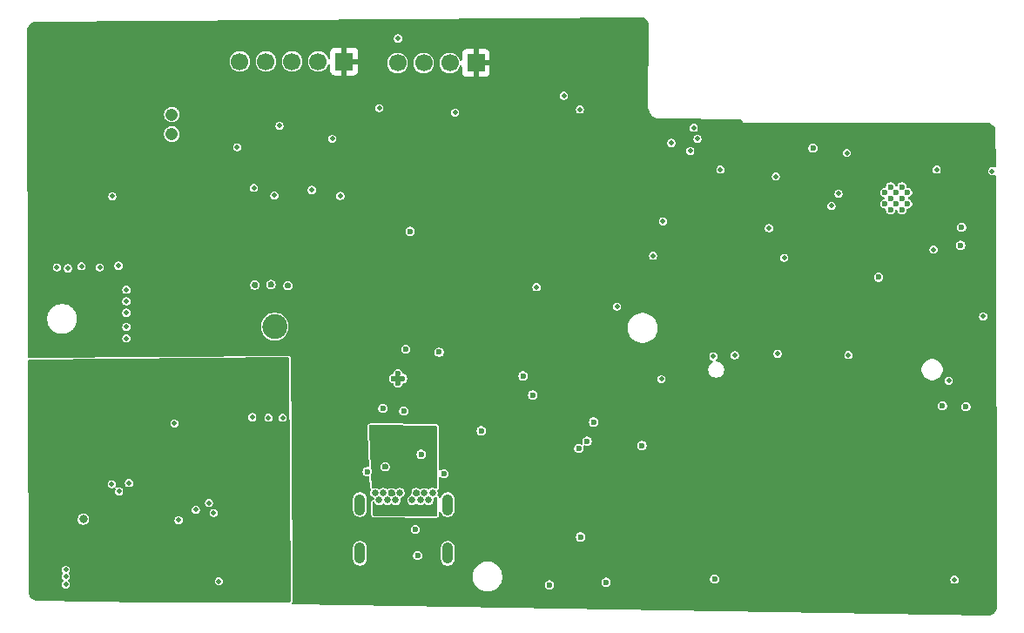
<source format=gbr>
%TF.GenerationSoftware,KiCad,Pcbnew,9.0.3*%
%TF.CreationDate,2025-09-14T19:53:38+05:30*%
%TF.ProjectId,ESP32 IOT,45535033-3220-4494-9f54-2e6b69636164,rev?*%
%TF.SameCoordinates,Original*%
%TF.FileFunction,Copper,L2,Inr*%
%TF.FilePolarity,Positive*%
%FSLAX46Y46*%
G04 Gerber Fmt 4.6, Leading zero omitted, Abs format (unit mm)*
G04 Created by KiCad (PCBNEW 9.0.3) date 2025-09-14 19:53:38*
%MOMM*%
%LPD*%
G01*
G04 APERTURE LIST*
%TA.AperFunction,HeatsinkPad*%
%ADD10C,0.600000*%
%TD*%
%TA.AperFunction,ComponentPad*%
%ADD11C,0.600000*%
%TD*%
%TA.AperFunction,ComponentPad*%
%ADD12C,2.400000*%
%TD*%
%TA.AperFunction,ComponentPad*%
%ADD13R,1.700000X1.700000*%
%TD*%
%TA.AperFunction,ComponentPad*%
%ADD14C,1.700000*%
%TD*%
%TA.AperFunction,ComponentPad*%
%ADD15C,0.650000*%
%TD*%
%TA.AperFunction,ComponentPad*%
%ADD16O,1.050000X2.100000*%
%TD*%
%TA.AperFunction,ComponentPad*%
%ADD17C,1.208000*%
%TD*%
%TA.AperFunction,ViaPad*%
%ADD18C,0.600000*%
%TD*%
%TA.AperFunction,ViaPad*%
%ADD19C,0.500000*%
%TD*%
%TA.AperFunction,ViaPad*%
%ADD20C,0.800000*%
%TD*%
G04 APERTURE END LIST*
D10*
%TO.N,GND*%
%TO.C,U3*%
X207154600Y-79341800D03*
X207154600Y-80441800D03*
X207704600Y-78791800D03*
X207704600Y-79891800D03*
X207704600Y-80991800D03*
X208254600Y-79341800D03*
X208254600Y-80441800D03*
X208804600Y-78791800D03*
X208804600Y-79891800D03*
X208804600Y-80991800D03*
X209354600Y-79341800D03*
X209354600Y-80441800D03*
%TD*%
D11*
%TO.N,GND*%
%TO.C,U8*%
X159816800Y-97877200D03*
X159366800Y-97427200D03*
X159816800Y-97427200D03*
X160266800Y-97427200D03*
X159816800Y-96977200D03*
%TD*%
D12*
%TO.N,/+5V_USB*%
%TO.C,F1*%
X147828000Y-97383600D03*
%TO.N,/VBUS*%
X147828000Y-92383600D03*
%TD*%
D13*
%TO.N,+3.3V*%
%TO.C,J5*%
X154584400Y-66598800D03*
D14*
%TO.N,/ESP32-C3-02/GPIO8*%
X152044400Y-66598800D03*
%TO.N,/ESP32-C3-02/GPIO18*%
X149504400Y-66598800D03*
%TO.N,/ESP32-C3-02/GPIO19*%
X146964400Y-66598800D03*
%TO.N,GND*%
X144424400Y-66598800D03*
%TD*%
D13*
%TO.N,+3.3V*%
%TO.C,J4*%
X167386000Y-66751200D03*
D14*
%TO.N,/ESP32-C3-02/SDA*%
X164846000Y-66751200D03*
%TO.N,/ESP32-C3-02/SCL*%
X162306000Y-66751200D03*
%TO.N,GND*%
X159766000Y-66751200D03*
%TD*%
D15*
%TO.N,GND*%
%TO.C,J1*%
X163179600Y-108539600D03*
%TO.N,unconnected-(J1-SSTXP2-PadB2)*%
X162779600Y-109249600D03*
%TO.N,unconnected-(J1-SSTXN2-PadB3)*%
X161979600Y-109249600D03*
%TO.N,/VBUS*%
X161579600Y-108539600D03*
%TO.N,Net-(J1-CC2)*%
X161179600Y-109249600D03*
%TO.N,/USB_DP*%
X160779600Y-108539600D03*
%TO.N,/USB_DN*%
X159979600Y-108539600D03*
%TO.N,unconnected-(J1-SBU2-PadB8)*%
X159579600Y-109249600D03*
%TO.N,/VBUS*%
X159179600Y-108539600D03*
%TO.N,unconnected-(J1-SSRXN1-PadB10)*%
X158779600Y-109249600D03*
%TO.N,unconnected-(J1-SSRXP1-PadB11)*%
X157979600Y-109249600D03*
%TO.N,GND*%
X157579600Y-108539600D03*
X162379600Y-108539600D03*
X158379600Y-108539600D03*
D16*
X156109600Y-109689600D03*
X164649600Y-109689600D03*
X156109600Y-114419600D03*
X164649600Y-114419600D03*
%TD*%
D17*
%TO.N,GND*%
%TO.C,MK1*%
X137820400Y-73660000D03*
%TO.N,Net-(U7-IN+)*%
X137820400Y-71760000D03*
%TD*%
D18*
%TO.N,/+5V_USB*%
X131876800Y-98145600D03*
%TO.N,/VBUS*%
X149098000Y-88392000D03*
X147472400Y-88290400D03*
X145897600Y-88341200D03*
D19*
%TO.N,*%
X148590000Y-101244400D03*
X147218400Y-101244400D03*
X145643600Y-101193600D03*
D18*
%TO.N,/VBUS*%
X158572200Y-105994200D03*
D19*
%TO.N,GND*%
X191160400Y-77114400D03*
X130810000Y-86612100D03*
D18*
X167894000Y-102514400D03*
D19*
X127508000Y-116025300D03*
D20*
X129204000Y-111117300D03*
D18*
X158343600Y-100330000D03*
D19*
X151434800Y-79095600D03*
X145796000Y-78892400D03*
X177495200Y-71272400D03*
X157988000Y-71120000D03*
D18*
X164287200Y-106680000D03*
X163804600Y-94869000D03*
D19*
X192557400Y-95173800D03*
X165354000Y-71577200D03*
D18*
X174548800Y-117500400D03*
D19*
X133400800Y-93520900D03*
X213360000Y-97637600D03*
X127508000Y-116685700D03*
X184607200Y-85496400D03*
X196723000Y-95021400D03*
X138482800Y-111199300D03*
X159816800Y-64363600D03*
X190474600Y-95275400D03*
D18*
X160985200Y-83108800D03*
X172897800Y-99034600D03*
X156819600Y-106476800D03*
D19*
X133400800Y-91031700D03*
D18*
X171958000Y-97180400D03*
X177546000Y-112826800D03*
D19*
X133400800Y-88796500D03*
D18*
X161721800Y-114630200D03*
D19*
X153416000Y-74117200D03*
X133400800Y-92403300D03*
D18*
X190601600Y-116941600D03*
D19*
X132638800Y-86459700D03*
X138074400Y-101803200D03*
X175941200Y-69921600D03*
X213918800Y-116992400D03*
X142394400Y-117142900D03*
X126644400Y-86612100D03*
X127508000Y-117447700D03*
X197365800Y-85691800D03*
D18*
X180035200Y-117246400D03*
D19*
X148285200Y-72847200D03*
X144170400Y-74930000D03*
D18*
X160375600Y-100584000D03*
D19*
X129032000Y-86510500D03*
X133400800Y-89914100D03*
X132029200Y-79705200D03*
D18*
X161493200Y-112115600D03*
D19*
X127711200Y-86713700D03*
D18*
X160566800Y-94589600D03*
D19*
X173278800Y-88544400D03*
X203606400Y-95148400D03*
D18*
%TO.N,+3.3V*%
X165252400Y-92100400D03*
D19*
X176631600Y-71170800D03*
D18*
X162915600Y-100330000D03*
D19*
X206248000Y-89255600D03*
X175361600Y-71272400D03*
X200914000Y-90932000D03*
D18*
X156667200Y-83616800D03*
D20*
X190449200Y-74930000D03*
D19*
X138036300Y-78738100D03*
X175361600Y-67360800D03*
X137363200Y-78738100D03*
X181356000Y-71831200D03*
X154635200Y-64058800D03*
X135343900Y-78738100D03*
X172466000Y-70713600D03*
X136017000Y-78738100D03*
D18*
X153873200Y-83972400D03*
D19*
X148742400Y-69494400D03*
X180949600Y-82753200D03*
X147269200Y-73253600D03*
X136690100Y-78738100D03*
D18*
X160832800Y-81381600D03*
X169926000Y-106476800D03*
D19*
%TO.N,/+5V_USB*%
X143205200Y-112469300D03*
X139649200Y-115923700D03*
X140870400Y-115923700D03*
X140159200Y-115872900D03*
X143154400Y-113028100D03*
%TO.N,/ESP32-C3-02/MIC_OUT*%
X188231025Y-75302625D03*
X196545200Y-77774800D03*
D18*
%TO.N,/ESP32-C3-02/BOOT*%
X206552800Y-87579200D03*
X183540400Y-103936800D03*
%TO.N,/ESP32-C3-02/EN*%
X200152000Y-75031600D03*
X178206400Y-103530400D03*
%TO.N,/USB_DP*%
X158089600Y-104089200D03*
D19*
X160324800Y-109575600D03*
D18*
%TO.N,/USB_DN*%
X162052000Y-104800400D03*
D19*
%TO.N,/ESP32-C3-02/CD_SD*%
X217576400Y-77266800D03*
X216712800Y-91389200D03*
%TO.N,/ESP32-C3-02/MOSI_DI*%
X181102000Y-90424000D03*
X185420000Y-97485200D03*
%TO.N,/ESP32-C3-02/SCL*%
X212191600Y-77114400D03*
X188569600Y-73050400D03*
%TO.N,/ESP32-C3-02/SDA*%
X188925200Y-74117200D03*
X203454000Y-75488800D03*
%TO.N,/ESP32-C3-02/GPIO18*%
X201955400Y-80645000D03*
%TO.N,/ESP32-C3-02/GPIO8*%
X195884800Y-82804000D03*
%TO.N,/ESP32-C3-02/GPIO19*%
X202641200Y-79451200D03*
X186385200Y-74523600D03*
D18*
%TO.N,/ESP32-C3-02/RTS*%
X178816000Y-101650800D03*
X177393600Y-104241600D03*
D19*
%TO.N,/CHARGING_POWER_GOOD*%
X141429200Y-109522900D03*
X131978400Y-107694100D03*
%TO.N,/CHARGED*%
X132689600Y-108405300D03*
X140149200Y-110193300D03*
%TO.N,/CHARGING*%
X141886400Y-110488100D03*
X133654800Y-107592500D03*
%TO.N,/ESP32-C3-02/CS*%
X185572400Y-82143600D03*
X211886800Y-84886800D03*
D18*
%TO.N,/ESP32-C3-02/TX_RX*%
X214604600Y-82727800D03*
X215036400Y-100177600D03*
%TO.N,/ESP32-C3-02/RX_TX*%
X214528400Y-84480400D03*
X212750400Y-100076000D03*
D19*
%TO.N,Net-(U7-IN-)*%
X147800379Y-79631221D03*
X154203942Y-79673600D03*
%TD*%
%TA.AperFunction,Conductor*%
%TO.N,+3.3V*%
G36*
X183378267Y-62283779D02*
G01*
X183524664Y-62297190D01*
X183548807Y-62301850D01*
X183683724Y-62342107D01*
X183706465Y-62351436D01*
X183830784Y-62417524D01*
X183851243Y-62431161D01*
X183960084Y-62520485D01*
X183977452Y-62537893D01*
X184066518Y-62646928D01*
X184080109Y-62667420D01*
X184145911Y-62791891D01*
X184155191Y-62814662D01*
X184195137Y-62949666D01*
X184199742Y-62973820D01*
X184212828Y-63120376D01*
X184213312Y-63132678D01*
X184133034Y-70948610D01*
X184132289Y-70955062D01*
X184132495Y-70999840D01*
X184132495Y-70999956D01*
X184132498Y-71000798D01*
X184132174Y-71032384D01*
X184132617Y-71033487D01*
X184132664Y-71046106D01*
X184132663Y-71046107D01*
X184132664Y-71046114D01*
X184132867Y-71102745D01*
X184132868Y-71102758D01*
X184168397Y-71301218D01*
X184237478Y-71490639D01*
X184291342Y-71584220D01*
X184338057Y-71665382D01*
X184461377Y-71813339D01*
X184467148Y-71820262D01*
X184467151Y-71820265D01*
X184595284Y-71928937D01*
X184620912Y-71950673D01*
X184794787Y-72052746D01*
X184983606Y-72123448D01*
X185181761Y-72160679D01*
X185277358Y-72161841D01*
X185282611Y-72161906D01*
X185282614Y-72161906D01*
X185282656Y-72161918D01*
X185282711Y-72161907D01*
X185320313Y-72162403D01*
X185320313Y-72162402D01*
X185334268Y-72162587D01*
X185334636Y-72162549D01*
X193172133Y-72259433D01*
X193238924Y-72279945D01*
X193284022Y-72333311D01*
X193294600Y-72383424D01*
X193294600Y-72591800D01*
X217300078Y-72591800D01*
X217301589Y-72592031D01*
X217302359Y-72591821D01*
X217337196Y-72597486D01*
X217401883Y-72617779D01*
X217424038Y-72627178D01*
X217545084Y-72693055D01*
X217565009Y-72706558D01*
X217671050Y-72794581D01*
X217687990Y-72811679D01*
X217775026Y-72918526D01*
X217788344Y-72938574D01*
X217853098Y-73060221D01*
X217862292Y-73082465D01*
X217902328Y-73214339D01*
X217907052Y-73237940D01*
X217921509Y-73381539D01*
X217922132Y-73393574D01*
X217922273Y-73439162D01*
X217922276Y-73439181D01*
X217932878Y-76794989D01*
X217913406Y-76862091D01*
X217860747Y-76908012D01*
X217791620Y-76918174D01*
X217746880Y-76902769D01*
X217730987Y-76893593D01*
X217629127Y-76866300D01*
X217523673Y-76866300D01*
X217421813Y-76893593D01*
X217421810Y-76893594D01*
X217330485Y-76946321D01*
X217255921Y-77020885D01*
X217203194Y-77112210D01*
X217203193Y-77112213D01*
X217175900Y-77214073D01*
X217175900Y-77319527D01*
X217203193Y-77421387D01*
X217255920Y-77512713D01*
X217330487Y-77587280D01*
X217421813Y-77640007D01*
X217523673Y-77667300D01*
X217523675Y-77667300D01*
X217629125Y-77667300D01*
X217629127Y-77667300D01*
X217730987Y-77640007D01*
X217749853Y-77629114D01*
X217817751Y-77612642D01*
X217883778Y-77635494D01*
X217926969Y-77690415D01*
X217935851Y-77736110D01*
X217945538Y-80802286D01*
X218067255Y-119328848D01*
X218068062Y-119584106D01*
X218068064Y-119584890D01*
X218068163Y-119616084D01*
X218067591Y-119628384D01*
X218053476Y-119774715D01*
X218048699Y-119798840D01*
X218007782Y-119933581D01*
X217998337Y-119956289D01*
X217931632Y-120080303D01*
X217917891Y-120100700D01*
X217828026Y-120209107D01*
X217810531Y-120226391D01*
X217701035Y-120314934D01*
X217680473Y-120328424D01*
X217641869Y-120348586D01*
X217555655Y-120393614D01*
X217532835Y-120402781D01*
X217397604Y-120442056D01*
X217373422Y-120446539D01*
X217226950Y-120458869D01*
X217214649Y-120459291D01*
X217214647Y-120459290D01*
X217214647Y-120459291D01*
X217212476Y-120459257D01*
X217182069Y-120458792D01*
X217182065Y-120458792D01*
X149602173Y-119422434D01*
X149535443Y-119401724D01*
X149490503Y-119348225D01*
X149481621Y-119278922D01*
X149497763Y-119234621D01*
X149499812Y-119231207D01*
X149499814Y-119231206D01*
X149541246Y-119162196D01*
X149560481Y-119095026D01*
X149566487Y-119051176D01*
X149557271Y-117674286D01*
X149549902Y-116573437D01*
X167053100Y-116573437D01*
X167053100Y-116801762D01*
X167088815Y-117027260D01*
X167159370Y-117244403D01*
X167234626Y-117392100D01*
X167263021Y-117447828D01*
X167397221Y-117632537D01*
X167558663Y-117793979D01*
X167743372Y-117928179D01*
X167787965Y-117950900D01*
X167946796Y-118031829D01*
X167946798Y-118031829D01*
X167946801Y-118031831D01*
X168063192Y-118069649D01*
X168163939Y-118102384D01*
X168389438Y-118138100D01*
X168389443Y-118138100D01*
X168617762Y-118138100D01*
X168843260Y-118102384D01*
X169060399Y-118031831D01*
X169263828Y-117928179D01*
X169448537Y-117793979D01*
X169609979Y-117632537D01*
X169744179Y-117447828D01*
X169747612Y-117441091D01*
X174098300Y-117441091D01*
X174098300Y-117559709D01*
X174129001Y-117674286D01*
X174188311Y-117777013D01*
X174272187Y-117860889D01*
X174374914Y-117920199D01*
X174489491Y-117950900D01*
X174489494Y-117950900D01*
X174608106Y-117950900D01*
X174608109Y-117950900D01*
X174722686Y-117920199D01*
X174825413Y-117860889D01*
X174909289Y-117777013D01*
X174968599Y-117674286D01*
X174999300Y-117559709D01*
X174999300Y-117441091D01*
X174968599Y-117326514D01*
X174909289Y-117223787D01*
X174872593Y-117187091D01*
X179584700Y-117187091D01*
X179584700Y-117305709D01*
X179615401Y-117420286D01*
X179674711Y-117523013D01*
X179758587Y-117606889D01*
X179861314Y-117666199D01*
X179975891Y-117696900D01*
X179975894Y-117696900D01*
X180094506Y-117696900D01*
X180094509Y-117696900D01*
X180209086Y-117666199D01*
X180311813Y-117606889D01*
X180395689Y-117523013D01*
X180454999Y-117420286D01*
X180485700Y-117305709D01*
X180485700Y-117187091D01*
X180454999Y-117072514D01*
X180395689Y-116969787D01*
X180311813Y-116885911D01*
X180305543Y-116882291D01*
X190151100Y-116882291D01*
X190151100Y-117000909D01*
X190181801Y-117115486D01*
X190241111Y-117218213D01*
X190324987Y-117302089D01*
X190427714Y-117361399D01*
X190542291Y-117392100D01*
X190542294Y-117392100D01*
X190660906Y-117392100D01*
X190660909Y-117392100D01*
X190775486Y-117361399D01*
X190878213Y-117302089D01*
X190962089Y-117218213D01*
X191021399Y-117115486D01*
X191052100Y-117000909D01*
X191052100Y-116939673D01*
X213518300Y-116939673D01*
X213518300Y-117045127D01*
X213545593Y-117146987D01*
X213598320Y-117238313D01*
X213672887Y-117312880D01*
X213764213Y-117365607D01*
X213866073Y-117392900D01*
X213866075Y-117392900D01*
X213971525Y-117392900D01*
X213971527Y-117392900D01*
X214073387Y-117365607D01*
X214164713Y-117312880D01*
X214239280Y-117238313D01*
X214292007Y-117146987D01*
X214319300Y-117045127D01*
X214319300Y-116939673D01*
X214292007Y-116837813D01*
X214239280Y-116746487D01*
X214164713Y-116671920D01*
X214073387Y-116619193D01*
X213971527Y-116591900D01*
X213866073Y-116591900D01*
X213764213Y-116619193D01*
X213764210Y-116619194D01*
X213672885Y-116671921D01*
X213598321Y-116746485D01*
X213545594Y-116837810D01*
X213545593Y-116837813D01*
X213518300Y-116939673D01*
X191052100Y-116939673D01*
X191052100Y-116882291D01*
X191021399Y-116767714D01*
X190962089Y-116664987D01*
X190878213Y-116581111D01*
X190775486Y-116521801D01*
X190660909Y-116491100D01*
X190542291Y-116491100D01*
X190427714Y-116521801D01*
X190427712Y-116521801D01*
X190427712Y-116521802D01*
X190324987Y-116581111D01*
X190324984Y-116581113D01*
X190241113Y-116664984D01*
X190241111Y-116664987D01*
X190194057Y-116746487D01*
X190181801Y-116767714D01*
X190151100Y-116882291D01*
X180305543Y-116882291D01*
X180209086Y-116826601D01*
X180094509Y-116795900D01*
X179975891Y-116795900D01*
X179861314Y-116826601D01*
X179861312Y-116826601D01*
X179861312Y-116826602D01*
X179758587Y-116885911D01*
X179758584Y-116885913D01*
X179674713Y-116969784D01*
X179674711Y-116969787D01*
X179631214Y-117045126D01*
X179615401Y-117072514D01*
X179584700Y-117187091D01*
X174872593Y-117187091D01*
X174825413Y-117139911D01*
X174722686Y-117080601D01*
X174608109Y-117049900D01*
X174489491Y-117049900D01*
X174374914Y-117080601D01*
X174374912Y-117080601D01*
X174374912Y-117080602D01*
X174272187Y-117139911D01*
X174272184Y-117139913D01*
X174188313Y-117223784D01*
X174188311Y-117223787D01*
X174141015Y-117305706D01*
X174129001Y-117326514D01*
X174098300Y-117441091D01*
X169747612Y-117441091D01*
X169847831Y-117244399D01*
X169918384Y-117027260D01*
X169932256Y-116939675D01*
X169954100Y-116801762D01*
X169954100Y-116573437D01*
X169918384Y-116347939D01*
X169847829Y-116130796D01*
X169744178Y-115927371D01*
X169609979Y-115742663D01*
X169448537Y-115581221D01*
X169263828Y-115447021D01*
X169060403Y-115343370D01*
X168843260Y-115272815D01*
X168617762Y-115237100D01*
X168617757Y-115237100D01*
X168389443Y-115237100D01*
X168389438Y-115237100D01*
X168163939Y-115272815D01*
X167946796Y-115343370D01*
X167743371Y-115447021D01*
X167558661Y-115581222D01*
X167397222Y-115742661D01*
X167263021Y-115927371D01*
X167159370Y-116130796D01*
X167088815Y-116347939D01*
X167053100Y-116573437D01*
X149549902Y-116573437D01*
X149549875Y-116569401D01*
X149539445Y-115011133D01*
X155434099Y-115011133D01*
X155460058Y-115141630D01*
X155460061Y-115141640D01*
X155510976Y-115264561D01*
X155510986Y-115264579D01*
X155584901Y-115375201D01*
X155584907Y-115375209D01*
X155678990Y-115469292D01*
X155678998Y-115469298D01*
X155789620Y-115543213D01*
X155789623Y-115543214D01*
X155789631Y-115543220D01*
X155912564Y-115594140D01*
X155912568Y-115594140D01*
X155912569Y-115594141D01*
X156043066Y-115620100D01*
X156043069Y-115620100D01*
X156176133Y-115620100D01*
X156263925Y-115602635D01*
X156306636Y-115594140D01*
X156429569Y-115543220D01*
X156540206Y-115469295D01*
X156634295Y-115375206D01*
X156708220Y-115264569D01*
X156759140Y-115141636D01*
X156771261Y-115080700D01*
X156785100Y-115011133D01*
X156785100Y-114570891D01*
X161271300Y-114570891D01*
X161271300Y-114689509D01*
X161302001Y-114804086D01*
X161361311Y-114906813D01*
X161445187Y-114990689D01*
X161547914Y-115049999D01*
X161662491Y-115080700D01*
X161662494Y-115080700D01*
X161781106Y-115080700D01*
X161781109Y-115080700D01*
X161895686Y-115049999D01*
X161963003Y-115011133D01*
X163974099Y-115011133D01*
X164000058Y-115141630D01*
X164000061Y-115141640D01*
X164050976Y-115264561D01*
X164050986Y-115264579D01*
X164124901Y-115375201D01*
X164124907Y-115375209D01*
X164218990Y-115469292D01*
X164218998Y-115469298D01*
X164329620Y-115543213D01*
X164329623Y-115543214D01*
X164329631Y-115543220D01*
X164452564Y-115594140D01*
X164452568Y-115594140D01*
X164452569Y-115594141D01*
X164583066Y-115620100D01*
X164583069Y-115620100D01*
X164716133Y-115620100D01*
X164803925Y-115602635D01*
X164846636Y-115594140D01*
X164969569Y-115543220D01*
X165080206Y-115469295D01*
X165174295Y-115375206D01*
X165248220Y-115264569D01*
X165299140Y-115141636D01*
X165311261Y-115080700D01*
X165325100Y-115011133D01*
X165325100Y-113828066D01*
X165299141Y-113697569D01*
X165299140Y-113697568D01*
X165299140Y-113697564D01*
X165248220Y-113574631D01*
X165174295Y-113463994D01*
X165174292Y-113463990D01*
X165080209Y-113369907D01*
X165080201Y-113369901D01*
X164969579Y-113295986D01*
X164969572Y-113295982D01*
X164969569Y-113295980D01*
X164969565Y-113295978D01*
X164969561Y-113295976D01*
X164846640Y-113245061D01*
X164846630Y-113245058D01*
X164716133Y-113219100D01*
X164716131Y-113219100D01*
X164583069Y-113219100D01*
X164583067Y-113219100D01*
X164452569Y-113245058D01*
X164452559Y-113245061D01*
X164329638Y-113295976D01*
X164329620Y-113295986D01*
X164218998Y-113369901D01*
X164218990Y-113369907D01*
X164124907Y-113463990D01*
X164124901Y-113463998D01*
X164050986Y-113574620D01*
X164050976Y-113574638D01*
X164000061Y-113697559D01*
X164000058Y-113697569D01*
X163974100Y-113828066D01*
X163974100Y-113828069D01*
X163974100Y-115011131D01*
X163974100Y-115011133D01*
X163974099Y-115011133D01*
X161963003Y-115011133D01*
X161998413Y-114990689D01*
X162082289Y-114906813D01*
X162141599Y-114804086D01*
X162172300Y-114689509D01*
X162172300Y-114570891D01*
X162141599Y-114456314D01*
X162082289Y-114353587D01*
X161998413Y-114269711D01*
X161895686Y-114210401D01*
X161781109Y-114179700D01*
X161662491Y-114179700D01*
X161547914Y-114210401D01*
X161547912Y-114210401D01*
X161547912Y-114210402D01*
X161445187Y-114269711D01*
X161445184Y-114269713D01*
X161361313Y-114353584D01*
X161361311Y-114353587D01*
X161302001Y-114456314D01*
X161271300Y-114570891D01*
X156785100Y-114570891D01*
X156785100Y-113828066D01*
X156759141Y-113697569D01*
X156759140Y-113697568D01*
X156759140Y-113697564D01*
X156708220Y-113574631D01*
X156634295Y-113463994D01*
X156634292Y-113463990D01*
X156540209Y-113369907D01*
X156540201Y-113369901D01*
X156429579Y-113295986D01*
X156429572Y-113295982D01*
X156429569Y-113295980D01*
X156429565Y-113295978D01*
X156429561Y-113295976D01*
X156306640Y-113245061D01*
X156306630Y-113245058D01*
X156176133Y-113219100D01*
X156176131Y-113219100D01*
X156043069Y-113219100D01*
X156043067Y-113219100D01*
X155912569Y-113245058D01*
X155912559Y-113245061D01*
X155789638Y-113295976D01*
X155789620Y-113295986D01*
X155678998Y-113369901D01*
X155678990Y-113369907D01*
X155584907Y-113463990D01*
X155584901Y-113463998D01*
X155510986Y-113574620D01*
X155510976Y-113574638D01*
X155460061Y-113697559D01*
X155460058Y-113697569D01*
X155434100Y-113828066D01*
X155434100Y-113828069D01*
X155434100Y-115011131D01*
X155434100Y-115011133D01*
X155434099Y-115011133D01*
X149539445Y-115011133D01*
X149531491Y-113822807D01*
X149524427Y-112767491D01*
X177095500Y-112767491D01*
X177095500Y-112886109D01*
X177126201Y-113000686D01*
X177185511Y-113103413D01*
X177269387Y-113187289D01*
X177372114Y-113246599D01*
X177486691Y-113277300D01*
X177486694Y-113277300D01*
X177605306Y-113277300D01*
X177605309Y-113277300D01*
X177719886Y-113246599D01*
X177822613Y-113187289D01*
X177906489Y-113103413D01*
X177965799Y-113000686D01*
X177996500Y-112886109D01*
X177996500Y-112767491D01*
X177965799Y-112652914D01*
X177906489Y-112550187D01*
X177822613Y-112466311D01*
X177719886Y-112407001D01*
X177605309Y-112376300D01*
X177486691Y-112376300D01*
X177372114Y-112407001D01*
X177372112Y-112407001D01*
X177372112Y-112407002D01*
X177269387Y-112466311D01*
X177269384Y-112466313D01*
X177185513Y-112550184D01*
X177185511Y-112550187D01*
X177126201Y-112652914D01*
X177095500Y-112767491D01*
X149524427Y-112767491D01*
X149524378Y-112760194D01*
X149519667Y-112056291D01*
X161042700Y-112056291D01*
X161042700Y-112174909D01*
X161073401Y-112289486D01*
X161132711Y-112392213D01*
X161216587Y-112476089D01*
X161319314Y-112535399D01*
X161433891Y-112566100D01*
X161433894Y-112566100D01*
X161552506Y-112566100D01*
X161552509Y-112566100D01*
X161667086Y-112535399D01*
X161769813Y-112476089D01*
X161853689Y-112392213D01*
X161912999Y-112289486D01*
X161943700Y-112174909D01*
X161943700Y-112056291D01*
X161912999Y-111941714D01*
X161853689Y-111838987D01*
X161769813Y-111755111D01*
X161667086Y-111695801D01*
X161552509Y-111665100D01*
X161433891Y-111665100D01*
X161319314Y-111695801D01*
X161319312Y-111695801D01*
X161319312Y-111695802D01*
X161216587Y-111755111D01*
X161216584Y-111755113D01*
X161132713Y-111838984D01*
X161132711Y-111838987D01*
X161073401Y-111941714D01*
X161042700Y-112056291D01*
X149519667Y-112056291D01*
X149519618Y-112048994D01*
X149507784Y-110281133D01*
X155434099Y-110281133D01*
X155460058Y-110411630D01*
X155460061Y-110411640D01*
X155510976Y-110534561D01*
X155510986Y-110534579D01*
X155584901Y-110645201D01*
X155584907Y-110645209D01*
X155678990Y-110739292D01*
X155678998Y-110739298D01*
X155789620Y-110813213D01*
X155789623Y-110813214D01*
X155789631Y-110813220D01*
X155912564Y-110864140D01*
X155912568Y-110864140D01*
X155912569Y-110864141D01*
X156043066Y-110890100D01*
X156043069Y-110890100D01*
X156176133Y-110890100D01*
X156263925Y-110872635D01*
X156306636Y-110864140D01*
X156429569Y-110813220D01*
X156540206Y-110739295D01*
X156634295Y-110645206D01*
X156708220Y-110534569D01*
X156759140Y-110411636D01*
X156785100Y-110281131D01*
X156785100Y-109098069D01*
X156785100Y-109098066D01*
X156759141Y-108967569D01*
X156759140Y-108967568D01*
X156759140Y-108967564D01*
X156724276Y-108883393D01*
X156708223Y-108844638D01*
X156708222Y-108844637D01*
X156708220Y-108844631D01*
X156695269Y-108825249D01*
X156634298Y-108733998D01*
X156634292Y-108733990D01*
X156540209Y-108639907D01*
X156540201Y-108639901D01*
X156429579Y-108565986D01*
X156429572Y-108565982D01*
X156429569Y-108565980D01*
X156429565Y-108565978D01*
X156429561Y-108565976D01*
X156306640Y-108515061D01*
X156306630Y-108515058D01*
X156176133Y-108489100D01*
X156176131Y-108489100D01*
X156043069Y-108489100D01*
X156043067Y-108489100D01*
X155912569Y-108515058D01*
X155912559Y-108515061D01*
X155789638Y-108565976D01*
X155789620Y-108565986D01*
X155678998Y-108639901D01*
X155678990Y-108639907D01*
X155584907Y-108733990D01*
X155584901Y-108733998D01*
X155510986Y-108844620D01*
X155510976Y-108844638D01*
X155460061Y-108967559D01*
X155460058Y-108967569D01*
X155434100Y-109098066D01*
X155434100Y-109098069D01*
X155434100Y-110281131D01*
X155434100Y-110281133D01*
X155434099Y-110281133D01*
X149507784Y-110281133D01*
X149499830Y-109092807D01*
X149481922Y-106417491D01*
X156369100Y-106417491D01*
X156369100Y-106536109D01*
X156399801Y-106650686D01*
X156459111Y-106753413D01*
X156542987Y-106837289D01*
X156645714Y-106896599D01*
X156760291Y-106927300D01*
X156760294Y-106927300D01*
X156878905Y-106927300D01*
X156878909Y-106927300D01*
X156894015Y-106923252D01*
X156963860Y-106924912D01*
X157021724Y-106964073D01*
X157049230Y-107028300D01*
X157049977Y-107037331D01*
X157093650Y-107987207D01*
X157094014Y-107992855D01*
X157094760Y-108001882D01*
X157094761Y-108001888D01*
X157106782Y-108050270D01*
X157106789Y-108050293D01*
X157134274Y-108114477D01*
X157137364Y-108121241D01*
X157160388Y-108147813D01*
X157189411Y-108211370D01*
X157179466Y-108280528D01*
X157174061Y-108291012D01*
X157136507Y-108356059D01*
X157136505Y-108356062D01*
X157114901Y-108436687D01*
X157104100Y-108476999D01*
X157104100Y-108602201D01*
X157136505Y-108723136D01*
X157199105Y-108831564D01*
X157287636Y-108920095D01*
X157396064Y-108982695D01*
X157396068Y-108982696D01*
X157428165Y-108991297D01*
X157435893Y-108996008D01*
X157444884Y-108997083D01*
X157465261Y-109013908D01*
X157487825Y-109027662D01*
X157491780Y-109035805D01*
X157498761Y-109041569D01*
X157506806Y-109066739D01*
X157518353Y-109090509D01*
X157517840Y-109101257D01*
X157520035Y-109108122D01*
X157515844Y-109143166D01*
X157512107Y-109157112D01*
X157475742Y-109216772D01*
X157415602Y-109246814D01*
X157358158Y-109257788D01*
X157350908Y-109259353D01*
X157280198Y-109297811D01*
X157229539Y-109345955D01*
X157224313Y-109351163D01*
X157224310Y-109351167D01*
X157185619Y-109421742D01*
X157169033Y-109489615D01*
X157164752Y-109533676D01*
X157164751Y-109533682D01*
X157217667Y-110684590D01*
X157221711Y-110713381D01*
X157232371Y-110758277D01*
X157265321Y-110823224D01*
X157310646Y-110876400D01*
X157315576Y-110881913D01*
X157315575Y-110881913D01*
X157315577Y-110881914D01*
X157315578Y-110881915D01*
X157383967Y-110924366D01*
X157450844Y-110944595D01*
X157494601Y-110951250D01*
X163500528Y-111000078D01*
X163534230Y-110996662D01*
X163565333Y-110990027D01*
X163586745Y-110985461D01*
X163586746Y-110985460D01*
X163586749Y-110985460D01*
X163656142Y-110950900D01*
X163708946Y-110905145D01*
X163714421Y-110900167D01*
X163756316Y-110831437D01*
X163776001Y-110764398D01*
X163782300Y-110720587D01*
X163782300Y-110509307D01*
X163801985Y-110442268D01*
X163854789Y-110396513D01*
X163923947Y-110386569D01*
X163987503Y-110415594D01*
X164020861Y-110461855D01*
X164050976Y-110534561D01*
X164050986Y-110534579D01*
X164124901Y-110645201D01*
X164124907Y-110645209D01*
X164218990Y-110739292D01*
X164218998Y-110739298D01*
X164329620Y-110813213D01*
X164329623Y-110813214D01*
X164329631Y-110813220D01*
X164452564Y-110864140D01*
X164452568Y-110864140D01*
X164452569Y-110864141D01*
X164583066Y-110890100D01*
X164583069Y-110890100D01*
X164716133Y-110890100D01*
X164803925Y-110872635D01*
X164846636Y-110864140D01*
X164969569Y-110813220D01*
X165080206Y-110739295D01*
X165174295Y-110645206D01*
X165248220Y-110534569D01*
X165299140Y-110411636D01*
X165325100Y-110281131D01*
X165325100Y-109098069D01*
X165325100Y-109098066D01*
X165299141Y-108967569D01*
X165299140Y-108967568D01*
X165299140Y-108967564D01*
X165264276Y-108883393D01*
X165248223Y-108844638D01*
X165248222Y-108844637D01*
X165248220Y-108844631D01*
X165235269Y-108825249D01*
X165174298Y-108733998D01*
X165174292Y-108733990D01*
X165080209Y-108639907D01*
X165080201Y-108639901D01*
X164969579Y-108565986D01*
X164969572Y-108565982D01*
X164969569Y-108565980D01*
X164969565Y-108565978D01*
X164969561Y-108565976D01*
X164846640Y-108515061D01*
X164846630Y-108515058D01*
X164716133Y-108489100D01*
X164716131Y-108489100D01*
X164583069Y-108489100D01*
X164583067Y-108489100D01*
X164452569Y-108515058D01*
X164452559Y-108515061D01*
X164329638Y-108565976D01*
X164329620Y-108565986D01*
X164218998Y-108639901D01*
X164218990Y-108639907D01*
X164124907Y-108733990D01*
X164124901Y-108733998D01*
X164050986Y-108844620D01*
X164050976Y-108844638D01*
X163997729Y-108973191D01*
X163996051Y-108972496D01*
X163985745Y-108988215D01*
X163973797Y-109012792D01*
X163966866Y-109017012D01*
X163962420Y-109023796D01*
X163937465Y-109034920D01*
X163914124Y-109049136D01*
X163906013Y-109048940D01*
X163898604Y-109052243D01*
X163871592Y-109048108D01*
X163844275Y-109047449D01*
X163833704Y-109042309D01*
X163829538Y-109041672D01*
X163812533Y-109032016D01*
X163810438Y-109030597D01*
X163767183Y-108979442D01*
X163759300Y-108962177D01*
X163754226Y-108949168D01*
X163751863Y-108941930D01*
X163751861Y-108941925D01*
X163750856Y-108940382D01*
X163741964Y-108924214D01*
X163741908Y-108924091D01*
X163740148Y-108920237D01*
X163732116Y-108910024D01*
X163729481Y-108906669D01*
X163729474Y-108906653D01*
X163723089Y-108897744D01*
X163713737Y-108883383D01*
X163709566Y-108877300D01*
X163709380Y-108877097D01*
X163706466Y-108874609D01*
X163699059Y-108867989D01*
X163696953Y-108865311D01*
X163692248Y-108859612D01*
X163681693Y-108852468D01*
X163675471Y-108846907D01*
X163661258Y-108824027D01*
X163644114Y-108803262D01*
X163643102Y-108794798D01*
X163638603Y-108787556D01*
X163639016Y-108760624D01*
X163635820Y-108733886D01*
X163638321Y-108722386D01*
X163670000Y-108604162D01*
X163670000Y-108475038D01*
X163637902Y-108355247D01*
X163639565Y-108285402D01*
X163676472Y-108229447D01*
X163708946Y-108201309D01*
X163714421Y-108196331D01*
X163723112Y-108182074D01*
X163724212Y-108180267D01*
X163756316Y-108127601D01*
X163776001Y-108060562D01*
X163782300Y-108016751D01*
X163782300Y-107111564D01*
X163801985Y-107044525D01*
X163854789Y-106998770D01*
X163923947Y-106988826D01*
X163987503Y-107017851D01*
X163993981Y-107023883D01*
X164010587Y-107040489D01*
X164113314Y-107099799D01*
X164227891Y-107130500D01*
X164227894Y-107130500D01*
X164346506Y-107130500D01*
X164346509Y-107130500D01*
X164461086Y-107099799D01*
X164563813Y-107040489D01*
X164647689Y-106956613D01*
X164706999Y-106853886D01*
X164737700Y-106739309D01*
X164737700Y-106620691D01*
X164706999Y-106506114D01*
X164647689Y-106403387D01*
X164563813Y-106319511D01*
X164461086Y-106260201D01*
X164346509Y-106229500D01*
X164227891Y-106229500D01*
X164113314Y-106260201D01*
X164113312Y-106260201D01*
X164113312Y-106260202D01*
X164010587Y-106319511D01*
X164010584Y-106319513D01*
X163993981Y-106336117D01*
X163932658Y-106369602D01*
X163862966Y-106364618D01*
X163807033Y-106322746D01*
X163782616Y-106257282D01*
X163782300Y-106248436D01*
X163782300Y-104182291D01*
X176943100Y-104182291D01*
X176943100Y-104300909D01*
X176973801Y-104415486D01*
X177033111Y-104518213D01*
X177116987Y-104602089D01*
X177219714Y-104661399D01*
X177334291Y-104692100D01*
X177334294Y-104692100D01*
X177452906Y-104692100D01*
X177452909Y-104692100D01*
X177567486Y-104661399D01*
X177670213Y-104602089D01*
X177754089Y-104518213D01*
X177813399Y-104415486D01*
X177844100Y-104300909D01*
X177844100Y-104182291D01*
X177813527Y-104068192D01*
X177815190Y-103998346D01*
X177854352Y-103940484D01*
X177918580Y-103912979D01*
X177987483Y-103924565D01*
X177995302Y-103928715D01*
X178032510Y-103950197D01*
X178032511Y-103950197D01*
X178032514Y-103950199D01*
X178147091Y-103980900D01*
X178147094Y-103980900D01*
X178265706Y-103980900D01*
X178265709Y-103980900D01*
X178380286Y-103950199D01*
X178483013Y-103890889D01*
X178496411Y-103877491D01*
X183089900Y-103877491D01*
X183089900Y-103996109D01*
X183120601Y-104110686D01*
X183179911Y-104213413D01*
X183263787Y-104297289D01*
X183366514Y-104356599D01*
X183481091Y-104387300D01*
X183481094Y-104387300D01*
X183599706Y-104387300D01*
X183599709Y-104387300D01*
X183714286Y-104356599D01*
X183817013Y-104297289D01*
X183900889Y-104213413D01*
X183960199Y-104110686D01*
X183990900Y-103996109D01*
X183990900Y-103877491D01*
X183960199Y-103762914D01*
X183900889Y-103660187D01*
X183817013Y-103576311D01*
X183714286Y-103517001D01*
X183599709Y-103486300D01*
X183481091Y-103486300D01*
X183366514Y-103517001D01*
X183366512Y-103517001D01*
X183366512Y-103517002D01*
X183263787Y-103576311D01*
X183263784Y-103576313D01*
X183179913Y-103660184D01*
X183179911Y-103660187D01*
X183120601Y-103762914D01*
X183089900Y-103877491D01*
X178496411Y-103877491D01*
X178566889Y-103807013D01*
X178626199Y-103704286D01*
X178656900Y-103589709D01*
X178656900Y-103471091D01*
X178626199Y-103356514D01*
X178566889Y-103253787D01*
X178483013Y-103169911D01*
X178380286Y-103110601D01*
X178265709Y-103079900D01*
X178147091Y-103079900D01*
X178032514Y-103110601D01*
X178032512Y-103110601D01*
X178032512Y-103110602D01*
X177929787Y-103169911D01*
X177929784Y-103169913D01*
X177845913Y-103253784D01*
X177845911Y-103253787D01*
X177786601Y-103356514D01*
X177755900Y-103471091D01*
X177755900Y-103589709D01*
X177774784Y-103660184D01*
X177786472Y-103703803D01*
X177784809Y-103773653D01*
X177745647Y-103831516D01*
X177681418Y-103859020D01*
X177612516Y-103847434D01*
X177604697Y-103843284D01*
X177567489Y-103821802D01*
X177567490Y-103821802D01*
X177558094Y-103819284D01*
X177452909Y-103791100D01*
X177334291Y-103791100D01*
X177219714Y-103821801D01*
X177219712Y-103821801D01*
X177219712Y-103821802D01*
X177116987Y-103881111D01*
X177116984Y-103881113D01*
X177033113Y-103964984D01*
X177033111Y-103964987D01*
X177015143Y-103996109D01*
X176973801Y-104067714D01*
X176943100Y-104182291D01*
X163782300Y-104182291D01*
X163782300Y-102455091D01*
X167443500Y-102455091D01*
X167443500Y-102573709D01*
X167474201Y-102688286D01*
X167533511Y-102791013D01*
X167617387Y-102874889D01*
X167720114Y-102934199D01*
X167834691Y-102964900D01*
X167834694Y-102964900D01*
X167953306Y-102964900D01*
X167953309Y-102964900D01*
X168067886Y-102934199D01*
X168170613Y-102874889D01*
X168254489Y-102791013D01*
X168313799Y-102688286D01*
X168344500Y-102573709D01*
X168344500Y-102455091D01*
X168313799Y-102340514D01*
X168254489Y-102237787D01*
X168170613Y-102153911D01*
X168067886Y-102094601D01*
X167953309Y-102063900D01*
X167834691Y-102063900D01*
X167720114Y-102094601D01*
X167720112Y-102094601D01*
X167720112Y-102094602D01*
X167617387Y-102153911D01*
X167617384Y-102153913D01*
X167533513Y-102237784D01*
X167533511Y-102237787D01*
X167474201Y-102340514D01*
X167443500Y-102455091D01*
X163782300Y-102455091D01*
X163782300Y-102129464D01*
X163782300Y-102129456D01*
X163778871Y-102096981D01*
X163768055Y-102046332D01*
X163734278Y-101977877D01*
X163734276Y-101977875D01*
X163734276Y-101977874D01*
X163717713Y-101958462D01*
X163688928Y-101924725D01*
X163683990Y-101919210D01*
X163683989Y-101919209D01*
X163657997Y-101903093D01*
X163615581Y-101876793D01*
X163615578Y-101876792D01*
X163615576Y-101876791D01*
X163578583Y-101865622D01*
X163548696Y-101856598D01*
X163548694Y-101856597D01*
X163548692Y-101856597D01*
X163525957Y-101853151D01*
X163504936Y-101849965D01*
X163504933Y-101849964D01*
X163504927Y-101849964D01*
X157104010Y-101801102D01*
X157066859Y-101805313D01*
X157066858Y-101805313D01*
X157009303Y-101818993D01*
X157008831Y-101819107D01*
X157008825Y-101819109D01*
X156938118Y-101857566D01*
X156887461Y-101905708D01*
X156882233Y-101910918D01*
X156882230Y-101910922D01*
X156843539Y-101981499D01*
X156826953Y-102049371D01*
X156822672Y-102093432D01*
X156822671Y-102093438D01*
X156944732Y-104748232D01*
X156945345Y-104761561D01*
X156945345Y-104761563D01*
X156997530Y-105896605D01*
X156980945Y-105964478D01*
X156930298Y-106012610D01*
X156873661Y-106026300D01*
X156760291Y-106026300D01*
X156645714Y-106057001D01*
X156645712Y-106057001D01*
X156645712Y-106057002D01*
X156542987Y-106116311D01*
X156542984Y-106116313D01*
X156459113Y-106200184D01*
X156459111Y-106200187D01*
X156424462Y-106260201D01*
X156399801Y-106302914D01*
X156369100Y-106417491D01*
X149481922Y-106417491D01*
X149481873Y-106410194D01*
X149449619Y-101591491D01*
X178365500Y-101591491D01*
X178365500Y-101710109D01*
X178396201Y-101824686D01*
X178455511Y-101927413D01*
X178539387Y-102011289D01*
X178642114Y-102070599D01*
X178756691Y-102101300D01*
X178756694Y-102101300D01*
X178875306Y-102101300D01*
X178875309Y-102101300D01*
X178989886Y-102070599D01*
X179092613Y-102011289D01*
X179176489Y-101927413D01*
X179235799Y-101824686D01*
X179266500Y-101710109D01*
X179266500Y-101591491D01*
X179235799Y-101476914D01*
X179176489Y-101374187D01*
X179092613Y-101290311D01*
X178989886Y-101231001D01*
X178875309Y-101200300D01*
X178756691Y-101200300D01*
X178642114Y-101231001D01*
X178642112Y-101231001D01*
X178642112Y-101231002D01*
X178539387Y-101290311D01*
X178539384Y-101290313D01*
X178455513Y-101374184D01*
X178455511Y-101374187D01*
X178396201Y-101476914D01*
X178365500Y-101591491D01*
X149449619Y-101591491D01*
X149449570Y-101584194D01*
X149440778Y-100270691D01*
X157893100Y-100270691D01*
X157893100Y-100389309D01*
X157923801Y-100503886D01*
X157983111Y-100606613D01*
X158066987Y-100690489D01*
X158169714Y-100749799D01*
X158284291Y-100780500D01*
X158284294Y-100780500D01*
X158402906Y-100780500D01*
X158402909Y-100780500D01*
X158517486Y-100749799D01*
X158620213Y-100690489D01*
X158704089Y-100606613D01*
X158751387Y-100524691D01*
X159925100Y-100524691D01*
X159925100Y-100643309D01*
X159955801Y-100757886D01*
X160015111Y-100860613D01*
X160098987Y-100944489D01*
X160201714Y-101003799D01*
X160316291Y-101034500D01*
X160316294Y-101034500D01*
X160434906Y-101034500D01*
X160434909Y-101034500D01*
X160549486Y-101003799D01*
X160652213Y-100944489D01*
X160736089Y-100860613D01*
X160795399Y-100757886D01*
X160826100Y-100643309D01*
X160826100Y-100524691D01*
X160795399Y-100410114D01*
X160736089Y-100307387D01*
X160652213Y-100223511D01*
X160549486Y-100164201D01*
X160434909Y-100133500D01*
X160316291Y-100133500D01*
X160201714Y-100164201D01*
X160201712Y-100164201D01*
X160201712Y-100164202D01*
X160098987Y-100223511D01*
X160098984Y-100223513D01*
X160015113Y-100307384D01*
X160015111Y-100307387D01*
X159967815Y-100389306D01*
X159955801Y-100410114D01*
X159925100Y-100524691D01*
X158751387Y-100524691D01*
X158763399Y-100503886D01*
X158794100Y-100389309D01*
X158794100Y-100270691D01*
X158763399Y-100156114D01*
X158704089Y-100053387D01*
X158667393Y-100016691D01*
X212299900Y-100016691D01*
X212299900Y-100135309D01*
X212330601Y-100249886D01*
X212389911Y-100352613D01*
X212473787Y-100436489D01*
X212576514Y-100495799D01*
X212691091Y-100526500D01*
X212691094Y-100526500D01*
X212809706Y-100526500D01*
X212809709Y-100526500D01*
X212924286Y-100495799D01*
X213027013Y-100436489D01*
X213110889Y-100352613D01*
X213170199Y-100249886D01*
X213200900Y-100135309D01*
X213200900Y-100118291D01*
X214585900Y-100118291D01*
X214585900Y-100236909D01*
X214616601Y-100351486D01*
X214675911Y-100454213D01*
X214759787Y-100538089D01*
X214862514Y-100597399D01*
X214977091Y-100628100D01*
X214977094Y-100628100D01*
X215095706Y-100628100D01*
X215095709Y-100628100D01*
X215210286Y-100597399D01*
X215313013Y-100538089D01*
X215396889Y-100454213D01*
X215456199Y-100351486D01*
X215486900Y-100236909D01*
X215486900Y-100118291D01*
X215456199Y-100003714D01*
X215396889Y-99900987D01*
X215313013Y-99817111D01*
X215210286Y-99757801D01*
X215095709Y-99727100D01*
X214977091Y-99727100D01*
X214862514Y-99757801D01*
X214862512Y-99757801D01*
X214862512Y-99757802D01*
X214759787Y-99817111D01*
X214759784Y-99817113D01*
X214675913Y-99900984D01*
X214675911Y-99900987D01*
X214616601Y-100003714D01*
X214585900Y-100118291D01*
X213200900Y-100118291D01*
X213200900Y-100016691D01*
X213170199Y-99902114D01*
X213110889Y-99799387D01*
X213027013Y-99715511D01*
X212924286Y-99656201D01*
X212809709Y-99625500D01*
X212691091Y-99625500D01*
X212576514Y-99656201D01*
X212576512Y-99656201D01*
X212576512Y-99656202D01*
X212473787Y-99715511D01*
X212473784Y-99715513D01*
X212389913Y-99799384D01*
X212389911Y-99799387D01*
X212330601Y-99902114D01*
X212299900Y-100016691D01*
X158667393Y-100016691D01*
X158620213Y-99969511D01*
X158517486Y-99910201D01*
X158402909Y-99879500D01*
X158284291Y-99879500D01*
X158169714Y-99910201D01*
X158169712Y-99910201D01*
X158169712Y-99910202D01*
X158066987Y-99969511D01*
X158066984Y-99969513D01*
X157983113Y-100053384D01*
X157983111Y-100053387D01*
X157935815Y-100135306D01*
X157923801Y-100156114D01*
X157893100Y-100270691D01*
X149440778Y-100270691D01*
X149440729Y-100263394D01*
X149432107Y-98975291D01*
X172447300Y-98975291D01*
X172447300Y-99093909D01*
X172478001Y-99208486D01*
X172537311Y-99311213D01*
X172621187Y-99395089D01*
X172723914Y-99454399D01*
X172838491Y-99485100D01*
X172838494Y-99485100D01*
X172957106Y-99485100D01*
X172957109Y-99485100D01*
X173071686Y-99454399D01*
X173174413Y-99395089D01*
X173258289Y-99311213D01*
X173317599Y-99208486D01*
X173348300Y-99093909D01*
X173348300Y-98975291D01*
X173317599Y-98860714D01*
X173258289Y-98757987D01*
X173174413Y-98674111D01*
X173071686Y-98614801D01*
X172957109Y-98584100D01*
X172838491Y-98584100D01*
X172723914Y-98614801D01*
X172723912Y-98614801D01*
X172723912Y-98614802D01*
X172621187Y-98674111D01*
X172621184Y-98674113D01*
X172537313Y-98757984D01*
X172537311Y-98757987D01*
X172478001Y-98860714D01*
X172447300Y-98975291D01*
X149432107Y-98975291D01*
X149432058Y-98967994D01*
X149421347Y-97367891D01*
X158916300Y-97367891D01*
X158916300Y-97486509D01*
X158947001Y-97601086D01*
X159006311Y-97703813D01*
X159090187Y-97787689D01*
X159192914Y-97846999D01*
X159284721Y-97871598D01*
X159344380Y-97907963D01*
X159372400Y-97959277D01*
X159397001Y-98051086D01*
X159456311Y-98153813D01*
X159540187Y-98237689D01*
X159642914Y-98296999D01*
X159757491Y-98327700D01*
X159757494Y-98327700D01*
X159876106Y-98327700D01*
X159876109Y-98327700D01*
X159990686Y-98296999D01*
X160093413Y-98237689D01*
X160177289Y-98153813D01*
X160236599Y-98051086D01*
X160261199Y-97959276D01*
X160297563Y-97899619D01*
X160348876Y-97871599D01*
X160440686Y-97846999D01*
X160543413Y-97787689D01*
X160627289Y-97703813D01*
X160686599Y-97601086D01*
X160717300Y-97486509D01*
X160717300Y-97367891D01*
X160686599Y-97253314D01*
X160686597Y-97253311D01*
X160686597Y-97253309D01*
X160686596Y-97253308D01*
X160641364Y-97174965D01*
X160641363Y-97174964D01*
X160639057Y-97170970D01*
X160627289Y-97150587D01*
X160597793Y-97121091D01*
X171507500Y-97121091D01*
X171507500Y-97239709D01*
X171538201Y-97354286D01*
X171597511Y-97457013D01*
X171681387Y-97540889D01*
X171784114Y-97600199D01*
X171898691Y-97630900D01*
X171898694Y-97630900D01*
X172017306Y-97630900D01*
X172017309Y-97630900D01*
X172131886Y-97600199D01*
X172234613Y-97540889D01*
X172318489Y-97457013D01*
X172332657Y-97432473D01*
X185019500Y-97432473D01*
X185019500Y-97537927D01*
X185046793Y-97639787D01*
X185099520Y-97731113D01*
X185174087Y-97805680D01*
X185265413Y-97858407D01*
X185367273Y-97885700D01*
X185367275Y-97885700D01*
X185472725Y-97885700D01*
X185472727Y-97885700D01*
X185574587Y-97858407D01*
X185665913Y-97805680D01*
X185740480Y-97731113D01*
X185793207Y-97639787D01*
X185820500Y-97537927D01*
X185820500Y-97432473D01*
X185793207Y-97330613D01*
X185740480Y-97239287D01*
X185665913Y-97164720D01*
X185574587Y-97111993D01*
X185472727Y-97084700D01*
X185367273Y-97084700D01*
X185265413Y-97111993D01*
X185265410Y-97111994D01*
X185174085Y-97164721D01*
X185099521Y-97239285D01*
X185046794Y-97330610D01*
X185046793Y-97330613D01*
X185019500Y-97432473D01*
X172332657Y-97432473D01*
X172377799Y-97354286D01*
X172408500Y-97239709D01*
X172408500Y-97121091D01*
X172377799Y-97006514D01*
X172318489Y-96903787D01*
X172234613Y-96819911D01*
X172131886Y-96760601D01*
X172017309Y-96729900D01*
X171898691Y-96729900D01*
X171784114Y-96760601D01*
X171784112Y-96760601D01*
X171784112Y-96760602D01*
X171681387Y-96819911D01*
X171681384Y-96819913D01*
X171597513Y-96903784D01*
X171597511Y-96903787D01*
X171538201Y-97006514D01*
X171507500Y-97121091D01*
X160597793Y-97121091D01*
X160543413Y-97066711D01*
X160440686Y-97007401D01*
X160348877Y-96982800D01*
X160289218Y-96946435D01*
X160261198Y-96895120D01*
X160236599Y-96803314D01*
X160177289Y-96700587D01*
X160093413Y-96616711D01*
X159990686Y-96557401D01*
X159876109Y-96526700D01*
X159757491Y-96526700D01*
X159642914Y-96557401D01*
X159642912Y-96557401D01*
X159642912Y-96557402D01*
X159540187Y-96616711D01*
X159540184Y-96616713D01*
X159456313Y-96700584D01*
X159456311Y-96700587D01*
X159397000Y-96803314D01*
X159397000Y-96803315D01*
X159372400Y-96895121D01*
X159336035Y-96954781D01*
X159284721Y-96982800D01*
X159192915Y-97007400D01*
X159192914Y-97007400D01*
X159090187Y-97066711D01*
X159090184Y-97066713D01*
X159006313Y-97150584D01*
X159006311Y-97150587D01*
X158955100Y-97239287D01*
X158947001Y-97253314D01*
X158916300Y-97367891D01*
X149421347Y-97367891D01*
X149421298Y-97360594D01*
X149415485Y-96492215D01*
X189969500Y-96492215D01*
X189969500Y-96644984D01*
X189999300Y-96794797D01*
X189999302Y-96794805D01*
X190057759Y-96935934D01*
X190057764Y-96935943D01*
X190142629Y-97062951D01*
X190142632Y-97062955D01*
X190250644Y-97170967D01*
X190250648Y-97170970D01*
X190377656Y-97255835D01*
X190377665Y-97255840D01*
X190409636Y-97269082D01*
X190518795Y-97314298D01*
X190668615Y-97344099D01*
X190668619Y-97344100D01*
X190668620Y-97344100D01*
X190821381Y-97344100D01*
X190821382Y-97344099D01*
X190971205Y-97314298D01*
X191112337Y-97255839D01*
X191239352Y-97170970D01*
X191347370Y-97062952D01*
X191432239Y-96935937D01*
X191490698Y-96794805D01*
X191520500Y-96644980D01*
X191520500Y-96492220D01*
X191519202Y-96485694D01*
X191519202Y-96485691D01*
X191515602Y-96467592D01*
X210719500Y-96467592D01*
X210719500Y-96669607D01*
X210758907Y-96867719D01*
X210758909Y-96867727D01*
X210836212Y-97054352D01*
X210836217Y-97054362D01*
X210948441Y-97222318D01*
X211091281Y-97365158D01*
X211259237Y-97477382D01*
X211259241Y-97477384D01*
X211259244Y-97477386D01*
X211445873Y-97554691D01*
X211643992Y-97594099D01*
X211643996Y-97594100D01*
X211643997Y-97594100D01*
X211846004Y-97594100D01*
X211846005Y-97594099D01*
X211892388Y-97584873D01*
X212959500Y-97584873D01*
X212959500Y-97690327D01*
X212986793Y-97792187D01*
X213039520Y-97883513D01*
X213114087Y-97958080D01*
X213205413Y-98010807D01*
X213307273Y-98038100D01*
X213307275Y-98038100D01*
X213412725Y-98038100D01*
X213412727Y-98038100D01*
X213514587Y-98010807D01*
X213605913Y-97958080D01*
X213680480Y-97883513D01*
X213733207Y-97792187D01*
X213760500Y-97690327D01*
X213760500Y-97584873D01*
X213733207Y-97483013D01*
X213680480Y-97391687D01*
X213605913Y-97317120D01*
X213514587Y-97264393D01*
X213412727Y-97237100D01*
X213307273Y-97237100D01*
X213205413Y-97264393D01*
X213205410Y-97264394D01*
X213114085Y-97317121D01*
X213039521Y-97391685D01*
X212986794Y-97483010D01*
X212986793Y-97483013D01*
X212959500Y-97584873D01*
X211892388Y-97584873D01*
X212044127Y-97554691D01*
X212230756Y-97477386D01*
X212230761Y-97477382D01*
X212230764Y-97477381D01*
X212236356Y-97473645D01*
X212236357Y-97473644D01*
X212398718Y-97365158D01*
X212541558Y-97222318D01*
X212653782Y-97054362D01*
X212653782Y-97054361D01*
X212653786Y-97054356D01*
X212731091Y-96867727D01*
X212770500Y-96669603D01*
X212770500Y-96467597D01*
X212731091Y-96269473D01*
X212653786Y-96082844D01*
X212653784Y-96082841D01*
X212653782Y-96082837D01*
X212541558Y-95914881D01*
X212398718Y-95772041D01*
X212230762Y-95659817D01*
X212230752Y-95659812D01*
X212044127Y-95582509D01*
X212044119Y-95582507D01*
X211846007Y-95543100D01*
X211846003Y-95543100D01*
X211643997Y-95543100D01*
X211643992Y-95543100D01*
X211445880Y-95582507D01*
X211445872Y-95582509D01*
X211259247Y-95659812D01*
X211259237Y-95659817D01*
X211091281Y-95772041D01*
X210948441Y-95914881D01*
X210836217Y-96082837D01*
X210836212Y-96082847D01*
X210758909Y-96269472D01*
X210758907Y-96269480D01*
X210719500Y-96467592D01*
X191515602Y-96467592D01*
X191490699Y-96342402D01*
X191490698Y-96342395D01*
X191432239Y-96201263D01*
X191432238Y-96201262D01*
X191432235Y-96201256D01*
X191347370Y-96074248D01*
X191347367Y-96074244D01*
X191239355Y-95966232D01*
X191239351Y-95966229D01*
X191112343Y-95881364D01*
X191112334Y-95881359D01*
X190971205Y-95822902D01*
X190971197Y-95822900D01*
X190821384Y-95793100D01*
X190815319Y-95792503D01*
X190815468Y-95790989D01*
X190755616Y-95773415D01*
X190709861Y-95720611D01*
X190699917Y-95651453D01*
X190728942Y-95587897D01*
X190734974Y-95581419D01*
X190742094Y-95574299D01*
X190795080Y-95521313D01*
X190847807Y-95429987D01*
X190875100Y-95328127D01*
X190875100Y-95222673D01*
X190847877Y-95121073D01*
X192156900Y-95121073D01*
X192156900Y-95226527D01*
X192184193Y-95328387D01*
X192236920Y-95419713D01*
X192311487Y-95494280D01*
X192402813Y-95547007D01*
X192504673Y-95574300D01*
X192504675Y-95574300D01*
X192610125Y-95574300D01*
X192610127Y-95574300D01*
X192711987Y-95547007D01*
X192803313Y-95494280D01*
X192877880Y-95419713D01*
X192930607Y-95328387D01*
X192957900Y-95226527D01*
X192957900Y-95121073D01*
X192930607Y-95019213D01*
X192901428Y-94968673D01*
X196322500Y-94968673D01*
X196322500Y-95074127D01*
X196349793Y-95175987D01*
X196402520Y-95267313D01*
X196477087Y-95341880D01*
X196568413Y-95394607D01*
X196670273Y-95421900D01*
X196670275Y-95421900D01*
X196775725Y-95421900D01*
X196775727Y-95421900D01*
X196877587Y-95394607D01*
X196968913Y-95341880D01*
X197043480Y-95267313D01*
X197096207Y-95175987D01*
X197117727Y-95095673D01*
X203205900Y-95095673D01*
X203205900Y-95201127D01*
X203233193Y-95302987D01*
X203285920Y-95394313D01*
X203360487Y-95468880D01*
X203451813Y-95521607D01*
X203553673Y-95548900D01*
X203553675Y-95548900D01*
X203659125Y-95548900D01*
X203659127Y-95548900D01*
X203760987Y-95521607D01*
X203852313Y-95468880D01*
X203926880Y-95394313D01*
X203979607Y-95302987D01*
X204006900Y-95201127D01*
X204006900Y-95095673D01*
X203979607Y-94993813D01*
X203926880Y-94902487D01*
X203852313Y-94827920D01*
X203760987Y-94775193D01*
X203659127Y-94747900D01*
X203553673Y-94747900D01*
X203451813Y-94775193D01*
X203451810Y-94775194D01*
X203360485Y-94827921D01*
X203285921Y-94902485D01*
X203233194Y-94993810D01*
X203233193Y-94993813D01*
X203205900Y-95095673D01*
X197117727Y-95095673D01*
X197123500Y-95074127D01*
X197123500Y-94968673D01*
X197096207Y-94866813D01*
X197043480Y-94775487D01*
X196968913Y-94700920D01*
X196877587Y-94648193D01*
X196775727Y-94620900D01*
X196670273Y-94620900D01*
X196568413Y-94648193D01*
X196568410Y-94648194D01*
X196477085Y-94700921D01*
X196402521Y-94775485D01*
X196349794Y-94866810D01*
X196349793Y-94866813D01*
X196322500Y-94968673D01*
X192901428Y-94968673D01*
X192877880Y-94927887D01*
X192803313Y-94853320D01*
X192711987Y-94800593D01*
X192610127Y-94773300D01*
X192504673Y-94773300D01*
X192402813Y-94800593D01*
X192402810Y-94800594D01*
X192311485Y-94853321D01*
X192236921Y-94927885D01*
X192184194Y-95019210D01*
X192184193Y-95019213D01*
X192156900Y-95121073D01*
X190847877Y-95121073D01*
X190847807Y-95120813D01*
X190795080Y-95029487D01*
X190720513Y-94954920D01*
X190629187Y-94902193D01*
X190527327Y-94874900D01*
X190421873Y-94874900D01*
X190320013Y-94902193D01*
X190320010Y-94902194D01*
X190228685Y-94954921D01*
X190154121Y-95029485D01*
X190101394Y-95120810D01*
X190101394Y-95120811D01*
X190101393Y-95120813D01*
X190074100Y-95222673D01*
X190074100Y-95328127D01*
X190101393Y-95429987D01*
X190154120Y-95521313D01*
X190228687Y-95595880D01*
X190320013Y-95648607D01*
X190345446Y-95655421D01*
X190405106Y-95691784D01*
X190435637Y-95754631D01*
X190427343Y-95824006D01*
X190382859Y-95877885D01*
X190382245Y-95878298D01*
X190250648Y-95966229D01*
X190250644Y-95966232D01*
X190142632Y-96074244D01*
X190142629Y-96074248D01*
X190057764Y-96201256D01*
X190057759Y-96201265D01*
X189999302Y-96342394D01*
X189999300Y-96342402D01*
X189969500Y-96492215D01*
X149415485Y-96492215D01*
X149408782Y-95490789D01*
X149408782Y-95490782D01*
X149404963Y-95457557D01*
X149393277Y-95405829D01*
X149387388Y-95394314D01*
X149358168Y-95337178D01*
X149358164Y-95337172D01*
X149311928Y-95284806D01*
X149306894Y-95279371D01*
X149237780Y-95238119D01*
X149237774Y-95238116D01*
X149170561Y-95219057D01*
X149170558Y-95219056D01*
X149170556Y-95219056D01*
X149126689Y-95213165D01*
X149126687Y-95213165D01*
X123950655Y-95447271D01*
X123883435Y-95428210D01*
X123837191Y-95375834D01*
X123825503Y-95323639D01*
X123823192Y-94530291D01*
X160116300Y-94530291D01*
X160116300Y-94648909D01*
X160147001Y-94763486D01*
X160206311Y-94866213D01*
X160290187Y-94950089D01*
X160392914Y-95009399D01*
X160507491Y-95040100D01*
X160507494Y-95040100D01*
X160626106Y-95040100D01*
X160626109Y-95040100D01*
X160740686Y-95009399D01*
X160843413Y-94950089D01*
X160927289Y-94866213D01*
X160959922Y-94809691D01*
X163354100Y-94809691D01*
X163354100Y-94928309D01*
X163384801Y-95042886D01*
X163444111Y-95145613D01*
X163527987Y-95229489D01*
X163630714Y-95288799D01*
X163745291Y-95319500D01*
X163745294Y-95319500D01*
X163863906Y-95319500D01*
X163863909Y-95319500D01*
X163978486Y-95288799D01*
X164081213Y-95229489D01*
X164165089Y-95145613D01*
X164224399Y-95042886D01*
X164255100Y-94928309D01*
X164255100Y-94809691D01*
X164224399Y-94695114D01*
X164165089Y-94592387D01*
X164081213Y-94508511D01*
X163978486Y-94449201D01*
X163863909Y-94418500D01*
X163745291Y-94418500D01*
X163630714Y-94449201D01*
X163630712Y-94449201D01*
X163630712Y-94449202D01*
X163527987Y-94508511D01*
X163527984Y-94508513D01*
X163444113Y-94592384D01*
X163444111Y-94592387D01*
X163411891Y-94648194D01*
X163384801Y-94695114D01*
X163354100Y-94809691D01*
X160959922Y-94809691D01*
X160986599Y-94763486D01*
X161017300Y-94648909D01*
X161017300Y-94530291D01*
X160986599Y-94415714D01*
X160927289Y-94312987D01*
X160843413Y-94229111D01*
X160740686Y-94169801D01*
X160626109Y-94139100D01*
X160507491Y-94139100D01*
X160392914Y-94169801D01*
X160392912Y-94169801D01*
X160392912Y-94169802D01*
X160290187Y-94229111D01*
X160290184Y-94229113D01*
X160206313Y-94312984D01*
X160206311Y-94312987D01*
X160147001Y-94415714D01*
X160116300Y-94530291D01*
X123823192Y-94530291D01*
X123820099Y-93468173D01*
X133000300Y-93468173D01*
X133000300Y-93573627D01*
X133027593Y-93675487D01*
X133080320Y-93766813D01*
X133154887Y-93841380D01*
X133246213Y-93894107D01*
X133348073Y-93921400D01*
X133348075Y-93921400D01*
X133453525Y-93921400D01*
X133453527Y-93921400D01*
X133555387Y-93894107D01*
X133646713Y-93841380D01*
X133721280Y-93766813D01*
X133774007Y-93675487D01*
X133801300Y-93573627D01*
X133801300Y-93468173D01*
X133774007Y-93366313D01*
X133721280Y-93274987D01*
X133646713Y-93200420D01*
X133555387Y-93147693D01*
X133453527Y-93120400D01*
X133348073Y-93120400D01*
X133246213Y-93147693D01*
X133246210Y-93147694D01*
X133154885Y-93200421D01*
X133080321Y-93274985D01*
X133027594Y-93366310D01*
X133027593Y-93366313D01*
X133000300Y-93468173D01*
X123820099Y-93468173D01*
X123814445Y-91527137D01*
X125701900Y-91527137D01*
X125701900Y-91755462D01*
X125737615Y-91980960D01*
X125808170Y-92198103D01*
X125862403Y-92304540D01*
X125911821Y-92401528D01*
X126046021Y-92586237D01*
X126207463Y-92747679D01*
X126392172Y-92881879D01*
X126488284Y-92930850D01*
X126595596Y-92985529D01*
X126595598Y-92985529D01*
X126595601Y-92985531D01*
X126711992Y-93023349D01*
X126812739Y-93056084D01*
X127038238Y-93091800D01*
X127038243Y-93091800D01*
X127266562Y-93091800D01*
X127492060Y-93056084D01*
X127709199Y-92985531D01*
X127912628Y-92881879D01*
X128097337Y-92747679D01*
X128258779Y-92586237D01*
X128392979Y-92401528D01*
X128418942Y-92350573D01*
X133000300Y-92350573D01*
X133000300Y-92456027D01*
X133027593Y-92557887D01*
X133080320Y-92649213D01*
X133154887Y-92723780D01*
X133246213Y-92776507D01*
X133348073Y-92803800D01*
X133348075Y-92803800D01*
X133453525Y-92803800D01*
X133453527Y-92803800D01*
X133555387Y-92776507D01*
X133646713Y-92723780D01*
X133721280Y-92649213D01*
X133774007Y-92557887D01*
X133801300Y-92456027D01*
X133801300Y-92350573D01*
X133781670Y-92277313D01*
X146477500Y-92277313D01*
X146477500Y-92489886D01*
X146498259Y-92620957D01*
X146510754Y-92699843D01*
X146569901Y-92881879D01*
X146576444Y-92902014D01*
X146672950Y-93091418D01*
X146797890Y-93263386D01*
X146948213Y-93413709D01*
X147120179Y-93538648D01*
X147120181Y-93538649D01*
X147120184Y-93538651D01*
X147309588Y-93635157D01*
X147511757Y-93700846D01*
X147721713Y-93734100D01*
X147721714Y-93734100D01*
X147934286Y-93734100D01*
X147934287Y-93734100D01*
X148144243Y-93700846D01*
X148346412Y-93635157D01*
X148535816Y-93538651D01*
X148632819Y-93468175D01*
X148707786Y-93413709D01*
X148707788Y-93413706D01*
X148707792Y-93413704D01*
X148858104Y-93263392D01*
X148858106Y-93263388D01*
X148858109Y-93263386D01*
X148983050Y-93091418D01*
X148997224Y-93063599D01*
X149079557Y-92902012D01*
X149145246Y-92699843D01*
X149178500Y-92489887D01*
X149178500Y-92392637D01*
X182140700Y-92392637D01*
X182140700Y-92620962D01*
X182176415Y-92846460D01*
X182246970Y-93063603D01*
X182316683Y-93200421D01*
X182350621Y-93267028D01*
X182484821Y-93451737D01*
X182646263Y-93613179D01*
X182830972Y-93747379D01*
X182927084Y-93796350D01*
X183034396Y-93851029D01*
X183034398Y-93851029D01*
X183034401Y-93851031D01*
X183150792Y-93888849D01*
X183251539Y-93921584D01*
X183477038Y-93957300D01*
X183477043Y-93957300D01*
X183705362Y-93957300D01*
X183930860Y-93921584D01*
X183931429Y-93921399D01*
X184147999Y-93851031D01*
X184351428Y-93747379D01*
X184536137Y-93613179D01*
X184697579Y-93451737D01*
X184831779Y-93267028D01*
X184935431Y-93063599D01*
X185005984Y-92846460D01*
X185012741Y-92803799D01*
X185041700Y-92620962D01*
X185041700Y-92392637D01*
X185005984Y-92167139D01*
X184961455Y-92030094D01*
X184935431Y-91950001D01*
X184935429Y-91949998D01*
X184935429Y-91949996D01*
X184880750Y-91842684D01*
X184831779Y-91746572D01*
X184697579Y-91561863D01*
X184536137Y-91400421D01*
X184448121Y-91336473D01*
X216312300Y-91336473D01*
X216312300Y-91441927D01*
X216339593Y-91543787D01*
X216392320Y-91635113D01*
X216466887Y-91709680D01*
X216558213Y-91762407D01*
X216660073Y-91789700D01*
X216660075Y-91789700D01*
X216765525Y-91789700D01*
X216765527Y-91789700D01*
X216867387Y-91762407D01*
X216958713Y-91709680D01*
X217033280Y-91635113D01*
X217086007Y-91543787D01*
X217113300Y-91441927D01*
X217113300Y-91336473D01*
X217086007Y-91234613D01*
X217033280Y-91143287D01*
X216958713Y-91068720D01*
X216867387Y-91015993D01*
X216765527Y-90988700D01*
X216660073Y-90988700D01*
X216558213Y-91015993D01*
X216558210Y-91015994D01*
X216466885Y-91068721D01*
X216392321Y-91143285D01*
X216339594Y-91234610D01*
X216339593Y-91234613D01*
X216312300Y-91336473D01*
X184448121Y-91336473D01*
X184351428Y-91266221D01*
X184289388Y-91234610D01*
X184148003Y-91162570D01*
X183930860Y-91092015D01*
X183705362Y-91056300D01*
X183705357Y-91056300D01*
X183477043Y-91056300D01*
X183477038Y-91056300D01*
X183251539Y-91092015D01*
X183034396Y-91162570D01*
X182830971Y-91266221D01*
X182646261Y-91400422D01*
X182484822Y-91561861D01*
X182350621Y-91746571D01*
X182246970Y-91949996D01*
X182176415Y-92167139D01*
X182140700Y-92392637D01*
X149178500Y-92392637D01*
X149178500Y-92277313D01*
X149145246Y-92067357D01*
X149079557Y-91865188D01*
X148983051Y-91675784D01*
X148983049Y-91675781D01*
X148983048Y-91675779D01*
X148858109Y-91503813D01*
X148707786Y-91353490D01*
X148535820Y-91228551D01*
X148346414Y-91132044D01*
X148346413Y-91132043D01*
X148346412Y-91132043D01*
X148144243Y-91066354D01*
X148144241Y-91066353D01*
X148144240Y-91066353D01*
X147982957Y-91040808D01*
X147934287Y-91033100D01*
X147721713Y-91033100D01*
X147673042Y-91040808D01*
X147511760Y-91066353D01*
X147309585Y-91132044D01*
X147120179Y-91228551D01*
X146948213Y-91353490D01*
X146797890Y-91503813D01*
X146672951Y-91675779D01*
X146576444Y-91865185D01*
X146510753Y-92067360D01*
X146477500Y-92277313D01*
X133781670Y-92277313D01*
X133774007Y-92248713D01*
X133721280Y-92157387D01*
X133646713Y-92082820D01*
X133555387Y-92030093D01*
X133453527Y-92002800D01*
X133348073Y-92002800D01*
X133246213Y-92030093D01*
X133246210Y-92030094D01*
X133154885Y-92082821D01*
X133080321Y-92157385D01*
X133027594Y-92248710D01*
X133027594Y-92248711D01*
X133027593Y-92248713D01*
X133000300Y-92350573D01*
X128418942Y-92350573D01*
X128496631Y-92198099D01*
X128567184Y-91980960D01*
X128602900Y-91755462D01*
X128602900Y-91527137D01*
X128567184Y-91301639D01*
X128515731Y-91143285D01*
X128496631Y-91084501D01*
X128496629Y-91084498D01*
X128496628Y-91084493D01*
X128467406Y-91027142D01*
X128467405Y-91027141D01*
X128442862Y-90978973D01*
X133000300Y-90978973D01*
X133000300Y-91084427D01*
X133027593Y-91186287D01*
X133080320Y-91277613D01*
X133154887Y-91352180D01*
X133246213Y-91404907D01*
X133348073Y-91432200D01*
X133348075Y-91432200D01*
X133453525Y-91432200D01*
X133453527Y-91432200D01*
X133555387Y-91404907D01*
X133646713Y-91352180D01*
X133721280Y-91277613D01*
X133774007Y-91186287D01*
X133801300Y-91084427D01*
X133801300Y-90978973D01*
X133774007Y-90877113D01*
X133721280Y-90785787D01*
X133646713Y-90711220D01*
X133555387Y-90658493D01*
X133453527Y-90631200D01*
X133348073Y-90631200D01*
X133246213Y-90658493D01*
X133246210Y-90658494D01*
X133154885Y-90711221D01*
X133080321Y-90785785D01*
X133027594Y-90877110D01*
X133027593Y-90877113D01*
X133000300Y-90978973D01*
X128442862Y-90978973D01*
X128392978Y-90881071D01*
X128258779Y-90696363D01*
X128097337Y-90534921D01*
X127912628Y-90400721D01*
X127854833Y-90371273D01*
X180701500Y-90371273D01*
X180701500Y-90476727D01*
X180728793Y-90578587D01*
X180781520Y-90669913D01*
X180856087Y-90744480D01*
X180947413Y-90797207D01*
X181049273Y-90824500D01*
X181049275Y-90824500D01*
X181154725Y-90824500D01*
X181154727Y-90824500D01*
X181256587Y-90797207D01*
X181347913Y-90744480D01*
X181422480Y-90669913D01*
X181475207Y-90578587D01*
X181502500Y-90476727D01*
X181502500Y-90371273D01*
X181475207Y-90269413D01*
X181422480Y-90178087D01*
X181347913Y-90103520D01*
X181256587Y-90050793D01*
X181154727Y-90023500D01*
X181049273Y-90023500D01*
X180947413Y-90050793D01*
X180947410Y-90050794D01*
X180856085Y-90103521D01*
X180781521Y-90178085D01*
X180728794Y-90269410D01*
X180728793Y-90269413D01*
X180701500Y-90371273D01*
X127854833Y-90371273D01*
X127709203Y-90297070D01*
X127492060Y-90226515D01*
X127266562Y-90190800D01*
X127266557Y-90190800D01*
X127038243Y-90190800D01*
X127038238Y-90190800D01*
X126812739Y-90226515D01*
X126595596Y-90297070D01*
X126392171Y-90400721D01*
X126207461Y-90534922D01*
X126046022Y-90696361D01*
X125911821Y-90881071D01*
X125808170Y-91084496D01*
X125737615Y-91301639D01*
X125701900Y-91527137D01*
X123814445Y-91527137D01*
X123809593Y-89861373D01*
X133000300Y-89861373D01*
X133000300Y-89966827D01*
X133027593Y-90068687D01*
X133080320Y-90160013D01*
X133154887Y-90234580D01*
X133246213Y-90287307D01*
X133348073Y-90314600D01*
X133348075Y-90314600D01*
X133453525Y-90314600D01*
X133453527Y-90314600D01*
X133555387Y-90287307D01*
X133646713Y-90234580D01*
X133721280Y-90160013D01*
X133774007Y-90068687D01*
X133801300Y-89966827D01*
X133801300Y-89861373D01*
X133774007Y-89759513D01*
X133721280Y-89668187D01*
X133646713Y-89593620D01*
X133555387Y-89540893D01*
X133453527Y-89513600D01*
X133348073Y-89513600D01*
X133246213Y-89540893D01*
X133246210Y-89540894D01*
X133154885Y-89593621D01*
X133080321Y-89668185D01*
X133027594Y-89759510D01*
X133027593Y-89759513D01*
X133000300Y-89861373D01*
X123809593Y-89861373D01*
X123806338Y-88743773D01*
X133000300Y-88743773D01*
X133000300Y-88849227D01*
X133027593Y-88951087D01*
X133080320Y-89042413D01*
X133154887Y-89116980D01*
X133246213Y-89169707D01*
X133348073Y-89197000D01*
X133348075Y-89197000D01*
X133453525Y-89197000D01*
X133453527Y-89197000D01*
X133555387Y-89169707D01*
X133646713Y-89116980D01*
X133721280Y-89042413D01*
X133774007Y-88951087D01*
X133801300Y-88849227D01*
X133801300Y-88743773D01*
X133774007Y-88641913D01*
X133721280Y-88550587D01*
X133646713Y-88476020D01*
X133555387Y-88423293D01*
X133453527Y-88396000D01*
X133348073Y-88396000D01*
X133246213Y-88423293D01*
X133246210Y-88423294D01*
X133154885Y-88476021D01*
X133080321Y-88550585D01*
X133027594Y-88641910D01*
X133027593Y-88641913D01*
X133000300Y-88743773D01*
X123806338Y-88743773D01*
X123804993Y-88281891D01*
X145447100Y-88281891D01*
X145447100Y-88400509D01*
X145477801Y-88515086D01*
X145537111Y-88617813D01*
X145620987Y-88701689D01*
X145723714Y-88760999D01*
X145838291Y-88791700D01*
X145838294Y-88791700D01*
X145956906Y-88791700D01*
X145956909Y-88791700D01*
X146071486Y-88760999D01*
X146174213Y-88701689D01*
X146258089Y-88617813D01*
X146317399Y-88515086D01*
X146348100Y-88400509D01*
X146348100Y-88281891D01*
X146334488Y-88231091D01*
X147021900Y-88231091D01*
X147021900Y-88349709D01*
X147052601Y-88464286D01*
X147111911Y-88567013D01*
X147195787Y-88650889D01*
X147298514Y-88710199D01*
X147413091Y-88740900D01*
X147413094Y-88740900D01*
X147531706Y-88740900D01*
X147531709Y-88740900D01*
X147646286Y-88710199D01*
X147749013Y-88650889D01*
X147832889Y-88567013D01*
X147892199Y-88464286D01*
X147922900Y-88349709D01*
X147922900Y-88332691D01*
X148647500Y-88332691D01*
X148647500Y-88451309D01*
X148678201Y-88565886D01*
X148737511Y-88668613D01*
X148821387Y-88752489D01*
X148924114Y-88811799D01*
X149038691Y-88842500D01*
X149038694Y-88842500D01*
X149157306Y-88842500D01*
X149157309Y-88842500D01*
X149271886Y-88811799D01*
X149374613Y-88752489D01*
X149458489Y-88668613D01*
X149517799Y-88565886D01*
X149537684Y-88491673D01*
X172878300Y-88491673D01*
X172878300Y-88597127D01*
X172905593Y-88698987D01*
X172958320Y-88790313D01*
X173032887Y-88864880D01*
X173124213Y-88917607D01*
X173226073Y-88944900D01*
X173226075Y-88944900D01*
X173331525Y-88944900D01*
X173331527Y-88944900D01*
X173433387Y-88917607D01*
X173524713Y-88864880D01*
X173599280Y-88790313D01*
X173652007Y-88698987D01*
X173679300Y-88597127D01*
X173679300Y-88491673D01*
X173652007Y-88389813D01*
X173599280Y-88298487D01*
X173524713Y-88223920D01*
X173433387Y-88171193D01*
X173331527Y-88143900D01*
X173226073Y-88143900D01*
X173124213Y-88171193D01*
X173124210Y-88171194D01*
X173032885Y-88223921D01*
X172958321Y-88298485D01*
X172905594Y-88389810D01*
X172905593Y-88389813D01*
X172878300Y-88491673D01*
X149537684Y-88491673D01*
X149548500Y-88451309D01*
X149548500Y-88332691D01*
X149517799Y-88218114D01*
X149458489Y-88115387D01*
X149374613Y-88031511D01*
X149271886Y-87972201D01*
X149157309Y-87941500D01*
X149038691Y-87941500D01*
X148924114Y-87972201D01*
X148924112Y-87972201D01*
X148924112Y-87972202D01*
X148821387Y-88031511D01*
X148821384Y-88031513D01*
X148737513Y-88115384D01*
X148737511Y-88115387D01*
X148705291Y-88171194D01*
X148678201Y-88218114D01*
X148647500Y-88332691D01*
X147922900Y-88332691D01*
X147922900Y-88231091D01*
X147892199Y-88116514D01*
X147832889Y-88013787D01*
X147749013Y-87929911D01*
X147646286Y-87870601D01*
X147531709Y-87839900D01*
X147413091Y-87839900D01*
X147298514Y-87870601D01*
X147298512Y-87870601D01*
X147298512Y-87870602D01*
X147195787Y-87929911D01*
X147195784Y-87929913D01*
X147111913Y-88013784D01*
X147111911Y-88013787D01*
X147052601Y-88116514D01*
X147021900Y-88231091D01*
X146334488Y-88231091D01*
X146317399Y-88167314D01*
X146258089Y-88064587D01*
X146174213Y-87980711D01*
X146071486Y-87921401D01*
X145956909Y-87890700D01*
X145838291Y-87890700D01*
X145723714Y-87921401D01*
X145723712Y-87921401D01*
X145723712Y-87921402D01*
X145620987Y-87980711D01*
X145620984Y-87980713D01*
X145537113Y-88064584D01*
X145537111Y-88064587D01*
X145477801Y-88167314D01*
X145447100Y-88281891D01*
X123804993Y-88281891D01*
X123802774Y-87519891D01*
X206102300Y-87519891D01*
X206102300Y-87638509D01*
X206133001Y-87753086D01*
X206192311Y-87855813D01*
X206276187Y-87939689D01*
X206378914Y-87998999D01*
X206493491Y-88029700D01*
X206493494Y-88029700D01*
X206612106Y-88029700D01*
X206612109Y-88029700D01*
X206726686Y-87998999D01*
X206829413Y-87939689D01*
X206913289Y-87855813D01*
X206972599Y-87753086D01*
X207003300Y-87638509D01*
X207003300Y-87519891D01*
X206972599Y-87405314D01*
X206913289Y-87302587D01*
X206829413Y-87218711D01*
X206726686Y-87159401D01*
X206612109Y-87128700D01*
X206493491Y-87128700D01*
X206378914Y-87159401D01*
X206378912Y-87159401D01*
X206378912Y-87159402D01*
X206276187Y-87218711D01*
X206276184Y-87218713D01*
X206192313Y-87302584D01*
X206192311Y-87302587D01*
X206133001Y-87405314D01*
X206102300Y-87519891D01*
X123802774Y-87519891D01*
X123799976Y-86559373D01*
X126243900Y-86559373D01*
X126243900Y-86664827D01*
X126271193Y-86766687D01*
X126323920Y-86858013D01*
X126398487Y-86932580D01*
X126489813Y-86985307D01*
X126591673Y-87012600D01*
X126591675Y-87012600D01*
X126697125Y-87012600D01*
X126697127Y-87012600D01*
X126798987Y-86985307D01*
X126890313Y-86932580D01*
X126964880Y-86858013D01*
X127017607Y-86766687D01*
X127044900Y-86664827D01*
X127044900Y-86660973D01*
X127310700Y-86660973D01*
X127310700Y-86766427D01*
X127337993Y-86868287D01*
X127390720Y-86959613D01*
X127465287Y-87034180D01*
X127556613Y-87086907D01*
X127658473Y-87114200D01*
X127658475Y-87114200D01*
X127763925Y-87114200D01*
X127763927Y-87114200D01*
X127865787Y-87086907D01*
X127957113Y-87034180D01*
X128031680Y-86959613D01*
X128084407Y-86868287D01*
X128111700Y-86766427D01*
X128111700Y-86660973D01*
X128084407Y-86559113D01*
X128031680Y-86467787D01*
X128021666Y-86457773D01*
X128631500Y-86457773D01*
X128631500Y-86563227D01*
X128658793Y-86665087D01*
X128711520Y-86756413D01*
X128786087Y-86830980D01*
X128877413Y-86883707D01*
X128979273Y-86911000D01*
X128979275Y-86911000D01*
X129084725Y-86911000D01*
X129084727Y-86911000D01*
X129186587Y-86883707D01*
X129277913Y-86830980D01*
X129352480Y-86756413D01*
X129405207Y-86665087D01*
X129432500Y-86563227D01*
X129432500Y-86559373D01*
X130409500Y-86559373D01*
X130409500Y-86664827D01*
X130436793Y-86766687D01*
X130489520Y-86858013D01*
X130564087Y-86932580D01*
X130655413Y-86985307D01*
X130757273Y-87012600D01*
X130757275Y-87012600D01*
X130862725Y-87012600D01*
X130862727Y-87012600D01*
X130964587Y-86985307D01*
X131055913Y-86932580D01*
X131130480Y-86858013D01*
X131183207Y-86766687D01*
X131210500Y-86664827D01*
X131210500Y-86559373D01*
X131183207Y-86457513D01*
X131154028Y-86406973D01*
X132238300Y-86406973D01*
X132238300Y-86512427D01*
X132265593Y-86614287D01*
X132318320Y-86705613D01*
X132392887Y-86780180D01*
X132484213Y-86832907D01*
X132586073Y-86860200D01*
X132586075Y-86860200D01*
X132691525Y-86860200D01*
X132691527Y-86860200D01*
X132793387Y-86832907D01*
X132884713Y-86780180D01*
X132959280Y-86705613D01*
X133012007Y-86614287D01*
X133039300Y-86512427D01*
X133039300Y-86406973D01*
X133012007Y-86305113D01*
X132959280Y-86213787D01*
X132884713Y-86139220D01*
X132793387Y-86086493D01*
X132691527Y-86059200D01*
X132586073Y-86059200D01*
X132484213Y-86086493D01*
X132484210Y-86086494D01*
X132392885Y-86139221D01*
X132318321Y-86213785D01*
X132265594Y-86305110D01*
X132265593Y-86305113D01*
X132238300Y-86406973D01*
X131154028Y-86406973D01*
X131130480Y-86366187D01*
X131055913Y-86291620D01*
X130964587Y-86238893D01*
X130862727Y-86211600D01*
X130757273Y-86211600D01*
X130655413Y-86238893D01*
X130655410Y-86238894D01*
X130564085Y-86291621D01*
X130489521Y-86366185D01*
X130436794Y-86457510D01*
X130436793Y-86457513D01*
X130409500Y-86559373D01*
X129432500Y-86559373D01*
X129432500Y-86457773D01*
X129405207Y-86355913D01*
X129352480Y-86264587D01*
X129277913Y-86190020D01*
X129211059Y-86151422D01*
X129186589Y-86137294D01*
X129186588Y-86137293D01*
X129186587Y-86137293D01*
X129084727Y-86110000D01*
X128979273Y-86110000D01*
X128877413Y-86137293D01*
X128877410Y-86137294D01*
X128786085Y-86190021D01*
X128711521Y-86264585D01*
X128658794Y-86355910D01*
X128658793Y-86355913D01*
X128631500Y-86457773D01*
X128021666Y-86457773D01*
X127957113Y-86393220D01*
X127865787Y-86340493D01*
X127763927Y-86313200D01*
X127658473Y-86313200D01*
X127556613Y-86340493D01*
X127556610Y-86340494D01*
X127465285Y-86393221D01*
X127390721Y-86467785D01*
X127337994Y-86559110D01*
X127337993Y-86559113D01*
X127310700Y-86660973D01*
X127044900Y-86660973D01*
X127044900Y-86559373D01*
X127017607Y-86457513D01*
X126964880Y-86366187D01*
X126890313Y-86291620D01*
X126798987Y-86238893D01*
X126697127Y-86211600D01*
X126591673Y-86211600D01*
X126489813Y-86238893D01*
X126489810Y-86238894D01*
X126398485Y-86291621D01*
X126323921Y-86366185D01*
X126271194Y-86457510D01*
X126271193Y-86457513D01*
X126243900Y-86559373D01*
X123799976Y-86559373D01*
X123796726Y-85443673D01*
X184206700Y-85443673D01*
X184206700Y-85549127D01*
X184233993Y-85650987D01*
X184286720Y-85742313D01*
X184361287Y-85816880D01*
X184452613Y-85869607D01*
X184554473Y-85896900D01*
X184554475Y-85896900D01*
X184659925Y-85896900D01*
X184659927Y-85896900D01*
X184761787Y-85869607D01*
X184853113Y-85816880D01*
X184927680Y-85742313D01*
X184980407Y-85650987D01*
X184983599Y-85639073D01*
X196965300Y-85639073D01*
X196965300Y-85744527D01*
X196992593Y-85846387D01*
X197045320Y-85937713D01*
X197119887Y-86012280D01*
X197211213Y-86065007D01*
X197313073Y-86092300D01*
X197313075Y-86092300D01*
X197418525Y-86092300D01*
X197418527Y-86092300D01*
X197520387Y-86065007D01*
X197611713Y-86012280D01*
X197686280Y-85937713D01*
X197739007Y-85846387D01*
X197766300Y-85744527D01*
X197766300Y-85639073D01*
X197739007Y-85537213D01*
X197686280Y-85445887D01*
X197611713Y-85371320D01*
X197520387Y-85318593D01*
X197418527Y-85291300D01*
X197313073Y-85291300D01*
X197211213Y-85318593D01*
X197211210Y-85318594D01*
X197119885Y-85371321D01*
X197045321Y-85445885D01*
X196992594Y-85537210D01*
X196992593Y-85537213D01*
X196965300Y-85639073D01*
X184983599Y-85639073D01*
X185007700Y-85549127D01*
X185007700Y-85443673D01*
X184980407Y-85341813D01*
X184927680Y-85250487D01*
X184853113Y-85175920D01*
X184761787Y-85123193D01*
X184659927Y-85095900D01*
X184554473Y-85095900D01*
X184452613Y-85123193D01*
X184452610Y-85123194D01*
X184361285Y-85175921D01*
X184286721Y-85250485D01*
X184233994Y-85341810D01*
X184233993Y-85341813D01*
X184206700Y-85443673D01*
X123796726Y-85443673D01*
X123794951Y-84834073D01*
X211486300Y-84834073D01*
X211486300Y-84939527D01*
X211513593Y-85041387D01*
X211566320Y-85132713D01*
X211640887Y-85207280D01*
X211732213Y-85260007D01*
X211834073Y-85287300D01*
X211834075Y-85287300D01*
X211939525Y-85287300D01*
X211939527Y-85287300D01*
X212041387Y-85260007D01*
X212132713Y-85207280D01*
X212207280Y-85132713D01*
X212260007Y-85041387D01*
X212287300Y-84939527D01*
X212287300Y-84834073D01*
X212260007Y-84732213D01*
X212207280Y-84640887D01*
X212132713Y-84566320D01*
X212041387Y-84513593D01*
X211939527Y-84486300D01*
X211834073Y-84486300D01*
X211732213Y-84513593D01*
X211732210Y-84513594D01*
X211640885Y-84566321D01*
X211566321Y-84640885D01*
X211513594Y-84732210D01*
X211513593Y-84732213D01*
X211486300Y-84834073D01*
X123794951Y-84834073D01*
X123793748Y-84421091D01*
X214077900Y-84421091D01*
X214077900Y-84539709D01*
X214108601Y-84654286D01*
X214167911Y-84757013D01*
X214251787Y-84840889D01*
X214354514Y-84900199D01*
X214469091Y-84930900D01*
X214469094Y-84930900D01*
X214587706Y-84930900D01*
X214587709Y-84930900D01*
X214702286Y-84900199D01*
X214805013Y-84840889D01*
X214888889Y-84757013D01*
X214948199Y-84654286D01*
X214978900Y-84539709D01*
X214978900Y-84421091D01*
X214948199Y-84306514D01*
X214888889Y-84203787D01*
X214805013Y-84119911D01*
X214702286Y-84060601D01*
X214587709Y-84029900D01*
X214469091Y-84029900D01*
X214354514Y-84060601D01*
X214354512Y-84060601D01*
X214354512Y-84060602D01*
X214251787Y-84119911D01*
X214251784Y-84119913D01*
X214167913Y-84203784D01*
X214167911Y-84203787D01*
X214108601Y-84306514D01*
X214077900Y-84421091D01*
X123793748Y-84421091D01*
X123789753Y-83049491D01*
X160534700Y-83049491D01*
X160534700Y-83168109D01*
X160565401Y-83282686D01*
X160624711Y-83385413D01*
X160708587Y-83469289D01*
X160811314Y-83528599D01*
X160925891Y-83559300D01*
X160925894Y-83559300D01*
X161044506Y-83559300D01*
X161044509Y-83559300D01*
X161159086Y-83528599D01*
X161261813Y-83469289D01*
X161345689Y-83385413D01*
X161404999Y-83282686D01*
X161435700Y-83168109D01*
X161435700Y-83049491D01*
X161404999Y-82934914D01*
X161345689Y-82832187D01*
X161264775Y-82751273D01*
X195484300Y-82751273D01*
X195484300Y-82856727D01*
X195511593Y-82958587D01*
X195564320Y-83049913D01*
X195638887Y-83124480D01*
X195730213Y-83177207D01*
X195832073Y-83204500D01*
X195832075Y-83204500D01*
X195937525Y-83204500D01*
X195937527Y-83204500D01*
X196039387Y-83177207D01*
X196130713Y-83124480D01*
X196205280Y-83049913D01*
X196258007Y-82958587D01*
X196285300Y-82856727D01*
X196285300Y-82751273D01*
X196263119Y-82668491D01*
X214154100Y-82668491D01*
X214154100Y-82787109D01*
X214184801Y-82901686D01*
X214244111Y-83004413D01*
X214327987Y-83088289D01*
X214430714Y-83147599D01*
X214545291Y-83178300D01*
X214545294Y-83178300D01*
X214663906Y-83178300D01*
X214663909Y-83178300D01*
X214778486Y-83147599D01*
X214881213Y-83088289D01*
X214965089Y-83004413D01*
X215024399Y-82901686D01*
X215055100Y-82787109D01*
X215055100Y-82668491D01*
X215024399Y-82553914D01*
X214965089Y-82451187D01*
X214881213Y-82367311D01*
X214778486Y-82308001D01*
X214663909Y-82277300D01*
X214545291Y-82277300D01*
X214430714Y-82308001D01*
X214430712Y-82308001D01*
X214430712Y-82308002D01*
X214327987Y-82367311D01*
X214327984Y-82367313D01*
X214244113Y-82451184D01*
X214244111Y-82451187D01*
X214206226Y-82516806D01*
X214184801Y-82553914D01*
X214154100Y-82668491D01*
X196263119Y-82668491D01*
X196258007Y-82649413D01*
X196205280Y-82558087D01*
X196130713Y-82483520D01*
X196039387Y-82430793D01*
X195937527Y-82403500D01*
X195832073Y-82403500D01*
X195730213Y-82430793D01*
X195730210Y-82430794D01*
X195638885Y-82483521D01*
X195564321Y-82558085D01*
X195511594Y-82649410D01*
X195511593Y-82649413D01*
X195484300Y-82751273D01*
X161264775Y-82751273D01*
X161261813Y-82748311D01*
X161159086Y-82689001D01*
X161044509Y-82658300D01*
X160925891Y-82658300D01*
X160811314Y-82689001D01*
X160811312Y-82689001D01*
X160811312Y-82689002D01*
X160708587Y-82748311D01*
X160708584Y-82748313D01*
X160624713Y-82832184D01*
X160624711Y-82832187D01*
X160565401Y-82934914D01*
X160534700Y-83049491D01*
X123789753Y-83049491D01*
X123786961Y-82090873D01*
X185171900Y-82090873D01*
X185171900Y-82196327D01*
X185199193Y-82298187D01*
X185251920Y-82389513D01*
X185326487Y-82464080D01*
X185417813Y-82516807D01*
X185519673Y-82544100D01*
X185519675Y-82544100D01*
X185625125Y-82544100D01*
X185625127Y-82544100D01*
X185726987Y-82516807D01*
X185818313Y-82464080D01*
X185892880Y-82389513D01*
X185945607Y-82298187D01*
X185972900Y-82196327D01*
X185972900Y-82090873D01*
X185945607Y-81989013D01*
X185892880Y-81897687D01*
X185818313Y-81823120D01*
X185726987Y-81770393D01*
X185625127Y-81743100D01*
X185519673Y-81743100D01*
X185417813Y-81770393D01*
X185417810Y-81770394D01*
X185326485Y-81823121D01*
X185251921Y-81897685D01*
X185199194Y-81989010D01*
X185199193Y-81989013D01*
X185171900Y-82090873D01*
X123786961Y-82090873D01*
X123782596Y-80592273D01*
X201554900Y-80592273D01*
X201554900Y-80697727D01*
X201582193Y-80799587D01*
X201634920Y-80890913D01*
X201709487Y-80965480D01*
X201800813Y-81018207D01*
X201902673Y-81045500D01*
X201902675Y-81045500D01*
X202008125Y-81045500D01*
X202008127Y-81045500D01*
X202109987Y-81018207D01*
X202201313Y-80965480D01*
X202275880Y-80890913D01*
X202328607Y-80799587D01*
X202355900Y-80697727D01*
X202355900Y-80592273D01*
X202328607Y-80490413D01*
X202275880Y-80399087D01*
X202201313Y-80324520D01*
X202109987Y-80271793D01*
X202008127Y-80244500D01*
X201902673Y-80244500D01*
X201800813Y-80271793D01*
X201800810Y-80271794D01*
X201709485Y-80324521D01*
X201634921Y-80399085D01*
X201582194Y-80490410D01*
X201582193Y-80490413D01*
X201554900Y-80592273D01*
X123782596Y-80592273D01*
X123779859Y-79652473D01*
X131628700Y-79652473D01*
X131628700Y-79757927D01*
X131655993Y-79859787D01*
X131708720Y-79951113D01*
X131783287Y-80025680D01*
X131874613Y-80078407D01*
X131976473Y-80105700D01*
X131976475Y-80105700D01*
X132081925Y-80105700D01*
X132081927Y-80105700D01*
X132183787Y-80078407D01*
X132275113Y-80025680D01*
X132349680Y-79951113D01*
X132402407Y-79859787D01*
X132429700Y-79757927D01*
X132429700Y-79652473D01*
X132409878Y-79578494D01*
X147399879Y-79578494D01*
X147399879Y-79683948D01*
X147427172Y-79785808D01*
X147479899Y-79877134D01*
X147554466Y-79951701D01*
X147645792Y-80004428D01*
X147747652Y-80031721D01*
X147747654Y-80031721D01*
X147853104Y-80031721D01*
X147853106Y-80031721D01*
X147954966Y-80004428D01*
X148046292Y-79951701D01*
X148120859Y-79877134D01*
X148173586Y-79785808D01*
X148200879Y-79683948D01*
X148200879Y-79620873D01*
X153803442Y-79620873D01*
X153803442Y-79726327D01*
X153830735Y-79828187D01*
X153883462Y-79919513D01*
X153958029Y-79994080D01*
X154049355Y-80046807D01*
X154151215Y-80074100D01*
X154151217Y-80074100D01*
X154256667Y-80074100D01*
X154256669Y-80074100D01*
X154358529Y-80046807D01*
X154449855Y-79994080D01*
X154524422Y-79919513D01*
X154577149Y-79828187D01*
X154604442Y-79726327D01*
X154604442Y-79620873D01*
X154577149Y-79519013D01*
X154524422Y-79427687D01*
X154495208Y-79398473D01*
X202240700Y-79398473D01*
X202240700Y-79503927D01*
X202267993Y-79605787D01*
X202320720Y-79697113D01*
X202395287Y-79771680D01*
X202486613Y-79824407D01*
X202588473Y-79851700D01*
X202588475Y-79851700D01*
X202693925Y-79851700D01*
X202693927Y-79851700D01*
X202795787Y-79824407D01*
X202887113Y-79771680D01*
X202961680Y-79697113D01*
X203014407Y-79605787D01*
X203041700Y-79503927D01*
X203041700Y-79398473D01*
X203014407Y-79296613D01*
X203006254Y-79282491D01*
X206704100Y-79282491D01*
X206704100Y-79401109D01*
X206734801Y-79515686D01*
X206794111Y-79618413D01*
X206877987Y-79702289D01*
X206980714Y-79761599D01*
X207019627Y-79772025D01*
X207079286Y-79808390D01*
X207109815Y-79871237D01*
X207101520Y-79940613D01*
X207057035Y-79994491D01*
X207019628Y-80011573D01*
X206980714Y-80022001D01*
X206980712Y-80022001D01*
X206980712Y-80022002D01*
X206877987Y-80081311D01*
X206877984Y-80081313D01*
X206794113Y-80165184D01*
X206794111Y-80165187D01*
X206734801Y-80267914D01*
X206704100Y-80382491D01*
X206704100Y-80501109D01*
X206734801Y-80615686D01*
X206794111Y-80718413D01*
X206877987Y-80802289D01*
X206980714Y-80861599D01*
X207095291Y-80892300D01*
X207095294Y-80892300D01*
X207130100Y-80892300D01*
X207197139Y-80911985D01*
X207242894Y-80964789D01*
X207254100Y-81016300D01*
X207254100Y-81051109D01*
X207284801Y-81165686D01*
X207344111Y-81268413D01*
X207427987Y-81352289D01*
X207530714Y-81411599D01*
X207645291Y-81442300D01*
X207645294Y-81442300D01*
X207763906Y-81442300D01*
X207763909Y-81442300D01*
X207878486Y-81411599D01*
X207981213Y-81352289D01*
X208065089Y-81268413D01*
X208124399Y-81165686D01*
X208134825Y-81126772D01*
X208171190Y-81067113D01*
X208234037Y-81036584D01*
X208303412Y-81044879D01*
X208357290Y-81089364D01*
X208374373Y-81126771D01*
X208381172Y-81152143D01*
X208384801Y-81165687D01*
X208414456Y-81217049D01*
X208444111Y-81268413D01*
X208527987Y-81352289D01*
X208630714Y-81411599D01*
X208745291Y-81442300D01*
X208745294Y-81442300D01*
X208863906Y-81442300D01*
X208863909Y-81442300D01*
X208978486Y-81411599D01*
X209081213Y-81352289D01*
X209165089Y-81268413D01*
X209224399Y-81165686D01*
X209255100Y-81051109D01*
X209255100Y-81016300D01*
X209274785Y-80949261D01*
X209327589Y-80903506D01*
X209379100Y-80892300D01*
X209413906Y-80892300D01*
X209413909Y-80892300D01*
X209528486Y-80861599D01*
X209631213Y-80802289D01*
X209715089Y-80718413D01*
X209774399Y-80615686D01*
X209805100Y-80501109D01*
X209805100Y-80382491D01*
X209774399Y-80267914D01*
X209715089Y-80165187D01*
X209631213Y-80081311D01*
X209571449Y-80046806D01*
X209528487Y-80022001D01*
X209514943Y-80018372D01*
X209489572Y-80011574D01*
X209429913Y-79975210D01*
X209399384Y-79912363D01*
X209407679Y-79842988D01*
X209452164Y-79789110D01*
X209489571Y-79772026D01*
X209528486Y-79761599D01*
X209631213Y-79702289D01*
X209715089Y-79618413D01*
X209774399Y-79515686D01*
X209805100Y-79401109D01*
X209805100Y-79282491D01*
X209774399Y-79167914D01*
X209715089Y-79065187D01*
X209631213Y-78981311D01*
X209528486Y-78922001D01*
X209413909Y-78891300D01*
X209379100Y-78891300D01*
X209312061Y-78871615D01*
X209266306Y-78818811D01*
X209255100Y-78767300D01*
X209255100Y-78732493D01*
X209255100Y-78732491D01*
X209224399Y-78617914D01*
X209165089Y-78515187D01*
X209081213Y-78431311D01*
X208978486Y-78372001D01*
X208863909Y-78341300D01*
X208745291Y-78341300D01*
X208630714Y-78372001D01*
X208630712Y-78372001D01*
X208630712Y-78372002D01*
X208527987Y-78431311D01*
X208527984Y-78431313D01*
X208444113Y-78515184D01*
X208444111Y-78515187D01*
X208384801Y-78617914D01*
X208374374Y-78656827D01*
X208338010Y-78716486D01*
X208275163Y-78747015D01*
X208205787Y-78738720D01*
X208151909Y-78694235D01*
X208134826Y-78656828D01*
X208124399Y-78617914D01*
X208065089Y-78515187D01*
X207981213Y-78431311D01*
X207878486Y-78372001D01*
X207763909Y-78341300D01*
X207645291Y-78341300D01*
X207530714Y-78372001D01*
X207530712Y-78372001D01*
X207530712Y-78372002D01*
X207427987Y-78431311D01*
X207427984Y-78431313D01*
X207344113Y-78515184D01*
X207344111Y-78515187D01*
X207284801Y-78617914D01*
X207254100Y-78732491D01*
X207254100Y-78732493D01*
X207254100Y-78767300D01*
X207234415Y-78834339D01*
X207181611Y-78880094D01*
X207130100Y-78891300D01*
X207095291Y-78891300D01*
X206980714Y-78922001D01*
X206980712Y-78922001D01*
X206980712Y-78922002D01*
X206877987Y-78981311D01*
X206877984Y-78981313D01*
X206794113Y-79065184D01*
X206794111Y-79065187D01*
X206756275Y-79130721D01*
X206734801Y-79167914D01*
X206704100Y-79282491D01*
X203006254Y-79282491D01*
X202961680Y-79205287D01*
X202887113Y-79130720D01*
X202795787Y-79077993D01*
X202693927Y-79050700D01*
X202588473Y-79050700D01*
X202486613Y-79077993D01*
X202486610Y-79077994D01*
X202395285Y-79130721D01*
X202320721Y-79205285D01*
X202267994Y-79296610D01*
X202267993Y-79296613D01*
X202240700Y-79398473D01*
X154495208Y-79398473D01*
X154449855Y-79353120D01*
X154358529Y-79300393D01*
X154256669Y-79273100D01*
X154151215Y-79273100D01*
X154049355Y-79300393D01*
X154049352Y-79300394D01*
X153958027Y-79353121D01*
X153883463Y-79427685D01*
X153830736Y-79519010D01*
X153830735Y-79519013D01*
X153803442Y-79620873D01*
X148200879Y-79620873D01*
X148200879Y-79578494D01*
X148173586Y-79476634D01*
X148120859Y-79385308D01*
X148046292Y-79310741D01*
X147979438Y-79272143D01*
X147954968Y-79258015D01*
X147954967Y-79258014D01*
X147954966Y-79258014D01*
X147853106Y-79230721D01*
X147747652Y-79230721D01*
X147645792Y-79258014D01*
X147645789Y-79258015D01*
X147554464Y-79310742D01*
X147479900Y-79385306D01*
X147427173Y-79476631D01*
X147427172Y-79476634D01*
X147399879Y-79578494D01*
X132409878Y-79578494D01*
X132402407Y-79550613D01*
X132349680Y-79459287D01*
X132275113Y-79384720D01*
X132183787Y-79331993D01*
X132081927Y-79304700D01*
X131976473Y-79304700D01*
X131874613Y-79331993D01*
X131874610Y-79331994D01*
X131783285Y-79384721D01*
X131708721Y-79459285D01*
X131655994Y-79550610D01*
X131655994Y-79550611D01*
X131655993Y-79550613D01*
X131628700Y-79652473D01*
X123779859Y-79652473D01*
X123777492Y-78839673D01*
X145395500Y-78839673D01*
X145395500Y-78945127D01*
X145422793Y-79046987D01*
X145475520Y-79138313D01*
X145550087Y-79212880D01*
X145641413Y-79265607D01*
X145743273Y-79292900D01*
X145743275Y-79292900D01*
X145848725Y-79292900D01*
X145848727Y-79292900D01*
X145950587Y-79265607D01*
X146041913Y-79212880D01*
X146116480Y-79138313D01*
X146169207Y-79046987D01*
X146170309Y-79042873D01*
X151034300Y-79042873D01*
X151034300Y-79148327D01*
X151061593Y-79250187D01*
X151114320Y-79341513D01*
X151188887Y-79416080D01*
X151280213Y-79468807D01*
X151382073Y-79496100D01*
X151382075Y-79496100D01*
X151487524Y-79496100D01*
X151487527Y-79496100D01*
X151589387Y-79468807D01*
X151680713Y-79416080D01*
X151755280Y-79341513D01*
X151808007Y-79250187D01*
X151835300Y-79148327D01*
X151835300Y-79042873D01*
X151808007Y-78941013D01*
X151755280Y-78849687D01*
X151680713Y-78775120D01*
X151589387Y-78722393D01*
X151487527Y-78695100D01*
X151382073Y-78695100D01*
X151280213Y-78722393D01*
X151280210Y-78722394D01*
X151188885Y-78775121D01*
X151114321Y-78849685D01*
X151061594Y-78941010D01*
X151061593Y-78941013D01*
X151034300Y-79042873D01*
X146170309Y-79042873D01*
X146196500Y-78945127D01*
X146196500Y-78839673D01*
X146169207Y-78737813D01*
X146116480Y-78646487D01*
X146041913Y-78571920D01*
X145950587Y-78519193D01*
X145848727Y-78491900D01*
X145743273Y-78491900D01*
X145641413Y-78519193D01*
X145641410Y-78519194D01*
X145550085Y-78571921D01*
X145475521Y-78646485D01*
X145422794Y-78737810D01*
X145422793Y-78737813D01*
X145395500Y-78839673D01*
X123777492Y-78839673D01*
X123774237Y-77722073D01*
X196144700Y-77722073D01*
X196144700Y-77827527D01*
X196171993Y-77929387D01*
X196224720Y-78020713D01*
X196299287Y-78095280D01*
X196390613Y-78148007D01*
X196492473Y-78175300D01*
X196492475Y-78175300D01*
X196597925Y-78175300D01*
X196597927Y-78175300D01*
X196699787Y-78148007D01*
X196791113Y-78095280D01*
X196865680Y-78020713D01*
X196918407Y-77929387D01*
X196945700Y-77827527D01*
X196945700Y-77722073D01*
X196918407Y-77620213D01*
X196865680Y-77528887D01*
X196791113Y-77454320D01*
X196699787Y-77401593D01*
X196597927Y-77374300D01*
X196492473Y-77374300D01*
X196390613Y-77401593D01*
X196390610Y-77401594D01*
X196299285Y-77454321D01*
X196224721Y-77528885D01*
X196171994Y-77620210D01*
X196171993Y-77620213D01*
X196144700Y-77722073D01*
X123774237Y-77722073D01*
X123772313Y-77061673D01*
X190759900Y-77061673D01*
X190759900Y-77167127D01*
X190787193Y-77268987D01*
X190839920Y-77360313D01*
X190914487Y-77434880D01*
X191005813Y-77487607D01*
X191107673Y-77514900D01*
X191107675Y-77514900D01*
X191213125Y-77514900D01*
X191213127Y-77514900D01*
X191314987Y-77487607D01*
X191406313Y-77434880D01*
X191480880Y-77360313D01*
X191533607Y-77268987D01*
X191560900Y-77167127D01*
X191560900Y-77061673D01*
X211791100Y-77061673D01*
X211791100Y-77167127D01*
X211818393Y-77268987D01*
X211871120Y-77360313D01*
X211945687Y-77434880D01*
X212037013Y-77487607D01*
X212138873Y-77514900D01*
X212138875Y-77514900D01*
X212244325Y-77514900D01*
X212244327Y-77514900D01*
X212346187Y-77487607D01*
X212437513Y-77434880D01*
X212512080Y-77360313D01*
X212564807Y-77268987D01*
X212592100Y-77167127D01*
X212592100Y-77061673D01*
X212564807Y-76959813D01*
X212512080Y-76868487D01*
X212437513Y-76793920D01*
X212346187Y-76741193D01*
X212244327Y-76713900D01*
X212138873Y-76713900D01*
X212037013Y-76741193D01*
X212037010Y-76741194D01*
X211945685Y-76793921D01*
X211871121Y-76868485D01*
X211818394Y-76959810D01*
X211818393Y-76959813D01*
X211791100Y-77061673D01*
X191560900Y-77061673D01*
X191533607Y-76959813D01*
X191480880Y-76868487D01*
X191406313Y-76793920D01*
X191314987Y-76741193D01*
X191213127Y-76713900D01*
X191107673Y-76713900D01*
X191005813Y-76741193D01*
X191005810Y-76741194D01*
X190914485Y-76793921D01*
X190839921Y-76868485D01*
X190787194Y-76959810D01*
X190787193Y-76959813D01*
X190759900Y-77061673D01*
X123772313Y-77061673D01*
X123765951Y-74877273D01*
X143769900Y-74877273D01*
X143769900Y-74982727D01*
X143797193Y-75084587D01*
X143849920Y-75175913D01*
X143924487Y-75250480D01*
X144015813Y-75303207D01*
X144117673Y-75330500D01*
X144117675Y-75330500D01*
X144223125Y-75330500D01*
X144223127Y-75330500D01*
X144324987Y-75303207D01*
X144416313Y-75250480D01*
X144416895Y-75249898D01*
X187830525Y-75249898D01*
X187830525Y-75355352D01*
X187857818Y-75457212D01*
X187910545Y-75548538D01*
X187985112Y-75623105D01*
X188076438Y-75675832D01*
X188178298Y-75703125D01*
X188178300Y-75703125D01*
X188283750Y-75703125D01*
X188283752Y-75703125D01*
X188385612Y-75675832D01*
X188476938Y-75623105D01*
X188551505Y-75548538D01*
X188604232Y-75457212D01*
X188631525Y-75355352D01*
X188631525Y-75249898D01*
X188604232Y-75148038D01*
X188551505Y-75056712D01*
X188476938Y-74982145D01*
X188459870Y-74972291D01*
X199701500Y-74972291D01*
X199701500Y-75090909D01*
X199732201Y-75205486D01*
X199791511Y-75308213D01*
X199875387Y-75392089D01*
X199978114Y-75451399D01*
X200092691Y-75482100D01*
X200092694Y-75482100D01*
X200211306Y-75482100D01*
X200211309Y-75482100D01*
X200325886Y-75451399D01*
X200352431Y-75436073D01*
X203053500Y-75436073D01*
X203053500Y-75541527D01*
X203080793Y-75643387D01*
X203133520Y-75734713D01*
X203208087Y-75809280D01*
X203299413Y-75862007D01*
X203401273Y-75889300D01*
X203401275Y-75889300D01*
X203506725Y-75889300D01*
X203506727Y-75889300D01*
X203608587Y-75862007D01*
X203699913Y-75809280D01*
X203774480Y-75734713D01*
X203827207Y-75643387D01*
X203854500Y-75541527D01*
X203854500Y-75436073D01*
X203827207Y-75334213D01*
X203774480Y-75242887D01*
X203699913Y-75168320D01*
X203608587Y-75115593D01*
X203506727Y-75088300D01*
X203401273Y-75088300D01*
X203299413Y-75115593D01*
X203299410Y-75115594D01*
X203208085Y-75168321D01*
X203133521Y-75242885D01*
X203080794Y-75334210D01*
X203080793Y-75334213D01*
X203053500Y-75436073D01*
X200352431Y-75436073D01*
X200428613Y-75392089D01*
X200512489Y-75308213D01*
X200571799Y-75205486D01*
X200602500Y-75090909D01*
X200602500Y-74972291D01*
X200571799Y-74857714D01*
X200512489Y-74754987D01*
X200428613Y-74671111D01*
X200325886Y-74611801D01*
X200211309Y-74581100D01*
X200092691Y-74581100D01*
X199978114Y-74611801D01*
X199978112Y-74611801D01*
X199978112Y-74611802D01*
X199875387Y-74671111D01*
X199875384Y-74671113D01*
X199791513Y-74754984D01*
X199791511Y-74754987D01*
X199732201Y-74857714D01*
X199701500Y-74972291D01*
X188459870Y-74972291D01*
X188385612Y-74929418D01*
X188283752Y-74902125D01*
X188178298Y-74902125D01*
X188076438Y-74929418D01*
X188076435Y-74929419D01*
X187985110Y-74982146D01*
X187910546Y-75056710D01*
X187857819Y-75148035D01*
X187857818Y-75148038D01*
X187830525Y-75249898D01*
X144416895Y-75249898D01*
X144490880Y-75175913D01*
X144543607Y-75084587D01*
X144570900Y-74982727D01*
X144570900Y-74877273D01*
X144543607Y-74775413D01*
X144490880Y-74684087D01*
X144416313Y-74609520D01*
X144324987Y-74556793D01*
X144223127Y-74529500D01*
X144117673Y-74529500D01*
X144015813Y-74556793D01*
X144015810Y-74556794D01*
X143924485Y-74609521D01*
X143849921Y-74684085D01*
X143797194Y-74775410D01*
X143797193Y-74775413D01*
X143769900Y-74877273D01*
X123765951Y-74877273D01*
X123762189Y-73585683D01*
X137065900Y-73585683D01*
X137065900Y-73734316D01*
X137094893Y-73880072D01*
X137094895Y-73880080D01*
X137151771Y-74017391D01*
X137234339Y-74140964D01*
X137234345Y-74140971D01*
X137339428Y-74246054D01*
X137339435Y-74246060D01*
X137463008Y-74328628D01*
X137463009Y-74328628D01*
X137463010Y-74328629D01*
X137600320Y-74385505D01*
X137746083Y-74414499D01*
X137746087Y-74414500D01*
X137746088Y-74414500D01*
X137894713Y-74414500D01*
X137894714Y-74414499D01*
X138040480Y-74385505D01*
X138177790Y-74328629D01*
X138301366Y-74246059D01*
X138406459Y-74140966D01*
X138457569Y-74064473D01*
X153015500Y-74064473D01*
X153015500Y-74169927D01*
X153042793Y-74271787D01*
X153095520Y-74363113D01*
X153170087Y-74437680D01*
X153261413Y-74490407D01*
X153363273Y-74517700D01*
X153363275Y-74517700D01*
X153468725Y-74517700D01*
X153468727Y-74517700D01*
X153570587Y-74490407D01*
X153604421Y-74470873D01*
X185984700Y-74470873D01*
X185984700Y-74576327D01*
X186011993Y-74678187D01*
X186064720Y-74769513D01*
X186139287Y-74844080D01*
X186230613Y-74896807D01*
X186332473Y-74924100D01*
X186332475Y-74924100D01*
X186437925Y-74924100D01*
X186437927Y-74924100D01*
X186539787Y-74896807D01*
X186631113Y-74844080D01*
X186705680Y-74769513D01*
X186758407Y-74678187D01*
X186785700Y-74576327D01*
X186785700Y-74470873D01*
X186758407Y-74369013D01*
X186705680Y-74277687D01*
X186631113Y-74203120D01*
X186539787Y-74150393D01*
X186437927Y-74123100D01*
X186332473Y-74123100D01*
X186230613Y-74150393D01*
X186230610Y-74150394D01*
X186139285Y-74203121D01*
X186064721Y-74277685D01*
X186011994Y-74369010D01*
X186011993Y-74369013D01*
X185984700Y-74470873D01*
X153604421Y-74470873D01*
X153661913Y-74437680D01*
X153736480Y-74363113D01*
X153789207Y-74271787D01*
X153816500Y-74169927D01*
X153816500Y-74064473D01*
X188524700Y-74064473D01*
X188524700Y-74169927D01*
X188551993Y-74271787D01*
X188604720Y-74363113D01*
X188679287Y-74437680D01*
X188770613Y-74490407D01*
X188872473Y-74517700D01*
X188872475Y-74517700D01*
X188977925Y-74517700D01*
X188977927Y-74517700D01*
X189079787Y-74490407D01*
X189171113Y-74437680D01*
X189245680Y-74363113D01*
X189298407Y-74271787D01*
X189325700Y-74169927D01*
X189325700Y-74064473D01*
X189298407Y-73962613D01*
X189245680Y-73871287D01*
X189171113Y-73796720D01*
X189079787Y-73743993D01*
X188977927Y-73716700D01*
X188872473Y-73716700D01*
X188770613Y-73743993D01*
X188770610Y-73743994D01*
X188679285Y-73796721D01*
X188604721Y-73871285D01*
X188551994Y-73962610D01*
X188551993Y-73962613D01*
X188524700Y-74064473D01*
X153816500Y-74064473D01*
X153789207Y-73962613D01*
X153736480Y-73871287D01*
X153661913Y-73796720D01*
X153570587Y-73743993D01*
X153468727Y-73716700D01*
X153363273Y-73716700D01*
X153261413Y-73743993D01*
X153261410Y-73743994D01*
X153170085Y-73796721D01*
X153095521Y-73871285D01*
X153042794Y-73962610D01*
X153042793Y-73962613D01*
X153015500Y-74064473D01*
X138457569Y-74064473D01*
X138489029Y-74017390D01*
X138545905Y-73880080D01*
X138574900Y-73734312D01*
X138574900Y-73585688D01*
X138545905Y-73439920D01*
X138489029Y-73302610D01*
X138484822Y-73296314D01*
X138406460Y-73179035D01*
X138406454Y-73179028D01*
X138301371Y-73073945D01*
X138301364Y-73073939D01*
X138177791Y-72991371D01*
X138040480Y-72934495D01*
X138040472Y-72934493D01*
X137907097Y-72907963D01*
X137894716Y-72905500D01*
X137894712Y-72905500D01*
X137746088Y-72905500D01*
X137746083Y-72905500D01*
X137600327Y-72934493D01*
X137600319Y-72934495D01*
X137463008Y-72991371D01*
X137339435Y-73073939D01*
X137339428Y-73073945D01*
X137234345Y-73179028D01*
X137234339Y-73179035D01*
X137151771Y-73302608D01*
X137094895Y-73439919D01*
X137094893Y-73439927D01*
X137065900Y-73585683D01*
X123762189Y-73585683D01*
X123759884Y-72794473D01*
X147884700Y-72794473D01*
X147884700Y-72899927D01*
X147911993Y-73001787D01*
X147964720Y-73093113D01*
X148039287Y-73167680D01*
X148130613Y-73220407D01*
X148232473Y-73247700D01*
X148232475Y-73247700D01*
X148337925Y-73247700D01*
X148337927Y-73247700D01*
X148439787Y-73220407D01*
X148531113Y-73167680D01*
X148605680Y-73093113D01*
X148658407Y-73001787D01*
X148659509Y-72997673D01*
X188169100Y-72997673D01*
X188169100Y-73103127D01*
X188196393Y-73204987D01*
X188249120Y-73296313D01*
X188323687Y-73370880D01*
X188415013Y-73423607D01*
X188516873Y-73450900D01*
X188516875Y-73450900D01*
X188622325Y-73450900D01*
X188622327Y-73450900D01*
X188724187Y-73423607D01*
X188815513Y-73370880D01*
X188890080Y-73296313D01*
X188942807Y-73204987D01*
X188970100Y-73103127D01*
X188970100Y-72997673D01*
X188942807Y-72895813D01*
X188890080Y-72804487D01*
X188815513Y-72729920D01*
X188724187Y-72677193D01*
X188622327Y-72649900D01*
X188516873Y-72649900D01*
X188415013Y-72677193D01*
X188415010Y-72677194D01*
X188323685Y-72729921D01*
X188249121Y-72804485D01*
X188196394Y-72895810D01*
X188196393Y-72895813D01*
X188169100Y-72997673D01*
X148659509Y-72997673D01*
X148685700Y-72899927D01*
X148685700Y-72794473D01*
X148658407Y-72692613D01*
X148605680Y-72601287D01*
X148531113Y-72526720D01*
X148439787Y-72473993D01*
X148337927Y-72446700D01*
X148232473Y-72446700D01*
X148130613Y-72473993D01*
X148130610Y-72473994D01*
X148039285Y-72526721D01*
X147964721Y-72601285D01*
X147911994Y-72692610D01*
X147911993Y-72692613D01*
X147884700Y-72794473D01*
X123759884Y-72794473D01*
X123756655Y-71685683D01*
X137065900Y-71685683D01*
X137065900Y-71834316D01*
X137094893Y-71980072D01*
X137094895Y-71980080D01*
X137151771Y-72117391D01*
X137234339Y-72240964D01*
X137234345Y-72240971D01*
X137339428Y-72346054D01*
X137339435Y-72346060D01*
X137463008Y-72428628D01*
X137463009Y-72428628D01*
X137463010Y-72428629D01*
X137600320Y-72485505D01*
X137746083Y-72514499D01*
X137746087Y-72514500D01*
X137746088Y-72514500D01*
X137894713Y-72514500D01*
X137894714Y-72514499D01*
X138040480Y-72485505D01*
X138177790Y-72428629D01*
X138301366Y-72346059D01*
X138406459Y-72240966D01*
X138489029Y-72117390D01*
X138545905Y-71980080D01*
X138574900Y-71834312D01*
X138574900Y-71685688D01*
X138545905Y-71539920D01*
X138539507Y-71524473D01*
X164953500Y-71524473D01*
X164953500Y-71629927D01*
X164980793Y-71731787D01*
X165033520Y-71823113D01*
X165108087Y-71897680D01*
X165199413Y-71950407D01*
X165301273Y-71977700D01*
X165301275Y-71977700D01*
X165406725Y-71977700D01*
X165406727Y-71977700D01*
X165508587Y-71950407D01*
X165599913Y-71897680D01*
X165674480Y-71823113D01*
X165727207Y-71731787D01*
X165754500Y-71629927D01*
X165754500Y-71524473D01*
X165727207Y-71422613D01*
X165674480Y-71331287D01*
X165599913Y-71256720D01*
X165535746Y-71219673D01*
X177094700Y-71219673D01*
X177094700Y-71325127D01*
X177121993Y-71426987D01*
X177174720Y-71518313D01*
X177249287Y-71592880D01*
X177340613Y-71645607D01*
X177442473Y-71672900D01*
X177442475Y-71672900D01*
X177547925Y-71672900D01*
X177547927Y-71672900D01*
X177649787Y-71645607D01*
X177741113Y-71592880D01*
X177815680Y-71518313D01*
X177868407Y-71426987D01*
X177895700Y-71325127D01*
X177895700Y-71219673D01*
X177868407Y-71117813D01*
X177815680Y-71026487D01*
X177741113Y-70951920D01*
X177649787Y-70899193D01*
X177547927Y-70871900D01*
X177442473Y-70871900D01*
X177340613Y-70899193D01*
X177340610Y-70899194D01*
X177249285Y-70951921D01*
X177174721Y-71026485D01*
X177121994Y-71117810D01*
X177121993Y-71117813D01*
X177094700Y-71219673D01*
X165535746Y-71219673D01*
X165508587Y-71203993D01*
X165406727Y-71176700D01*
X165301273Y-71176700D01*
X165199413Y-71203993D01*
X165199410Y-71203994D01*
X165108085Y-71256721D01*
X165033521Y-71331285D01*
X164980794Y-71422610D01*
X164980793Y-71422613D01*
X164953500Y-71524473D01*
X138539507Y-71524473D01*
X138489029Y-71402610D01*
X138437256Y-71325126D01*
X138406460Y-71279035D01*
X138406454Y-71279028D01*
X138301368Y-71173942D01*
X138283866Y-71162248D01*
X138282537Y-71161360D01*
X138177790Y-71091371D01*
X138119617Y-71067275D01*
X138119612Y-71067273D01*
X157587500Y-71067273D01*
X157587500Y-71172727D01*
X157614793Y-71274587D01*
X157667520Y-71365913D01*
X157742087Y-71440480D01*
X157833413Y-71493207D01*
X157935273Y-71520500D01*
X157935275Y-71520500D01*
X158040725Y-71520500D01*
X158040727Y-71520500D01*
X158142587Y-71493207D01*
X158233913Y-71440480D01*
X158308480Y-71365913D01*
X158361207Y-71274587D01*
X158388500Y-71172727D01*
X158388500Y-71067273D01*
X158361207Y-70965413D01*
X158308480Y-70874087D01*
X158233913Y-70799520D01*
X158142587Y-70746793D01*
X158040727Y-70719500D01*
X157935273Y-70719500D01*
X157833413Y-70746793D01*
X157833410Y-70746794D01*
X157742085Y-70799521D01*
X157667521Y-70874085D01*
X157614794Y-70965410D01*
X157614793Y-70965413D01*
X157587500Y-71067273D01*
X138119612Y-71067273D01*
X138040480Y-71034495D01*
X138040472Y-71034493D01*
X137894716Y-71005500D01*
X137894712Y-71005500D01*
X137746088Y-71005500D01*
X137746083Y-71005500D01*
X137600327Y-71034493D01*
X137600319Y-71034495D01*
X137463008Y-71091371D01*
X137339435Y-71173939D01*
X137339428Y-71173945D01*
X137234345Y-71279028D01*
X137234339Y-71279035D01*
X137151771Y-71402608D01*
X137094895Y-71539919D01*
X137094893Y-71539927D01*
X137065900Y-71685683D01*
X123756655Y-71685683D01*
X123751363Y-69868873D01*
X175540700Y-69868873D01*
X175540700Y-69974327D01*
X175567993Y-70076187D01*
X175620720Y-70167513D01*
X175695287Y-70242080D01*
X175786613Y-70294807D01*
X175888473Y-70322100D01*
X175888475Y-70322100D01*
X175993925Y-70322100D01*
X175993927Y-70322100D01*
X176095787Y-70294807D01*
X176187113Y-70242080D01*
X176261680Y-70167513D01*
X176314407Y-70076187D01*
X176341700Y-69974327D01*
X176341700Y-69868873D01*
X176314407Y-69767013D01*
X176261680Y-69675687D01*
X176187113Y-69601120D01*
X176095787Y-69548393D01*
X175993927Y-69521100D01*
X175888473Y-69521100D01*
X175786613Y-69548393D01*
X175786610Y-69548394D01*
X175695285Y-69601121D01*
X175620721Y-69675685D01*
X175567994Y-69767010D01*
X175567993Y-69767013D01*
X175540700Y-69868873D01*
X123751363Y-69868873D01*
X123742126Y-66697343D01*
X143423899Y-66697343D01*
X143462347Y-66890629D01*
X143462350Y-66890639D01*
X143537764Y-67072707D01*
X143537771Y-67072720D01*
X143647260Y-67236581D01*
X143647263Y-67236585D01*
X143786614Y-67375936D01*
X143786618Y-67375939D01*
X143950479Y-67485428D01*
X143950492Y-67485435D01*
X144132560Y-67560849D01*
X144132565Y-67560851D01*
X144132569Y-67560851D01*
X144132570Y-67560852D01*
X144325856Y-67599300D01*
X144325859Y-67599300D01*
X144522943Y-67599300D01*
X144652982Y-67573432D01*
X144716235Y-67560851D01*
X144898314Y-67485432D01*
X145062182Y-67375939D01*
X145201539Y-67236582D01*
X145311032Y-67072714D01*
X145386451Y-66890635D01*
X145424900Y-66697343D01*
X145963899Y-66697343D01*
X146002347Y-66890629D01*
X146002350Y-66890639D01*
X146077764Y-67072707D01*
X146077771Y-67072720D01*
X146187260Y-67236581D01*
X146187263Y-67236585D01*
X146326614Y-67375936D01*
X146326618Y-67375939D01*
X146490479Y-67485428D01*
X146490492Y-67485435D01*
X146672560Y-67560849D01*
X146672565Y-67560851D01*
X146672569Y-67560851D01*
X146672570Y-67560852D01*
X146865856Y-67599300D01*
X146865859Y-67599300D01*
X147062943Y-67599300D01*
X147192982Y-67573432D01*
X147256235Y-67560851D01*
X147438314Y-67485432D01*
X147602182Y-67375939D01*
X147741539Y-67236582D01*
X147851032Y-67072714D01*
X147926451Y-66890635D01*
X147964900Y-66697343D01*
X148503899Y-66697343D01*
X148542347Y-66890629D01*
X148542350Y-66890639D01*
X148617764Y-67072707D01*
X148617771Y-67072720D01*
X148727260Y-67236581D01*
X148727263Y-67236585D01*
X148866614Y-67375936D01*
X148866618Y-67375939D01*
X149030479Y-67485428D01*
X149030492Y-67485435D01*
X149212560Y-67560849D01*
X149212565Y-67560851D01*
X149212569Y-67560851D01*
X149212570Y-67560852D01*
X149405856Y-67599300D01*
X149405859Y-67599300D01*
X149602943Y-67599300D01*
X149732982Y-67573432D01*
X149796235Y-67560851D01*
X149978314Y-67485432D01*
X150142182Y-67375939D01*
X150281539Y-67236582D01*
X150391032Y-67072714D01*
X150466451Y-66890635D01*
X150504900Y-66697343D01*
X151043899Y-66697343D01*
X151082347Y-66890629D01*
X151082350Y-66890639D01*
X151157764Y-67072707D01*
X151157771Y-67072720D01*
X151267260Y-67236581D01*
X151267263Y-67236585D01*
X151406614Y-67375936D01*
X151406618Y-67375939D01*
X151570479Y-67485428D01*
X151570492Y-67485435D01*
X151752560Y-67560849D01*
X151752565Y-67560851D01*
X151752569Y-67560851D01*
X151752570Y-67560852D01*
X151945856Y-67599300D01*
X151945859Y-67599300D01*
X152142943Y-67599300D01*
X152272982Y-67573432D01*
X152336235Y-67560851D01*
X152518314Y-67485432D01*
X152682182Y-67375939D01*
X152821539Y-67236582D01*
X152931032Y-67072714D01*
X152995839Y-66916255D01*
X153039679Y-66861851D01*
X153105973Y-66839786D01*
X153173673Y-66857065D01*
X153221284Y-66908202D01*
X153234400Y-66963707D01*
X153234400Y-67496644D01*
X153240801Y-67556172D01*
X153240803Y-67556179D01*
X153291045Y-67690886D01*
X153291049Y-67690893D01*
X153377209Y-67805987D01*
X153377212Y-67805990D01*
X153492306Y-67892150D01*
X153492313Y-67892154D01*
X153627020Y-67942396D01*
X153627027Y-67942398D01*
X153686555Y-67948799D01*
X153686572Y-67948800D01*
X154334400Y-67948800D01*
X154334400Y-67031812D01*
X154391407Y-67064725D01*
X154518574Y-67098800D01*
X154650226Y-67098800D01*
X154777393Y-67064725D01*
X154834400Y-67031812D01*
X154834400Y-67948800D01*
X155482228Y-67948800D01*
X155482244Y-67948799D01*
X155541772Y-67942398D01*
X155541779Y-67942396D01*
X155676486Y-67892154D01*
X155676493Y-67892150D01*
X155791587Y-67805990D01*
X155791590Y-67805987D01*
X155877750Y-67690893D01*
X155877754Y-67690886D01*
X155927996Y-67556179D01*
X155927998Y-67556172D01*
X155934399Y-67496644D01*
X155934400Y-67496627D01*
X155934400Y-66849743D01*
X158765499Y-66849743D01*
X158803947Y-67043029D01*
X158803950Y-67043039D01*
X158879364Y-67225107D01*
X158879371Y-67225120D01*
X158988860Y-67388981D01*
X158988863Y-67388985D01*
X159128214Y-67528336D01*
X159128218Y-67528339D01*
X159292079Y-67637828D01*
X159292092Y-67637835D01*
X159474160Y-67713249D01*
X159474165Y-67713251D01*
X159474169Y-67713251D01*
X159474170Y-67713252D01*
X159667456Y-67751700D01*
X159667459Y-67751700D01*
X159864543Y-67751700D01*
X159994582Y-67725832D01*
X160057835Y-67713251D01*
X160239914Y-67637832D01*
X160403782Y-67528339D01*
X160543139Y-67388982D01*
X160652632Y-67225114D01*
X160728051Y-67043035D01*
X160740632Y-66979782D01*
X160766500Y-66849743D01*
X161305499Y-66849743D01*
X161343947Y-67043029D01*
X161343950Y-67043039D01*
X161419364Y-67225107D01*
X161419371Y-67225120D01*
X161528860Y-67388981D01*
X161528863Y-67388985D01*
X161668214Y-67528336D01*
X161668218Y-67528339D01*
X161832079Y-67637828D01*
X161832092Y-67637835D01*
X162014160Y-67713249D01*
X162014165Y-67713251D01*
X162014169Y-67713251D01*
X162014170Y-67713252D01*
X162207456Y-67751700D01*
X162207459Y-67751700D01*
X162404543Y-67751700D01*
X162534582Y-67725832D01*
X162597835Y-67713251D01*
X162779914Y-67637832D01*
X162943782Y-67528339D01*
X163083139Y-67388982D01*
X163192632Y-67225114D01*
X163268051Y-67043035D01*
X163280632Y-66979782D01*
X163306500Y-66849743D01*
X163845499Y-66849743D01*
X163883947Y-67043029D01*
X163883950Y-67043039D01*
X163959364Y-67225107D01*
X163959371Y-67225120D01*
X164068860Y-67388981D01*
X164068863Y-67388985D01*
X164208214Y-67528336D01*
X164208218Y-67528339D01*
X164372079Y-67637828D01*
X164372092Y-67637835D01*
X164554160Y-67713249D01*
X164554165Y-67713251D01*
X164554169Y-67713251D01*
X164554170Y-67713252D01*
X164747456Y-67751700D01*
X164747459Y-67751700D01*
X164944543Y-67751700D01*
X165074582Y-67725832D01*
X165137835Y-67713251D01*
X165319914Y-67637832D01*
X165483782Y-67528339D01*
X165623139Y-67388982D01*
X165732632Y-67225114D01*
X165797439Y-67068655D01*
X165841279Y-67014251D01*
X165907573Y-66992186D01*
X165975273Y-67009465D01*
X166022884Y-67060602D01*
X166036000Y-67116107D01*
X166036000Y-67649044D01*
X166042401Y-67708572D01*
X166042403Y-67708579D01*
X166092645Y-67843286D01*
X166092649Y-67843293D01*
X166178809Y-67958387D01*
X166178812Y-67958390D01*
X166293906Y-68044550D01*
X166293913Y-68044554D01*
X166428620Y-68094796D01*
X166428627Y-68094798D01*
X166488155Y-68101199D01*
X166488172Y-68101200D01*
X167136000Y-68101200D01*
X167136000Y-67184212D01*
X167193007Y-67217125D01*
X167320174Y-67251200D01*
X167451826Y-67251200D01*
X167578993Y-67217125D01*
X167636000Y-67184212D01*
X167636000Y-68101200D01*
X168283828Y-68101200D01*
X168283844Y-68101199D01*
X168343372Y-68094798D01*
X168343379Y-68094796D01*
X168478086Y-68044554D01*
X168478093Y-68044550D01*
X168593187Y-67958390D01*
X168593190Y-67958387D01*
X168679350Y-67843293D01*
X168679354Y-67843286D01*
X168729596Y-67708579D01*
X168729598Y-67708572D01*
X168735999Y-67649044D01*
X168736000Y-67649027D01*
X168736000Y-67001200D01*
X167819012Y-67001200D01*
X167851925Y-66944193D01*
X167886000Y-66817026D01*
X167886000Y-66685374D01*
X167851925Y-66558207D01*
X167819012Y-66501200D01*
X168736000Y-66501200D01*
X168736000Y-65853372D01*
X168735999Y-65853355D01*
X168729598Y-65793827D01*
X168729596Y-65793820D01*
X168679354Y-65659113D01*
X168679350Y-65659106D01*
X168593190Y-65544012D01*
X168593187Y-65544009D01*
X168478093Y-65457849D01*
X168478086Y-65457845D01*
X168343379Y-65407603D01*
X168343372Y-65407601D01*
X168283844Y-65401200D01*
X167636000Y-65401200D01*
X167636000Y-66318188D01*
X167578993Y-66285275D01*
X167451826Y-66251200D01*
X167320174Y-66251200D01*
X167193007Y-66285275D01*
X167136000Y-66318188D01*
X167136000Y-65401200D01*
X166488155Y-65401200D01*
X166428627Y-65407601D01*
X166428620Y-65407603D01*
X166293913Y-65457845D01*
X166293906Y-65457849D01*
X166178812Y-65544009D01*
X166178809Y-65544012D01*
X166092649Y-65659106D01*
X166092645Y-65659113D01*
X166042403Y-65793820D01*
X166042401Y-65793827D01*
X166036000Y-65853355D01*
X166036000Y-66386292D01*
X166016315Y-66453331D01*
X165963511Y-66499086D01*
X165894353Y-66509030D01*
X165830797Y-66480005D01*
X165797439Y-66433744D01*
X165732635Y-66277292D01*
X165732628Y-66277279D01*
X165623139Y-66113418D01*
X165623136Y-66113414D01*
X165483785Y-65974063D01*
X165483781Y-65974060D01*
X165319920Y-65864571D01*
X165319907Y-65864564D01*
X165137839Y-65789150D01*
X165137829Y-65789147D01*
X164944543Y-65750700D01*
X164944541Y-65750700D01*
X164747459Y-65750700D01*
X164747457Y-65750700D01*
X164554170Y-65789147D01*
X164554160Y-65789150D01*
X164372092Y-65864564D01*
X164372079Y-65864571D01*
X164208218Y-65974060D01*
X164208214Y-65974063D01*
X164068863Y-66113414D01*
X164068860Y-66113418D01*
X163959371Y-66277279D01*
X163959364Y-66277292D01*
X163883950Y-66459360D01*
X163883947Y-66459370D01*
X163845500Y-66652656D01*
X163845500Y-66652659D01*
X163845500Y-66849741D01*
X163845500Y-66849743D01*
X163845499Y-66849743D01*
X163306500Y-66849743D01*
X163306500Y-66652656D01*
X163268052Y-66459370D01*
X163268051Y-66459369D01*
X163268051Y-66459365D01*
X163245867Y-66405807D01*
X163192635Y-66277292D01*
X163192628Y-66277279D01*
X163083139Y-66113418D01*
X163083136Y-66113414D01*
X162943785Y-65974063D01*
X162943781Y-65974060D01*
X162779920Y-65864571D01*
X162779907Y-65864564D01*
X162597839Y-65789150D01*
X162597829Y-65789147D01*
X162404543Y-65750700D01*
X162404541Y-65750700D01*
X162207459Y-65750700D01*
X162207457Y-65750700D01*
X162014170Y-65789147D01*
X162014160Y-65789150D01*
X161832092Y-65864564D01*
X161832079Y-65864571D01*
X161668218Y-65974060D01*
X161668214Y-65974063D01*
X161528863Y-66113414D01*
X161528860Y-66113418D01*
X161419371Y-66277279D01*
X161419364Y-66277292D01*
X161343950Y-66459360D01*
X161343947Y-66459370D01*
X161305500Y-66652656D01*
X161305500Y-66652659D01*
X161305500Y-66849741D01*
X161305500Y-66849743D01*
X161305499Y-66849743D01*
X160766500Y-66849743D01*
X160766500Y-66652656D01*
X160728052Y-66459370D01*
X160728051Y-66459369D01*
X160728051Y-66459365D01*
X160705867Y-66405807D01*
X160652635Y-66277292D01*
X160652628Y-66277279D01*
X160543139Y-66113418D01*
X160543136Y-66113414D01*
X160403785Y-65974063D01*
X160403781Y-65974060D01*
X160239920Y-65864571D01*
X160239907Y-65864564D01*
X160057839Y-65789150D01*
X160057829Y-65789147D01*
X159864543Y-65750700D01*
X159864541Y-65750700D01*
X159667459Y-65750700D01*
X159667457Y-65750700D01*
X159474170Y-65789147D01*
X159474160Y-65789150D01*
X159292092Y-65864564D01*
X159292079Y-65864571D01*
X159128218Y-65974060D01*
X159128214Y-65974063D01*
X158988863Y-66113414D01*
X158988860Y-66113418D01*
X158879371Y-66277279D01*
X158879364Y-66277292D01*
X158803950Y-66459360D01*
X158803947Y-66459370D01*
X158765500Y-66652656D01*
X158765500Y-66652659D01*
X158765500Y-66849741D01*
X158765500Y-66849743D01*
X158765499Y-66849743D01*
X155934400Y-66849743D01*
X155934400Y-66848800D01*
X155017412Y-66848800D01*
X155050325Y-66791793D01*
X155084400Y-66664626D01*
X155084400Y-66532974D01*
X155050325Y-66405807D01*
X155017412Y-66348800D01*
X155934400Y-66348800D01*
X155934400Y-65700972D01*
X155934399Y-65700955D01*
X155927998Y-65641427D01*
X155927996Y-65641420D01*
X155877754Y-65506713D01*
X155877750Y-65506706D01*
X155791590Y-65391612D01*
X155791587Y-65391609D01*
X155676493Y-65305449D01*
X155676486Y-65305445D01*
X155541779Y-65255203D01*
X155541772Y-65255201D01*
X155482244Y-65248800D01*
X154834400Y-65248800D01*
X154834400Y-66165788D01*
X154777393Y-66132875D01*
X154650226Y-66098800D01*
X154518574Y-66098800D01*
X154391407Y-66132875D01*
X154334400Y-66165788D01*
X154334400Y-65248800D01*
X153686555Y-65248800D01*
X153627027Y-65255201D01*
X153627020Y-65255203D01*
X153492313Y-65305445D01*
X153492306Y-65305449D01*
X153377212Y-65391609D01*
X153377209Y-65391612D01*
X153291049Y-65506706D01*
X153291045Y-65506713D01*
X153240803Y-65641420D01*
X153240801Y-65641427D01*
X153234400Y-65700955D01*
X153234400Y-66233892D01*
X153214715Y-66300931D01*
X153161911Y-66346686D01*
X153092753Y-66356630D01*
X153029197Y-66327605D01*
X152995839Y-66281344D01*
X152931035Y-66124892D01*
X152931028Y-66124879D01*
X152821539Y-65961018D01*
X152821536Y-65961014D01*
X152682185Y-65821663D01*
X152682181Y-65821660D01*
X152518320Y-65712171D01*
X152518307Y-65712164D01*
X152336239Y-65636750D01*
X152336229Y-65636747D01*
X152142943Y-65598300D01*
X152142941Y-65598300D01*
X151945859Y-65598300D01*
X151945857Y-65598300D01*
X151752570Y-65636747D01*
X151752560Y-65636750D01*
X151570492Y-65712164D01*
X151570479Y-65712171D01*
X151406618Y-65821660D01*
X151406614Y-65821663D01*
X151267263Y-65961014D01*
X151267260Y-65961018D01*
X151157771Y-66124879D01*
X151157764Y-66124892D01*
X151082350Y-66306960D01*
X151082347Y-66306970D01*
X151043900Y-66500256D01*
X151043900Y-66500259D01*
X151043900Y-66697341D01*
X151043900Y-66697343D01*
X151043899Y-66697343D01*
X150504900Y-66697343D01*
X150504900Y-66697341D01*
X150504900Y-66500259D01*
X150504900Y-66500256D01*
X150466452Y-66306970D01*
X150466451Y-66306969D01*
X150466451Y-66306965D01*
X150443353Y-66251200D01*
X150391035Y-66124892D01*
X150391028Y-66124879D01*
X150281539Y-65961018D01*
X150281536Y-65961014D01*
X150142185Y-65821663D01*
X150142181Y-65821660D01*
X149978320Y-65712171D01*
X149978307Y-65712164D01*
X149796239Y-65636750D01*
X149796229Y-65636747D01*
X149602943Y-65598300D01*
X149602941Y-65598300D01*
X149405859Y-65598300D01*
X149405857Y-65598300D01*
X149212570Y-65636747D01*
X149212560Y-65636750D01*
X149030492Y-65712164D01*
X149030479Y-65712171D01*
X148866618Y-65821660D01*
X148866614Y-65821663D01*
X148727263Y-65961014D01*
X148727260Y-65961018D01*
X148617771Y-66124879D01*
X148617764Y-66124892D01*
X148542350Y-66306960D01*
X148542347Y-66306970D01*
X148503900Y-66500256D01*
X148503900Y-66500259D01*
X148503900Y-66697341D01*
X148503900Y-66697343D01*
X148503899Y-66697343D01*
X147964900Y-66697343D01*
X147964900Y-66697341D01*
X147964900Y-66500259D01*
X147964900Y-66500256D01*
X147926452Y-66306970D01*
X147926451Y-66306969D01*
X147926451Y-66306965D01*
X147903353Y-66251200D01*
X147851035Y-66124892D01*
X147851028Y-66124879D01*
X147741539Y-65961018D01*
X147741536Y-65961014D01*
X147602185Y-65821663D01*
X147602181Y-65821660D01*
X147438320Y-65712171D01*
X147438307Y-65712164D01*
X147256239Y-65636750D01*
X147256229Y-65636747D01*
X147062943Y-65598300D01*
X147062941Y-65598300D01*
X146865859Y-65598300D01*
X146865857Y-65598300D01*
X146672570Y-65636747D01*
X146672560Y-65636750D01*
X146490492Y-65712164D01*
X146490479Y-65712171D01*
X146326618Y-65821660D01*
X146326614Y-65821663D01*
X146187263Y-65961014D01*
X146187260Y-65961018D01*
X146077771Y-66124879D01*
X146077764Y-66124892D01*
X146002350Y-66306960D01*
X146002347Y-66306970D01*
X145963900Y-66500256D01*
X145963900Y-66500259D01*
X145963900Y-66697341D01*
X145963900Y-66697343D01*
X145963899Y-66697343D01*
X145424900Y-66697343D01*
X145424900Y-66697341D01*
X145424900Y-66500259D01*
X145424900Y-66500256D01*
X145386452Y-66306970D01*
X145386451Y-66306969D01*
X145386451Y-66306965D01*
X145363353Y-66251200D01*
X145311035Y-66124892D01*
X145311028Y-66124879D01*
X145201539Y-65961018D01*
X145201536Y-65961014D01*
X145062185Y-65821663D01*
X145062181Y-65821660D01*
X144898320Y-65712171D01*
X144898307Y-65712164D01*
X144716239Y-65636750D01*
X144716229Y-65636747D01*
X144522943Y-65598300D01*
X144522941Y-65598300D01*
X144325859Y-65598300D01*
X144325857Y-65598300D01*
X144132570Y-65636747D01*
X144132560Y-65636750D01*
X143950492Y-65712164D01*
X143950479Y-65712171D01*
X143786618Y-65821660D01*
X143786614Y-65821663D01*
X143647263Y-65961014D01*
X143647260Y-65961018D01*
X143537771Y-66124879D01*
X143537764Y-66124892D01*
X143462350Y-66306960D01*
X143462347Y-66306970D01*
X143423900Y-66500256D01*
X143423900Y-66500259D01*
X143423900Y-66697341D01*
X143423900Y-66697343D01*
X143423899Y-66697343D01*
X123742126Y-66697343D01*
X123735176Y-64310873D01*
X159416300Y-64310873D01*
X159416300Y-64416327D01*
X159443593Y-64518187D01*
X159496320Y-64609513D01*
X159570887Y-64684080D01*
X159662213Y-64736807D01*
X159764073Y-64764100D01*
X159764075Y-64764100D01*
X159869525Y-64764100D01*
X159869527Y-64764100D01*
X159971387Y-64736807D01*
X160062713Y-64684080D01*
X160137280Y-64609513D01*
X160190007Y-64518187D01*
X160217300Y-64416327D01*
X160217300Y-64310873D01*
X160190007Y-64209013D01*
X160137280Y-64117687D01*
X160062713Y-64043120D01*
X159971387Y-63990393D01*
X159869527Y-63963100D01*
X159764073Y-63963100D01*
X159662213Y-63990393D01*
X159662210Y-63990394D01*
X159570885Y-64043121D01*
X159496321Y-64117685D01*
X159443594Y-64209010D01*
X159443593Y-64209013D01*
X159416300Y-64310873D01*
X123735176Y-64310873D01*
X123733186Y-63627713D01*
X123733189Y-63627709D01*
X123733095Y-63596034D01*
X123733652Y-63583930D01*
X123747380Y-63439729D01*
X123752023Y-63415946D01*
X123791780Y-63283029D01*
X123800954Y-63260617D01*
X123865808Y-63137961D01*
X123879166Y-63117758D01*
X123966636Y-63010055D01*
X123983665Y-62992841D01*
X124090414Y-62904205D01*
X124110466Y-62890631D01*
X124232409Y-62824449D01*
X124254725Y-62815031D01*
X124387210Y-62773830D01*
X124410921Y-62768934D01*
X124555404Y-62753593D01*
X124567461Y-62752906D01*
X124598746Y-62752660D01*
X124598754Y-62752655D01*
X183357514Y-62283335D01*
X183366008Y-62283267D01*
X183378267Y-62283779D01*
G37*
%TD.AperFunction*%
%TD*%
%TA.AperFunction,Conductor*%
%TO.N,/VBUS*%
G36*
X159237497Y-108223824D02*
G01*
X159287348Y-108237182D01*
X159317249Y-108249567D01*
X159362999Y-108275980D01*
X159379107Y-108287671D01*
X159379380Y-108287333D01*
X159407841Y-108310270D01*
X159407846Y-108310273D01*
X159407847Y-108310274D01*
X159451902Y-108338587D01*
X159497657Y-108391391D01*
X159507600Y-108460550D01*
X159504638Y-108474991D01*
X159504100Y-108476997D01*
X159504100Y-108602201D01*
X159515845Y-108646035D01*
X159514182Y-108715885D01*
X159475019Y-108773747D01*
X159428168Y-108797902D01*
X159396063Y-108806505D01*
X159287637Y-108869104D01*
X159287634Y-108869106D01*
X159267281Y-108889460D01*
X159205958Y-108922945D01*
X159136266Y-108917961D01*
X159091919Y-108889460D01*
X159071565Y-108869106D01*
X159071564Y-108869105D01*
X158963136Y-108806505D01*
X158963134Y-108806504D01*
X158931032Y-108797902D01*
X158871373Y-108761535D01*
X158840845Y-108698688D01*
X158839247Y-108672718D01*
X158839839Y-108659153D01*
X158855100Y-108602201D01*
X158855100Y-108476999D01*
X158848817Y-108453552D01*
X158849650Y-108434485D01*
X158855023Y-108418757D01*
X158855419Y-108402140D01*
X158866088Y-108386375D01*
X158872241Y-108368369D01*
X158885263Y-108358044D01*
X158894581Y-108344277D01*
X158914098Y-108331067D01*
X158941804Y-108315939D01*
X158969668Y-108295080D01*
X158980788Y-108286756D01*
X158980878Y-108286877D01*
X158996084Y-108276048D01*
X159005994Y-108270326D01*
X159041948Y-108249568D01*
X159071843Y-108237184D01*
X159121707Y-108223823D01*
X159153795Y-108219600D01*
X159205405Y-108219600D01*
X159237497Y-108223824D01*
G37*
%TD.AperFunction*%
%TA.AperFunction,Conductor*%
G36*
X161637490Y-108223824D02*
G01*
X161637497Y-108223824D01*
X161687348Y-108237182D01*
X161717249Y-108249567D01*
X161762999Y-108275980D01*
X161779107Y-108287671D01*
X161779380Y-108287333D01*
X161807841Y-108310270D01*
X161807846Y-108310273D01*
X161807847Y-108310274D01*
X161851902Y-108338587D01*
X161897657Y-108391391D01*
X161907600Y-108460550D01*
X161904638Y-108474991D01*
X161904100Y-108476997D01*
X161904100Y-108602201D01*
X161915845Y-108646035D01*
X161914182Y-108715885D01*
X161875019Y-108773747D01*
X161828168Y-108797902D01*
X161796063Y-108806505D01*
X161687637Y-108869104D01*
X161687634Y-108869106D01*
X161667281Y-108889460D01*
X161605958Y-108922945D01*
X161536266Y-108917961D01*
X161514068Y-108907048D01*
X161501985Y-108899526D01*
X161471564Y-108869105D01*
X161363136Y-108806505D01*
X161344567Y-108801529D01*
X161328927Y-108791793D01*
X161317440Y-108778915D01*
X161302705Y-108769934D01*
X161294665Y-108753382D01*
X161282417Y-108739652D01*
X161279715Y-108722608D01*
X161272176Y-108707087D01*
X161270495Y-108683584D01*
X161271301Y-108649736D01*
X161266047Y-108605790D01*
X161263823Y-108597491D01*
X161259600Y-108565405D01*
X161259600Y-108513796D01*
X161263825Y-108481704D01*
X161277181Y-108431856D01*
X161289565Y-108401953D01*
X161315376Y-108357247D01*
X161335080Y-108331570D01*
X161371569Y-108295080D01*
X161397248Y-108275375D01*
X161441949Y-108249568D01*
X161471852Y-108237182D01*
X161471860Y-108237180D01*
X161521702Y-108223825D01*
X161553795Y-108219600D01*
X161605405Y-108219600D01*
X161637490Y-108223824D01*
G37*
%TD.AperFunction*%
%TA.AperFunction,Conductor*%
G36*
X158626800Y-105703423D02*
G01*
X158670298Y-105715078D01*
X158700192Y-105727460D01*
X158739202Y-105749983D01*
X158764878Y-105769686D01*
X158796712Y-105801520D01*
X158816418Y-105827201D01*
X158838933Y-105866198D01*
X158851320Y-105896102D01*
X158862974Y-105939592D01*
X158867200Y-105971688D01*
X158867200Y-106016710D01*
X158862974Y-106048806D01*
X158851320Y-106092296D01*
X158838933Y-106122200D01*
X158816418Y-106161197D01*
X158796712Y-106186878D01*
X158764878Y-106218712D01*
X158739197Y-106238418D01*
X158700200Y-106260933D01*
X158670296Y-106273320D01*
X158626806Y-106284974D01*
X158594710Y-106289200D01*
X158549688Y-106289200D01*
X158517591Y-106284974D01*
X158474102Y-106273320D01*
X158444200Y-106260934D01*
X158424701Y-106249676D01*
X158405200Y-106238417D01*
X158379520Y-106218712D01*
X158347686Y-106186878D01*
X158327983Y-106161202D01*
X158305460Y-106122192D01*
X158293078Y-106092298D01*
X158281423Y-106048800D01*
X158277200Y-106016713D01*
X158277200Y-105971685D01*
X158281423Y-105939598D01*
X158293079Y-105896097D01*
X158305461Y-105866205D01*
X158327984Y-105827194D01*
X158347679Y-105801527D01*
X158379527Y-105769678D01*
X158405191Y-105749985D01*
X158444203Y-105727461D01*
X158474095Y-105715080D01*
X158517599Y-105703423D01*
X158549689Y-105699200D01*
X158594713Y-105699200D01*
X158626800Y-105703423D01*
G37*
%TD.AperFunction*%
%TA.AperFunction,Conductor*%
G36*
X147931688Y-91190127D02*
G01*
X148098190Y-91216498D01*
X148117110Y-91221040D01*
X148277437Y-91273133D01*
X148295407Y-91280576D01*
X148322992Y-91294632D01*
X148445622Y-91357115D01*
X148462211Y-91367281D01*
X148598594Y-91466367D01*
X148613391Y-91479005D01*
X148732596Y-91598210D01*
X148745227Y-91612998D01*
X148839839Y-91743221D01*
X148844316Y-91749383D01*
X148854481Y-91765972D01*
X148931019Y-91916184D01*
X148938466Y-91934162D01*
X148990557Y-92094484D01*
X148995099Y-92113403D01*
X149021473Y-92279912D01*
X149023000Y-92299311D01*
X149023000Y-92467887D01*
X149021473Y-92487286D01*
X148995100Y-92653793D01*
X148990558Y-92672711D01*
X148990558Y-92672713D01*
X148938465Y-92833036D01*
X148931019Y-92851012D01*
X148854482Y-93001225D01*
X148844315Y-93017815D01*
X148745230Y-93154195D01*
X148732593Y-93168991D01*
X148613394Y-93288190D01*
X148598597Y-93300828D01*
X148462207Y-93399919D01*
X148445618Y-93410085D01*
X148295412Y-93486619D01*
X148277436Y-93494065D01*
X148117113Y-93546158D01*
X148098193Y-93550700D01*
X148014940Y-93563886D01*
X147931684Y-93577073D01*
X147912288Y-93578600D01*
X147743713Y-93578600D01*
X147724315Y-93577073D01*
X147557806Y-93550700D01*
X147538885Y-93546158D01*
X147378562Y-93494065D01*
X147360587Y-93486619D01*
X147210377Y-93410084D01*
X147193795Y-93399924D01*
X147057399Y-93300828D01*
X147042608Y-93288194D01*
X146923405Y-93168991D01*
X146910767Y-93154194D01*
X146811680Y-93017809D01*
X146801514Y-93001220D01*
X146724980Y-92851014D01*
X146717534Y-92833037D01*
X146710063Y-92810045D01*
X146665441Y-92672711D01*
X146660899Y-92653791D01*
X146634527Y-92487285D01*
X146633000Y-92467887D01*
X146633000Y-92299309D01*
X146634527Y-92279911D01*
X146646035Y-92207251D01*
X146660899Y-92113403D01*
X146665440Y-92094488D01*
X146717536Y-91934153D01*
X146724975Y-91916193D01*
X146801517Y-91765972D01*
X146811681Y-91749386D01*
X146910767Y-91613003D01*
X146923402Y-91598210D01*
X147042612Y-91478999D01*
X147057403Y-91466367D01*
X147063036Y-91462275D01*
X147119223Y-91421453D01*
X147193786Y-91367281D01*
X147210375Y-91357115D01*
X147210707Y-91356946D01*
X147360593Y-91280575D01*
X147378553Y-91273136D01*
X147538891Y-91221039D01*
X147557809Y-91216498D01*
X147724313Y-91190127D01*
X147743710Y-91188600D01*
X147912290Y-91188600D01*
X147931688Y-91190127D01*
G37*
%TD.AperFunction*%
%TA.AperFunction,Conductor*%
G36*
X149152600Y-88101223D02*
G01*
X149196098Y-88112878D01*
X149225992Y-88125260D01*
X149265002Y-88147783D01*
X149290678Y-88167486D01*
X149322512Y-88199320D01*
X149342218Y-88225001D01*
X149364733Y-88263998D01*
X149377120Y-88293902D01*
X149388774Y-88337392D01*
X149393000Y-88369488D01*
X149393000Y-88414507D01*
X149388775Y-88446601D01*
X149377121Y-88490093D01*
X149364733Y-88519999D01*
X149342217Y-88558998D01*
X149322512Y-88584678D01*
X149290678Y-88616512D01*
X149264997Y-88636218D01*
X149226000Y-88658733D01*
X149196096Y-88671120D01*
X149152606Y-88682774D01*
X149120510Y-88687000D01*
X149075488Y-88687000D01*
X149043391Y-88682774D01*
X148999902Y-88671120D01*
X148970000Y-88658734D01*
X148935762Y-88638967D01*
X148931000Y-88636217D01*
X148905320Y-88616512D01*
X148873486Y-88584678D01*
X148853783Y-88559002D01*
X148831260Y-88519992D01*
X148818878Y-88490098D01*
X148807223Y-88446600D01*
X148803000Y-88414513D01*
X148803000Y-88369485D01*
X148807223Y-88337398D01*
X148818879Y-88293897D01*
X148831261Y-88264005D01*
X148853784Y-88224994D01*
X148873479Y-88199327D01*
X148905327Y-88167478D01*
X148930991Y-88147785D01*
X148970003Y-88125261D01*
X148999895Y-88112880D01*
X149043399Y-88101223D01*
X149075489Y-88097000D01*
X149120513Y-88097000D01*
X149152600Y-88101223D01*
G37*
%TD.AperFunction*%
%TA.AperFunction,Conductor*%
G36*
X145952200Y-88050423D02*
G01*
X145995698Y-88062078D01*
X146025592Y-88074460D01*
X146064602Y-88096983D01*
X146090278Y-88116686D01*
X146122112Y-88148520D01*
X146141815Y-88174197D01*
X146164336Y-88213203D01*
X146176723Y-88243107D01*
X146178988Y-88251560D01*
X146178988Y-88251561D01*
X146184287Y-88271337D01*
X146184286Y-88271337D01*
X146188374Y-88286592D01*
X146192600Y-88318687D01*
X146192600Y-88363710D01*
X146188374Y-88395806D01*
X146176720Y-88439296D01*
X146164333Y-88469200D01*
X146141818Y-88508197D01*
X146122112Y-88533878D01*
X146090278Y-88565712D01*
X146064597Y-88585418D01*
X146025600Y-88607933D01*
X145995696Y-88620320D01*
X145952206Y-88631974D01*
X145920110Y-88636200D01*
X145875088Y-88636200D01*
X145842991Y-88631974D01*
X145799502Y-88620320D01*
X145769600Y-88607934D01*
X145750101Y-88596676D01*
X145730600Y-88585417D01*
X145704920Y-88565712D01*
X145673086Y-88533878D01*
X145653383Y-88508202D01*
X145630860Y-88469192D01*
X145618478Y-88439298D01*
X145606823Y-88395800D01*
X145602600Y-88363713D01*
X145602600Y-88318685D01*
X145606823Y-88286598D01*
X145618479Y-88243097D01*
X145630861Y-88213205D01*
X145653384Y-88174194D01*
X145673079Y-88148527D01*
X145704927Y-88116678D01*
X145730591Y-88096985D01*
X145769603Y-88074461D01*
X145799495Y-88062080D01*
X145842999Y-88050423D01*
X145875089Y-88046200D01*
X145920113Y-88046200D01*
X145952200Y-88050423D01*
G37*
%TD.AperFunction*%
%TA.AperFunction,Conductor*%
G36*
X147527000Y-87999623D02*
G01*
X147570498Y-88011278D01*
X147600392Y-88023660D01*
X147639402Y-88046183D01*
X147665078Y-88065886D01*
X147696912Y-88097720D01*
X147716618Y-88123401D01*
X147739133Y-88162398D01*
X147751520Y-88192302D01*
X147763174Y-88235792D01*
X147767400Y-88267888D01*
X147767400Y-88312913D01*
X147763177Y-88344998D01*
X147762291Y-88348303D01*
X147760990Y-88353161D01*
X147756616Y-88369485D01*
X147751522Y-88388494D01*
X147739135Y-88418396D01*
X147716618Y-88457397D01*
X147696912Y-88483078D01*
X147665078Y-88514912D01*
X147639397Y-88534618D01*
X147600400Y-88557133D01*
X147570496Y-88569520D01*
X147527006Y-88581174D01*
X147494910Y-88585400D01*
X147449888Y-88585400D01*
X147417791Y-88581174D01*
X147374302Y-88569520D01*
X147344400Y-88557134D01*
X147324901Y-88545876D01*
X147305400Y-88534617D01*
X147279720Y-88514912D01*
X147247886Y-88483078D01*
X147228183Y-88457402D01*
X147205660Y-88418392D01*
X147193277Y-88388494D01*
X147181623Y-88344998D01*
X147177400Y-88312913D01*
X147177400Y-88267885D01*
X147181623Y-88235798D01*
X147193279Y-88192297D01*
X147205661Y-88162405D01*
X147228184Y-88123394D01*
X147247879Y-88097727D01*
X147279727Y-88065878D01*
X147305391Y-88046185D01*
X147344403Y-88023661D01*
X147374295Y-88011280D01*
X147417799Y-87999623D01*
X147449889Y-87995400D01*
X147494913Y-87995400D01*
X147527000Y-87999623D01*
G37*
%TD.AperFunction*%
%TD*%
%TA.AperFunction,Conductor*%
%TO.N,/+5V_USB*%
G36*
X149195355Y-95387719D02*
G01*
X149241599Y-95440095D01*
X149253285Y-95491823D01*
X149410990Y-119052217D01*
X149391755Y-119119387D01*
X149339258Y-119165494D01*
X149287239Y-119177047D01*
X135398243Y-119204593D01*
X135396096Y-119204578D01*
X124720013Y-119040858D01*
X124707994Y-119040089D01*
X124565292Y-119023968D01*
X124541793Y-119018971D01*
X124410632Y-118977456D01*
X124388539Y-118968022D01*
X124267849Y-118901997D01*
X124247997Y-118888486D01*
X124142296Y-118800422D01*
X124125417Y-118783330D01*
X124038687Y-118676544D01*
X124025419Y-118656517D01*
X124011540Y-118630378D01*
X123960903Y-118535003D01*
X123951751Y-118512806D01*
X123911878Y-118381133D01*
X123907176Y-118357577D01*
X123902447Y-118310440D01*
X123892756Y-118213853D01*
X123892139Y-118201844D01*
X123891109Y-117848199D01*
X123885646Y-115972573D01*
X127107500Y-115972573D01*
X127107500Y-116078026D01*
X127134793Y-116179886D01*
X127134794Y-116179889D01*
X127187522Y-116271216D01*
X127192469Y-116277663D01*
X127190381Y-116279265D01*
X127217616Y-116329168D01*
X127212617Y-116398858D01*
X127191122Y-116432303D01*
X127192469Y-116433337D01*
X127187522Y-116439783D01*
X127134794Y-116531110D01*
X127134793Y-116531113D01*
X127107500Y-116632973D01*
X127107500Y-116738426D01*
X127134793Y-116840286D01*
X127134794Y-116840289D01*
X127187521Y-116931614D01*
X127234926Y-116979019D01*
X127268411Y-117040342D01*
X127263427Y-117110034D01*
X127234926Y-117154381D01*
X127187521Y-117201785D01*
X127134794Y-117293110D01*
X127134793Y-117293113D01*
X127107500Y-117394973D01*
X127107500Y-117500427D01*
X127134793Y-117602287D01*
X127187520Y-117693613D01*
X127262087Y-117768180D01*
X127353413Y-117820907D01*
X127455273Y-117848200D01*
X127455275Y-117848200D01*
X127560725Y-117848200D01*
X127560727Y-117848200D01*
X127662587Y-117820907D01*
X127753913Y-117768180D01*
X127828480Y-117693613D01*
X127881207Y-117602287D01*
X127908500Y-117500427D01*
X127908500Y-117394973D01*
X127881207Y-117293113D01*
X127828480Y-117201787D01*
X127781074Y-117154381D01*
X127747589Y-117093058D01*
X127747795Y-117090173D01*
X141993900Y-117090173D01*
X141993900Y-117195627D01*
X142021193Y-117297487D01*
X142073920Y-117388813D01*
X142148487Y-117463380D01*
X142239813Y-117516107D01*
X142341673Y-117543400D01*
X142341675Y-117543400D01*
X142447125Y-117543400D01*
X142447127Y-117543400D01*
X142548987Y-117516107D01*
X142640313Y-117463380D01*
X142714880Y-117388813D01*
X142767607Y-117297487D01*
X142794900Y-117195627D01*
X142794900Y-117090173D01*
X142767607Y-116988313D01*
X142714880Y-116896987D01*
X142640313Y-116822420D01*
X142548987Y-116769693D01*
X142447127Y-116742400D01*
X142341673Y-116742400D01*
X142239813Y-116769693D01*
X142239810Y-116769694D01*
X142148485Y-116822421D01*
X142073921Y-116896985D01*
X142021194Y-116988310D01*
X142021193Y-116988313D01*
X141993900Y-117090173D01*
X127747795Y-117090173D01*
X127752573Y-117023366D01*
X127781074Y-116979019D01*
X127828480Y-116931613D01*
X127881207Y-116840287D01*
X127908500Y-116738427D01*
X127908500Y-116632973D01*
X127881207Y-116531113D01*
X127828480Y-116439787D01*
X127828478Y-116439785D01*
X127828477Y-116439783D01*
X127823531Y-116433337D01*
X127825622Y-116431732D01*
X127798389Y-116381858D01*
X127803373Y-116312166D01*
X127824881Y-116278699D01*
X127823531Y-116277663D01*
X127828477Y-116271216D01*
X127828480Y-116271213D01*
X127881207Y-116179887D01*
X127908500Y-116078027D01*
X127908500Y-115972573D01*
X127881207Y-115870713D01*
X127828480Y-115779387D01*
X127753913Y-115704820D01*
X127662587Y-115652093D01*
X127560727Y-115624800D01*
X127455273Y-115624800D01*
X127353413Y-115652093D01*
X127353410Y-115652094D01*
X127262085Y-115704821D01*
X127187521Y-115779385D01*
X127134794Y-115870710D01*
X127134793Y-115870713D01*
X127107500Y-115972573D01*
X123885646Y-115972573D01*
X123871293Y-111044825D01*
X128653500Y-111044825D01*
X128653500Y-111189775D01*
X128670181Y-111252027D01*
X128691017Y-111329788D01*
X128763488Y-111455311D01*
X128763490Y-111455313D01*
X128763491Y-111455315D01*
X128865985Y-111557809D01*
X128865986Y-111557810D01*
X128865988Y-111557811D01*
X128991511Y-111630282D01*
X128991512Y-111630282D01*
X128991515Y-111630284D01*
X129131525Y-111667800D01*
X129131528Y-111667800D01*
X129276472Y-111667800D01*
X129276475Y-111667800D01*
X129416485Y-111630284D01*
X129542015Y-111557809D01*
X129644509Y-111455315D01*
X129716984Y-111329785D01*
X129754500Y-111189775D01*
X129754500Y-111146573D01*
X138082300Y-111146573D01*
X138082300Y-111252027D01*
X138109593Y-111353887D01*
X138162320Y-111445213D01*
X138236887Y-111519780D01*
X138328213Y-111572507D01*
X138430073Y-111599800D01*
X138430075Y-111599800D01*
X138535525Y-111599800D01*
X138535527Y-111599800D01*
X138637387Y-111572507D01*
X138728713Y-111519780D01*
X138803280Y-111445213D01*
X138856007Y-111353887D01*
X138883300Y-111252027D01*
X138883300Y-111146573D01*
X138856007Y-111044713D01*
X138803280Y-110953387D01*
X138728713Y-110878820D01*
X138637387Y-110826093D01*
X138535527Y-110798800D01*
X138430073Y-110798800D01*
X138328213Y-110826093D01*
X138328210Y-110826094D01*
X138236885Y-110878821D01*
X138162321Y-110953385D01*
X138109594Y-111044710D01*
X138109593Y-111044713D01*
X138082300Y-111146573D01*
X129754500Y-111146573D01*
X129754500Y-111044825D01*
X129716984Y-110904815D01*
X129707622Y-110888600D01*
X129644511Y-110779288D01*
X129644506Y-110779282D01*
X129542017Y-110676793D01*
X129542011Y-110676788D01*
X129416488Y-110604317D01*
X129416489Y-110604317D01*
X129377235Y-110593799D01*
X129276475Y-110566800D01*
X129131525Y-110566800D01*
X129030765Y-110593799D01*
X128991511Y-110604317D01*
X128865988Y-110676788D01*
X128865982Y-110676793D01*
X128763493Y-110779282D01*
X128763488Y-110779288D01*
X128691017Y-110904811D01*
X128691016Y-110904815D01*
X128653500Y-111044825D01*
X123871293Y-111044825D01*
X123868659Y-110140573D01*
X139748700Y-110140573D01*
X139748700Y-110246027D01*
X139775993Y-110347887D01*
X139828720Y-110439213D01*
X139903287Y-110513780D01*
X139994613Y-110566507D01*
X140096473Y-110593800D01*
X140096475Y-110593800D01*
X140201925Y-110593800D01*
X140201927Y-110593800D01*
X140303787Y-110566507D01*
X140395113Y-110513780D01*
X140469680Y-110439213D01*
X140471897Y-110435373D01*
X141485900Y-110435373D01*
X141485900Y-110540827D01*
X141513193Y-110642687D01*
X141565920Y-110734013D01*
X141640487Y-110808580D01*
X141731813Y-110861307D01*
X141833673Y-110888600D01*
X141833675Y-110888600D01*
X141939125Y-110888600D01*
X141939127Y-110888600D01*
X142040987Y-110861307D01*
X142132313Y-110808580D01*
X142206880Y-110734013D01*
X142259607Y-110642687D01*
X142286900Y-110540827D01*
X142286900Y-110435373D01*
X142259607Y-110333513D01*
X142206880Y-110242187D01*
X142132313Y-110167620D01*
X142040987Y-110114893D01*
X141939127Y-110087600D01*
X141833673Y-110087600D01*
X141731813Y-110114893D01*
X141731810Y-110114894D01*
X141640485Y-110167621D01*
X141565921Y-110242185D01*
X141513194Y-110333510D01*
X141513193Y-110333513D01*
X141485900Y-110435373D01*
X140471897Y-110435373D01*
X140522407Y-110347887D01*
X140549700Y-110246027D01*
X140549700Y-110140573D01*
X140522407Y-110038713D01*
X140469680Y-109947387D01*
X140395113Y-109872820D01*
X140303787Y-109820093D01*
X140201927Y-109792800D01*
X140096473Y-109792800D01*
X139994613Y-109820093D01*
X139994610Y-109820094D01*
X139903285Y-109872821D01*
X139828721Y-109947385D01*
X139775994Y-110038710D01*
X139775993Y-110038713D01*
X139748700Y-110140573D01*
X123868659Y-110140573D01*
X123866706Y-109470173D01*
X141028700Y-109470173D01*
X141028700Y-109575627D01*
X141055993Y-109677487D01*
X141108720Y-109768813D01*
X141183287Y-109843380D01*
X141274613Y-109896107D01*
X141376473Y-109923400D01*
X141376475Y-109923400D01*
X141481925Y-109923400D01*
X141481927Y-109923400D01*
X141583787Y-109896107D01*
X141675113Y-109843380D01*
X141749680Y-109768813D01*
X141802407Y-109677487D01*
X141829700Y-109575627D01*
X141829700Y-109470173D01*
X141802407Y-109368313D01*
X141749680Y-109276987D01*
X141675113Y-109202420D01*
X141583787Y-109149693D01*
X141481927Y-109122400D01*
X141376473Y-109122400D01*
X141274613Y-109149693D01*
X141274610Y-109149694D01*
X141183285Y-109202421D01*
X141108721Y-109276985D01*
X141055994Y-109368310D01*
X141055993Y-109368313D01*
X141028700Y-109470173D01*
X123866706Y-109470173D01*
X123861380Y-107641373D01*
X131577900Y-107641373D01*
X131577900Y-107746827D01*
X131605193Y-107848687D01*
X131657920Y-107940013D01*
X131732487Y-108014580D01*
X131823813Y-108067307D01*
X131925673Y-108094600D01*
X131925675Y-108094600D01*
X132031125Y-108094600D01*
X132031127Y-108094600D01*
X132132987Y-108067307D01*
X132166157Y-108048156D01*
X132234054Y-108031683D01*
X132300081Y-108054534D01*
X132343273Y-108109455D01*
X132349916Y-108179008D01*
X132335544Y-108217542D01*
X132316393Y-108250712D01*
X132316393Y-108250713D01*
X132289100Y-108352573D01*
X132289100Y-108458027D01*
X132316393Y-108559887D01*
X132369120Y-108651213D01*
X132443687Y-108725780D01*
X132535013Y-108778507D01*
X132636873Y-108805800D01*
X132636875Y-108805800D01*
X132742325Y-108805800D01*
X132742327Y-108805800D01*
X132844187Y-108778507D01*
X132935513Y-108725780D01*
X133010080Y-108651213D01*
X133062807Y-108559887D01*
X133090100Y-108458027D01*
X133090100Y-108352573D01*
X133062807Y-108250713D01*
X133010080Y-108159387D01*
X132935513Y-108084820D01*
X132844187Y-108032093D01*
X132742327Y-108004800D01*
X132636873Y-108004800D01*
X132535013Y-108032093D01*
X132535012Y-108032093D01*
X132501842Y-108051244D01*
X132433941Y-108067715D01*
X132367915Y-108044863D01*
X132324725Y-107989941D01*
X132318084Y-107920387D01*
X132332455Y-107881859D01*
X132351607Y-107848687D01*
X132378900Y-107746827D01*
X132378900Y-107641373D01*
X132351677Y-107539773D01*
X133254300Y-107539773D01*
X133254300Y-107645227D01*
X133281593Y-107747087D01*
X133334320Y-107838413D01*
X133408887Y-107912980D01*
X133500213Y-107965707D01*
X133602073Y-107993000D01*
X133602075Y-107993000D01*
X133707525Y-107993000D01*
X133707527Y-107993000D01*
X133809387Y-107965707D01*
X133900713Y-107912980D01*
X133975280Y-107838413D01*
X134028007Y-107747087D01*
X134055300Y-107645227D01*
X134055300Y-107539773D01*
X134028007Y-107437913D01*
X133975280Y-107346587D01*
X133900713Y-107272020D01*
X133809387Y-107219293D01*
X133707527Y-107192000D01*
X133602073Y-107192000D01*
X133500213Y-107219293D01*
X133500210Y-107219294D01*
X133408885Y-107272021D01*
X133334321Y-107346585D01*
X133281594Y-107437910D01*
X133281593Y-107437913D01*
X133254300Y-107539773D01*
X132351677Y-107539773D01*
X132351607Y-107539513D01*
X132298880Y-107448187D01*
X132224313Y-107373620D01*
X132132987Y-107320893D01*
X132031127Y-107293600D01*
X131925673Y-107293600D01*
X131823813Y-107320893D01*
X131823810Y-107320894D01*
X131732485Y-107373621D01*
X131657921Y-107448185D01*
X131605194Y-107539510D01*
X131605194Y-107539511D01*
X131605193Y-107539513D01*
X131577900Y-107641373D01*
X123861380Y-107641373D01*
X123844222Y-101750473D01*
X137673900Y-101750473D01*
X137673900Y-101855927D01*
X137701193Y-101957787D01*
X137753920Y-102049113D01*
X137828487Y-102123680D01*
X137919813Y-102176407D01*
X138021673Y-102203700D01*
X138021675Y-102203700D01*
X138127125Y-102203700D01*
X138127127Y-102203700D01*
X138228987Y-102176407D01*
X138320313Y-102123680D01*
X138394880Y-102049113D01*
X138447607Y-101957787D01*
X138474900Y-101855927D01*
X138474900Y-101750473D01*
X138447607Y-101648613D01*
X138394880Y-101557287D01*
X138320313Y-101482720D01*
X138228987Y-101429993D01*
X138127127Y-101402700D01*
X138021673Y-101402700D01*
X137919813Y-101429993D01*
X137919810Y-101429994D01*
X137828485Y-101482721D01*
X137753921Y-101557285D01*
X137701194Y-101648610D01*
X137701193Y-101648613D01*
X137673900Y-101750473D01*
X123844222Y-101750473D01*
X123842447Y-101140873D01*
X145243100Y-101140873D01*
X145243100Y-101246327D01*
X145270393Y-101348187D01*
X145323120Y-101439513D01*
X145397687Y-101514080D01*
X145489013Y-101566807D01*
X145590873Y-101594100D01*
X145590875Y-101594100D01*
X145696325Y-101594100D01*
X145696327Y-101594100D01*
X145798187Y-101566807D01*
X145889513Y-101514080D01*
X145964080Y-101439513D01*
X146016807Y-101348187D01*
X146044100Y-101246327D01*
X146044100Y-101191673D01*
X146817900Y-101191673D01*
X146817900Y-101297127D01*
X146845193Y-101398987D01*
X146897920Y-101490313D01*
X146972487Y-101564880D01*
X147063813Y-101617607D01*
X147165673Y-101644900D01*
X147165675Y-101644900D01*
X147271125Y-101644900D01*
X147271127Y-101644900D01*
X147372987Y-101617607D01*
X147464313Y-101564880D01*
X147538880Y-101490313D01*
X147591607Y-101398987D01*
X147618900Y-101297127D01*
X147618900Y-101191673D01*
X148189500Y-101191673D01*
X148189500Y-101297127D01*
X148216793Y-101398987D01*
X148269520Y-101490313D01*
X148344087Y-101564880D01*
X148435413Y-101617607D01*
X148537273Y-101644900D01*
X148537275Y-101644900D01*
X148642725Y-101644900D01*
X148642727Y-101644900D01*
X148744587Y-101617607D01*
X148835913Y-101564880D01*
X148910480Y-101490313D01*
X148963207Y-101398987D01*
X148990500Y-101297127D01*
X148990500Y-101191673D01*
X148963207Y-101089813D01*
X148910480Y-100998487D01*
X148835913Y-100923920D01*
X148769059Y-100885322D01*
X148744589Y-100871194D01*
X148744588Y-100871193D01*
X148744587Y-100871193D01*
X148642727Y-100843900D01*
X148537273Y-100843900D01*
X148435413Y-100871193D01*
X148435410Y-100871194D01*
X148344085Y-100923921D01*
X148269521Y-100998485D01*
X148216794Y-101089810D01*
X148216793Y-101089813D01*
X148189500Y-101191673D01*
X147618900Y-101191673D01*
X147591607Y-101089813D01*
X147538880Y-100998487D01*
X147464313Y-100923920D01*
X147397459Y-100885322D01*
X147372989Y-100871194D01*
X147372988Y-100871193D01*
X147372987Y-100871193D01*
X147271127Y-100843900D01*
X147165673Y-100843900D01*
X147063813Y-100871193D01*
X147063810Y-100871194D01*
X146972485Y-100923921D01*
X146897921Y-100998485D01*
X146845194Y-101089810D01*
X146845193Y-101089813D01*
X146817900Y-101191673D01*
X146044100Y-101191673D01*
X146044100Y-101140873D01*
X146016807Y-101039013D01*
X145964080Y-100947687D01*
X145889513Y-100873120D01*
X145798187Y-100820393D01*
X145696327Y-100793100D01*
X145590873Y-100793100D01*
X145489013Y-100820393D01*
X145489010Y-100820394D01*
X145397685Y-100873121D01*
X145323121Y-100947685D01*
X145270394Y-101039010D01*
X145270393Y-101039013D01*
X145243100Y-101140873D01*
X123842447Y-101140873D01*
X123826679Y-95727139D01*
X123846167Y-95660048D01*
X123898837Y-95614139D01*
X123949522Y-95602788D01*
X149128135Y-95368658D01*
X149195355Y-95387719D01*
G37*
%TD.AperFunction*%
%TD*%
%TA.AperFunction,Conductor*%
%TO.N,/USB_DP*%
G36*
X163503749Y-102005460D02*
G01*
X163570634Y-102025655D01*
X163615984Y-102078807D01*
X163626800Y-102129456D01*
X163626800Y-108016751D01*
X163607115Y-108083790D01*
X163554311Y-108129545D01*
X163485153Y-108139489D01*
X163440801Y-108124139D01*
X163368887Y-108082620D01*
X163244162Y-108049200D01*
X163115038Y-108049200D01*
X163059431Y-108064100D01*
X162990312Y-108082620D01*
X162878488Y-108147181D01*
X162878483Y-108147184D01*
X162856741Y-108168926D01*
X162795417Y-108202409D01*
X162725725Y-108197422D01*
X162681382Y-108168923D01*
X162671565Y-108159106D01*
X162671564Y-108159105D01*
X162563136Y-108096505D01*
X162563137Y-108096505D01*
X162511317Y-108082620D01*
X162442201Y-108064100D01*
X162316999Y-108064100D01*
X162247883Y-108082620D01*
X162196063Y-108096505D01*
X162087637Y-108159104D01*
X162087634Y-108159106D01*
X162067281Y-108179460D01*
X162005958Y-108212945D01*
X161936266Y-108207961D01*
X161891919Y-108179460D01*
X161871565Y-108159106D01*
X161871564Y-108159105D01*
X161763136Y-108096505D01*
X161763137Y-108096505D01*
X161711317Y-108082620D01*
X161642201Y-108064100D01*
X161516999Y-108064100D01*
X161447883Y-108082620D01*
X161396063Y-108096505D01*
X161287637Y-108159104D01*
X161287634Y-108159106D01*
X161199106Y-108247634D01*
X161199104Y-108247637D01*
X161136505Y-108356063D01*
X161136505Y-108356064D01*
X161104626Y-108475038D01*
X161104100Y-108477000D01*
X161104100Y-108602201D01*
X161115845Y-108646035D01*
X161114182Y-108715885D01*
X161075019Y-108773747D01*
X161028168Y-108797902D01*
X160996063Y-108806505D01*
X160887637Y-108869104D01*
X160887634Y-108869106D01*
X160799106Y-108957634D01*
X160799104Y-108957637D01*
X160736505Y-109066063D01*
X160736505Y-109066064D01*
X160704100Y-109186999D01*
X160704100Y-109312201D01*
X160736505Y-109433136D01*
X160799105Y-109541564D01*
X160887636Y-109630095D01*
X160996064Y-109692695D01*
X161116999Y-109725100D01*
X161117001Y-109725100D01*
X161242199Y-109725100D01*
X161242201Y-109725100D01*
X161363136Y-109692695D01*
X161471564Y-109630095D01*
X161491919Y-109609740D01*
X161553242Y-109576255D01*
X161622934Y-109581239D01*
X161667281Y-109609740D01*
X161687636Y-109630095D01*
X161796064Y-109692695D01*
X161916999Y-109725100D01*
X161917001Y-109725100D01*
X162042199Y-109725100D01*
X162042201Y-109725100D01*
X162163136Y-109692695D01*
X162271564Y-109630095D01*
X162291919Y-109609740D01*
X162353242Y-109576255D01*
X162422934Y-109581239D01*
X162467281Y-109609740D01*
X162487636Y-109630095D01*
X162596064Y-109692695D01*
X162716999Y-109725100D01*
X162717001Y-109725100D01*
X162842199Y-109725100D01*
X162842201Y-109725100D01*
X162963136Y-109692695D01*
X163071564Y-109630095D01*
X163160095Y-109541564D01*
X163222695Y-109433136D01*
X163255100Y-109312201D01*
X163255100Y-109186999D01*
X163247211Y-109157557D01*
X163248872Y-109087709D01*
X163288034Y-109029845D01*
X163314796Y-109012981D01*
X163324525Y-109008466D01*
X163368887Y-108996580D01*
X163445593Y-108952293D01*
X163450611Y-108949966D01*
X163479905Y-108945573D01*
X163508700Y-108938588D01*
X163514079Y-108940449D01*
X163519708Y-108939606D01*
X163546731Y-108951751D01*
X163574727Y-108961441D01*
X163578245Y-108965914D01*
X163583437Y-108968248D01*
X163599603Y-108993073D01*
X163617918Y-109016362D01*
X163619241Y-109023230D01*
X163621565Y-109026798D01*
X163621617Y-109035558D01*
X163626800Y-109062448D01*
X163626800Y-110720587D01*
X163607115Y-110787626D01*
X163554311Y-110833381D01*
X163501792Y-110844583D01*
X157495865Y-110795755D01*
X157428988Y-110775526D01*
X157383664Y-110722352D01*
X157373004Y-110677458D01*
X157320088Y-109526530D01*
X157336673Y-109458661D01*
X157387319Y-109410530D01*
X157455948Y-109397420D01*
X157520770Y-109423495D01*
X157551344Y-109458839D01*
X157599105Y-109541564D01*
X157687636Y-109630095D01*
X157796064Y-109692695D01*
X157916999Y-109725100D01*
X157917001Y-109725100D01*
X158042199Y-109725100D01*
X158042201Y-109725100D01*
X158163136Y-109692695D01*
X158271564Y-109630095D01*
X158291919Y-109609740D01*
X158353242Y-109576255D01*
X158422934Y-109581239D01*
X158467281Y-109609740D01*
X158487636Y-109630095D01*
X158596064Y-109692695D01*
X158716999Y-109725100D01*
X158717001Y-109725100D01*
X158842199Y-109725100D01*
X158842201Y-109725100D01*
X158963136Y-109692695D01*
X159071564Y-109630095D01*
X159091919Y-109609740D01*
X159153242Y-109576255D01*
X159222934Y-109581239D01*
X159267281Y-109609740D01*
X159287636Y-109630095D01*
X159396064Y-109692695D01*
X159516999Y-109725100D01*
X159517001Y-109725100D01*
X159642199Y-109725100D01*
X159642201Y-109725100D01*
X159763136Y-109692695D01*
X159871564Y-109630095D01*
X159960095Y-109541564D01*
X160022695Y-109433136D01*
X160055100Y-109312201D01*
X160055100Y-109186999D01*
X160043354Y-109143163D01*
X160045017Y-109073315D01*
X160084179Y-109015453D01*
X160131032Y-108991297D01*
X160163136Y-108982695D01*
X160271564Y-108920095D01*
X160360095Y-108831564D01*
X160422695Y-108723136D01*
X160455100Y-108602201D01*
X160455100Y-108476999D01*
X160422695Y-108356064D01*
X160360095Y-108247636D01*
X160271564Y-108159105D01*
X160163136Y-108096505D01*
X160163137Y-108096505D01*
X160111317Y-108082620D01*
X160042201Y-108064100D01*
X159916999Y-108064100D01*
X159847883Y-108082620D01*
X159796063Y-108096505D01*
X159687637Y-108159104D01*
X159687634Y-108159106D01*
X159667281Y-108179460D01*
X159605958Y-108212945D01*
X159536266Y-108207961D01*
X159491919Y-108179460D01*
X159471565Y-108159106D01*
X159471564Y-108159105D01*
X159363136Y-108096505D01*
X159363137Y-108096505D01*
X159311317Y-108082620D01*
X159242201Y-108064100D01*
X159116999Y-108064100D01*
X159047883Y-108082620D01*
X158996063Y-108096505D01*
X158887637Y-108159104D01*
X158887634Y-108159106D01*
X158867281Y-108179460D01*
X158805958Y-108212945D01*
X158736266Y-108207961D01*
X158691919Y-108179460D01*
X158671565Y-108159106D01*
X158671564Y-108159105D01*
X158563136Y-108096505D01*
X158563137Y-108096505D01*
X158511317Y-108082620D01*
X158442201Y-108064100D01*
X158316999Y-108064100D01*
X158247883Y-108082620D01*
X158196063Y-108096505D01*
X158087637Y-108159104D01*
X158087634Y-108159106D01*
X158067281Y-108179460D01*
X158005958Y-108212945D01*
X157936266Y-108207961D01*
X157891919Y-108179460D01*
X157871565Y-108159106D01*
X157871564Y-108159105D01*
X157763136Y-108096505D01*
X157763137Y-108096505D01*
X157711317Y-108082620D01*
X157642201Y-108064100D01*
X157516999Y-108064100D01*
X157516998Y-108064100D01*
X157404947Y-108094124D01*
X157335097Y-108092461D01*
X157277235Y-108053298D01*
X157249731Y-107989070D01*
X157248987Y-107980069D01*
X157193334Y-106769619D01*
X157209816Y-106701924D01*
X157239399Y-106650686D01*
X157270100Y-106536109D01*
X157270100Y-106417491D01*
X157239399Y-106302914D01*
X157239397Y-106302911D01*
X157239397Y-106302909D01*
X157239396Y-106302908D01*
X157181130Y-106201990D01*
X157177271Y-106188810D01*
X157171269Y-106180351D01*
X157164647Y-106145687D01*
X157154955Y-105934891D01*
X158121700Y-105934891D01*
X158121700Y-106053509D01*
X158152401Y-106168086D01*
X158211711Y-106270813D01*
X158295587Y-106354689D01*
X158398314Y-106413999D01*
X158512891Y-106444700D01*
X158512894Y-106444700D01*
X158631506Y-106444700D01*
X158631509Y-106444700D01*
X158746086Y-106413999D01*
X158848813Y-106354689D01*
X158932689Y-106270813D01*
X158991999Y-106168086D01*
X159022700Y-106053509D01*
X159022700Y-105934891D01*
X158991999Y-105820314D01*
X158932689Y-105717587D01*
X158848813Y-105633711D01*
X158746086Y-105574401D01*
X158631509Y-105543700D01*
X158512891Y-105543700D01*
X158398314Y-105574401D01*
X158398312Y-105574401D01*
X158398312Y-105574402D01*
X158295587Y-105633711D01*
X158295584Y-105633713D01*
X158211713Y-105717584D01*
X158211711Y-105717587D01*
X158152401Y-105820314D01*
X158121700Y-105934891D01*
X157154955Y-105934891D01*
X157100068Y-104741091D01*
X161601500Y-104741091D01*
X161601500Y-104859709D01*
X161632201Y-104974286D01*
X161691511Y-105077013D01*
X161775387Y-105160889D01*
X161878114Y-105220199D01*
X161992691Y-105250900D01*
X161992694Y-105250900D01*
X162111306Y-105250900D01*
X162111309Y-105250900D01*
X162225886Y-105220199D01*
X162328613Y-105160889D01*
X162412489Y-105077013D01*
X162471799Y-104974286D01*
X162502500Y-104859709D01*
X162502500Y-104741091D01*
X162471799Y-104626514D01*
X162412489Y-104523787D01*
X162328613Y-104439911D01*
X162225886Y-104380601D01*
X162111309Y-104349900D01*
X161992691Y-104349900D01*
X161878114Y-104380601D01*
X161878112Y-104380601D01*
X161878112Y-104380602D01*
X161775387Y-104439911D01*
X161775384Y-104439913D01*
X161691513Y-104523784D01*
X161691511Y-104523787D01*
X161632201Y-104626514D01*
X161601500Y-104741091D01*
X157100068Y-104741091D01*
X156978008Y-102086286D01*
X156994593Y-102018416D01*
X157045239Y-101970285D01*
X157102821Y-101956598D01*
X163503749Y-102005460D01*
G37*
%TD.AperFunction*%
%TD*%
M02*

</source>
